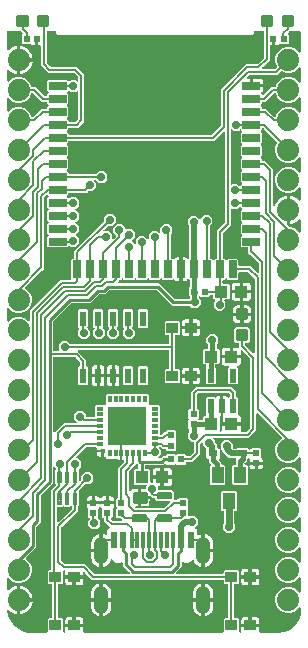
<source format=gbr>
G04 EAGLE Gerber RS-274X export*
G75*
%MOMM*%
%FSLAX34Y34*%
%LPD*%
%INTop Copper*%
%IPPOS*%
%AMOC8*
5,1,8,0,0,1.08239X$1,22.5*%
G01*
%ADD10R,1.500000X0.650000*%
%ADD11R,0.650000X1.500000*%
%ADD12C,1.879600*%
%ADD13R,0.300000X0.600000*%
%ADD14R,0.600000X0.300000*%
%ADD15R,3.300000X3.300000*%
%ADD16R,0.435000X0.435000*%
%ADD17R,0.550000X1.200000*%
%ADD18R,1.000000X0.900000*%
%ADD19C,0.300000*%
%ADD20R,0.540000X0.600000*%
%ADD21R,1.100000X1.000000*%
%ADD22R,0.600000X0.540000*%
%ADD23R,0.600000X1.450000*%
%ADD24R,0.300000X1.450000*%
%ADD25C,1.158000*%
%ADD26C,0.200000*%
%ADD27R,1.000000X1.400000*%
%ADD28R,0.800000X0.600000*%
%ADD29C,0.247500*%
%ADD30C,0.147500*%
%ADD31R,0.508000X1.270000*%
%ADD32C,0.706400*%
%ADD33C,0.406400*%
%ADD34C,0.508000*%
%ADD35C,0.254000*%
%ADD36C,0.609600*%
%ADD37C,0.304800*%

G36*
X129628Y148811D02*
X129628Y148811D01*
X129725Y148820D01*
X129748Y148830D01*
X129773Y148834D01*
X129859Y148880D01*
X129948Y148921D01*
X129973Y148942D01*
X129988Y148949D01*
X130005Y148968D01*
X130062Y149014D01*
X131842Y150795D01*
X133706Y150795D01*
X133730Y150799D01*
X133755Y150796D01*
X133850Y150818D01*
X133947Y150834D01*
X133968Y150846D01*
X133992Y150852D01*
X134076Y150903D01*
X134162Y150949D01*
X134179Y150967D01*
X134200Y150980D01*
X134262Y151056D01*
X134329Y151127D01*
X134339Y151150D01*
X134355Y151169D01*
X134389Y151260D01*
X134430Y151350D01*
X134432Y151374D01*
X134441Y151397D01*
X134455Y151544D01*
X134455Y151632D01*
X135348Y152525D01*
X142012Y152525D01*
X142470Y152066D01*
X142490Y152052D01*
X142506Y152033D01*
X142589Y151981D01*
X142669Y151924D01*
X142692Y151917D01*
X142713Y151904D01*
X142808Y151882D01*
X142902Y151853D01*
X142926Y151854D01*
X142950Y151848D01*
X143048Y151858D01*
X143146Y151861D01*
X143169Y151870D01*
X143193Y151872D01*
X143283Y151912D01*
X143374Y151947D01*
X143393Y151962D01*
X143416Y151972D01*
X143530Y152066D01*
X143988Y152525D01*
X150652Y152525D01*
X151545Y151632D01*
X151545Y151274D01*
X151549Y151250D01*
X151546Y151225D01*
X151568Y151130D01*
X151584Y151033D01*
X151596Y151012D01*
X151602Y150988D01*
X151653Y150904D01*
X151699Y150818D01*
X151717Y150801D01*
X151730Y150780D01*
X151806Y150718D01*
X151877Y150651D01*
X151900Y150641D01*
X151919Y150625D01*
X152010Y150591D01*
X152100Y150550D01*
X152124Y150548D01*
X152147Y150539D01*
X152294Y150525D01*
X154644Y150525D01*
X154740Y150541D01*
X154837Y150550D01*
X154860Y150560D01*
X154885Y150564D01*
X154971Y150610D01*
X155059Y150651D01*
X155085Y150672D01*
X155100Y150679D01*
X155117Y150698D01*
X155174Y150744D01*
X158256Y153826D01*
X158313Y153906D01*
X158375Y153981D01*
X158383Y154004D01*
X158398Y154025D01*
X158426Y154118D01*
X158461Y154209D01*
X158464Y154242D01*
X158469Y154258D01*
X158468Y154283D01*
X158475Y154356D01*
X158475Y162194D01*
X158471Y162218D01*
X158474Y162243D01*
X158452Y162338D01*
X158436Y162435D01*
X158424Y162456D01*
X158418Y162480D01*
X158367Y162564D01*
X158321Y162650D01*
X158303Y162667D01*
X158290Y162688D01*
X158214Y162750D01*
X158143Y162817D01*
X158120Y162827D01*
X158101Y162843D01*
X158010Y162877D01*
X157920Y162918D01*
X157896Y162920D01*
X157873Y162929D01*
X157726Y162943D01*
X155905Y162943D01*
X152943Y165905D01*
X152943Y170095D01*
X154224Y171375D01*
X154281Y171455D01*
X154343Y171530D01*
X154351Y171553D01*
X154366Y171573D01*
X154394Y171667D01*
X154429Y171758D01*
X154432Y171791D01*
X154437Y171807D01*
X154436Y171832D01*
X154443Y171905D01*
X154443Y173070D01*
X154427Y173166D01*
X154418Y173263D01*
X154408Y173286D01*
X154404Y173311D01*
X154358Y173397D01*
X154317Y173486D01*
X154296Y173511D01*
X154289Y173526D01*
X154270Y173543D01*
X154224Y173600D01*
X153475Y174348D01*
X153475Y181012D01*
X153934Y181470D01*
X153948Y181490D01*
X153967Y181506D01*
X154019Y181589D01*
X154076Y181669D01*
X154083Y181692D01*
X154096Y181713D01*
X154118Y181808D01*
X154147Y181902D01*
X154146Y181927D01*
X154152Y181950D01*
X154142Y182048D01*
X154139Y182146D01*
X154130Y182169D01*
X154128Y182193D01*
X154088Y182283D01*
X154053Y182374D01*
X154038Y182393D01*
X154028Y182416D01*
X153934Y182530D01*
X153475Y182988D01*
X153475Y189652D01*
X154368Y190545D01*
X154726Y190545D01*
X154750Y190549D01*
X154775Y190546D01*
X154870Y190568D01*
X154967Y190584D01*
X154988Y190596D01*
X155012Y190602D01*
X155096Y190653D01*
X155182Y190699D01*
X155199Y190717D01*
X155220Y190730D01*
X155282Y190806D01*
X155349Y190877D01*
X155359Y190900D01*
X155375Y190919D01*
X155409Y191010D01*
X155450Y191100D01*
X155452Y191124D01*
X155461Y191147D01*
X155475Y191294D01*
X155475Y205046D01*
X159954Y209525D01*
X190046Y209525D01*
X194025Y205546D01*
X194025Y201273D01*
X194029Y201249D01*
X194026Y201224D01*
X194048Y201129D01*
X194064Y201032D01*
X194076Y201011D01*
X194082Y200987D01*
X194133Y200903D01*
X194179Y200817D01*
X194197Y200800D01*
X194210Y200779D01*
X194286Y200717D01*
X194357Y200650D01*
X194380Y200640D01*
X194399Y200624D01*
X194490Y200590D01*
X194580Y200549D01*
X194604Y200547D01*
X194627Y200538D01*
X194774Y200524D01*
X194882Y200524D01*
X195775Y199631D01*
X195775Y186132D01*
X195783Y186083D01*
X195781Y186034D01*
X195802Y185964D01*
X195814Y185891D01*
X195838Y185848D01*
X195852Y185801D01*
X195895Y185741D01*
X195929Y185676D01*
X195965Y185642D01*
X195994Y185602D01*
X196054Y185559D01*
X196107Y185509D01*
X196152Y185489D01*
X196192Y185460D01*
X196329Y185408D01*
X196330Y185408D01*
X196481Y185368D01*
X197060Y185033D01*
X197533Y184560D01*
X197868Y183981D01*
X198041Y183334D01*
X198041Y179499D01*
X190750Y179499D01*
X190726Y179495D01*
X190702Y179498D01*
X190606Y179475D01*
X190509Y179459D01*
X190488Y179448D01*
X190464Y179442D01*
X190381Y179391D01*
X190294Y179344D01*
X190277Y179327D01*
X190257Y179314D01*
X190194Y179238D01*
X190127Y179166D01*
X190117Y179144D01*
X190102Y179125D01*
X190067Y179034D01*
X190026Y178944D01*
X190024Y178920D01*
X190015Y178897D01*
X190001Y178750D01*
X190001Y177250D01*
X190005Y177226D01*
X190002Y177202D01*
X190025Y177106D01*
X190041Y177009D01*
X190052Y176988D01*
X190058Y176964D01*
X190109Y176880D01*
X190156Y176794D01*
X190173Y176777D01*
X190186Y176757D01*
X190262Y176694D01*
X190334Y176627D01*
X190356Y176617D01*
X190375Y176602D01*
X190466Y176567D01*
X190556Y176526D01*
X190580Y176524D01*
X190603Y176515D01*
X190750Y176501D01*
X198041Y176501D01*
X198041Y172666D01*
X197988Y172468D01*
X197975Y172335D01*
X197964Y172225D01*
X197991Y172109D01*
X198019Y171988D01*
X198019Y171987D01*
X198074Y171900D01*
X198148Y171780D01*
X198234Y171709D01*
X198336Y171625D01*
X198474Y171573D01*
X198565Y171539D01*
X198711Y171525D01*
X202644Y171525D01*
X202740Y171541D01*
X202837Y171550D01*
X202860Y171560D01*
X202885Y171564D01*
X202971Y171610D01*
X203059Y171651D01*
X203085Y171672D01*
X203100Y171679D01*
X203117Y171698D01*
X203174Y171744D01*
X206014Y174584D01*
X206071Y174664D01*
X206133Y174739D01*
X206141Y174762D01*
X206156Y174783D01*
X206184Y174876D01*
X206219Y174967D01*
X206222Y175000D01*
X206227Y175016D01*
X206226Y175041D01*
X206233Y175114D01*
X206233Y232886D01*
X206230Y232907D01*
X206232Y232926D01*
X206217Y232991D01*
X206208Y233079D01*
X206198Y233102D01*
X206194Y233127D01*
X206178Y233155D01*
X206176Y233163D01*
X206159Y233192D01*
X206148Y233213D01*
X206107Y233301D01*
X206086Y233327D01*
X206079Y233342D01*
X206060Y233359D01*
X206014Y233416D01*
X199320Y240110D01*
X199260Y240153D01*
X199206Y240203D01*
X199162Y240223D01*
X199121Y240252D01*
X199051Y240273D01*
X198984Y240304D01*
X198935Y240308D01*
X198888Y240323D01*
X198815Y240320D01*
X198741Y240328D01*
X198693Y240316D01*
X198644Y240315D01*
X198575Y240289D01*
X198504Y240272D01*
X198462Y240246D01*
X198416Y240229D01*
X198359Y240182D01*
X198296Y240144D01*
X198265Y240106D01*
X198227Y240074D01*
X198188Y240012D01*
X198141Y239955D01*
X198124Y239909D01*
X198098Y239867D01*
X198081Y239796D01*
X198055Y239727D01*
X198048Y239654D01*
X198042Y239630D01*
X198044Y239613D01*
X198041Y239580D01*
X198041Y236499D01*
X191499Y236499D01*
X191499Y242541D01*
X195726Y242541D01*
X195750Y242545D01*
X195775Y242542D01*
X195870Y242564D01*
X195967Y242580D01*
X195988Y242592D01*
X196012Y242598D01*
X196096Y242649D01*
X196182Y242695D01*
X196199Y242713D01*
X196220Y242726D01*
X196282Y242802D01*
X196349Y242873D01*
X196359Y242896D01*
X196375Y242915D01*
X196409Y243006D01*
X196450Y243096D01*
X196452Y243120D01*
X196461Y243143D01*
X196475Y243290D01*
X196475Y245956D01*
X196471Y245980D01*
X196474Y246005D01*
X196452Y246100D01*
X196436Y246197D01*
X196424Y246218D01*
X196418Y246242D01*
X196367Y246326D01*
X196321Y246412D01*
X196303Y246429D01*
X196290Y246450D01*
X196214Y246512D01*
X196143Y246579D01*
X196120Y246589D01*
X196101Y246605D01*
X196010Y246639D01*
X195920Y246680D01*
X195896Y246682D01*
X195873Y246691D01*
X195726Y246705D01*
X194247Y246705D01*
X192475Y248477D01*
X192475Y257983D01*
X194247Y259755D01*
X203753Y259755D01*
X205525Y257983D01*
X205525Y248477D01*
X203753Y246705D01*
X202274Y246705D01*
X202250Y246701D01*
X202225Y246704D01*
X202130Y246682D01*
X202033Y246666D01*
X202012Y246654D01*
X201988Y246648D01*
X201904Y246597D01*
X201818Y246551D01*
X201801Y246533D01*
X201780Y246520D01*
X201718Y246444D01*
X201651Y246373D01*
X201641Y246350D01*
X201625Y246331D01*
X201591Y246240D01*
X201550Y246150D01*
X201548Y246126D01*
X201539Y246103D01*
X201525Y245956D01*
X201525Y245356D01*
X201541Y245260D01*
X201550Y245163D01*
X201560Y245140D01*
X201564Y245115D01*
X201610Y245029D01*
X201651Y244941D01*
X201672Y244915D01*
X201679Y244900D01*
X201698Y244883D01*
X201744Y244826D01*
X208478Y238092D01*
X208538Y238049D01*
X208592Y237999D01*
X208636Y237979D01*
X208677Y237950D01*
X208747Y237929D01*
X208814Y237898D01*
X208863Y237894D01*
X208910Y237879D01*
X208983Y237882D01*
X209057Y237874D01*
X209105Y237886D01*
X209154Y237887D01*
X209223Y237913D01*
X209294Y237930D01*
X209336Y237956D01*
X209382Y237973D01*
X209439Y238020D01*
X209502Y238058D01*
X209533Y238096D01*
X209571Y238128D01*
X209610Y238190D01*
X209657Y238247D01*
X209674Y238293D01*
X209700Y238335D01*
X209717Y238406D01*
X209743Y238475D01*
X209750Y238548D01*
X209756Y238572D01*
X209754Y238589D01*
X209757Y238622D01*
X209757Y300644D01*
X209741Y300740D01*
X209732Y300837D01*
X209722Y300860D01*
X209718Y300885D01*
X209672Y300971D01*
X209631Y301059D01*
X209610Y301085D01*
X209603Y301100D01*
X209584Y301117D01*
X209538Y301174D01*
X204556Y306156D01*
X204476Y306213D01*
X204401Y306275D01*
X204378Y306283D01*
X204357Y306298D01*
X204264Y306326D01*
X204173Y306361D01*
X204140Y306364D01*
X204124Y306369D01*
X204099Y306368D01*
X204026Y306375D01*
X196824Y306375D01*
X196800Y306371D01*
X196775Y306374D01*
X196680Y306352D01*
X196583Y306336D01*
X196562Y306324D01*
X196538Y306318D01*
X196454Y306267D01*
X196368Y306221D01*
X196351Y306203D01*
X196330Y306190D01*
X196268Y306114D01*
X196201Y306043D01*
X196191Y306020D01*
X196175Y306001D01*
X196141Y305910D01*
X196100Y305820D01*
X196098Y305796D01*
X196089Y305773D01*
X196075Y305626D01*
X196075Y300768D01*
X195182Y299875D01*
X187418Y299875D01*
X186330Y300964D01*
X186310Y300978D01*
X186294Y300997D01*
X186211Y301049D01*
X186131Y301106D01*
X186108Y301113D01*
X186087Y301126D01*
X185992Y301148D01*
X185898Y301177D01*
X185873Y301176D01*
X185850Y301182D01*
X185752Y301172D01*
X185654Y301169D01*
X185631Y301160D01*
X185607Y301158D01*
X185517Y301118D01*
X185426Y301083D01*
X185407Y301068D01*
X185384Y301058D01*
X185270Y300964D01*
X184182Y299875D01*
X183274Y299875D01*
X183250Y299871D01*
X183225Y299874D01*
X183130Y299852D01*
X183033Y299836D01*
X183012Y299824D01*
X182988Y299818D01*
X182904Y299767D01*
X182818Y299721D01*
X182801Y299703D01*
X182780Y299690D01*
X182718Y299614D01*
X182651Y299543D01*
X182641Y299520D01*
X182625Y299501D01*
X182591Y299410D01*
X182550Y299320D01*
X182548Y299296D01*
X182539Y299273D01*
X182525Y299126D01*
X182525Y297274D01*
X182526Y297264D01*
X182527Y297263D01*
X182529Y297250D01*
X182526Y297225D01*
X182548Y297130D01*
X182564Y297033D01*
X182576Y297012D01*
X182582Y296988D01*
X182633Y296904D01*
X182679Y296818D01*
X182697Y296801D01*
X182710Y296780D01*
X182786Y296718D01*
X182857Y296651D01*
X182880Y296641D01*
X182899Y296625D01*
X182990Y296591D01*
X183080Y296550D01*
X183104Y296548D01*
X183127Y296539D01*
X183274Y296525D01*
X187632Y296525D01*
X188525Y295632D01*
X188525Y284368D01*
X187632Y283475D01*
X184774Y283475D01*
X184750Y283471D01*
X184725Y283474D01*
X184630Y283452D01*
X184533Y283436D01*
X184512Y283424D01*
X184488Y283418D01*
X184404Y283367D01*
X184318Y283321D01*
X184301Y283303D01*
X184280Y283290D01*
X184218Y283214D01*
X184151Y283143D01*
X184141Y283120D01*
X184125Y283101D01*
X184091Y283010D01*
X184050Y282920D01*
X184048Y282896D01*
X184039Y282873D01*
X184025Y282726D01*
X184025Y282437D01*
X184041Y282341D01*
X184050Y282244D01*
X184060Y282221D01*
X184064Y282196D01*
X184110Y282110D01*
X184151Y282021D01*
X184172Y281996D01*
X184179Y281981D01*
X184198Y281964D01*
X184244Y281907D01*
X185057Y281095D01*
X185057Y276905D01*
X182095Y273943D01*
X177905Y273943D01*
X174943Y276905D01*
X174943Y281095D01*
X176045Y282196D01*
X176088Y282256D01*
X176138Y282310D01*
X176158Y282354D01*
X176187Y282395D01*
X176208Y282465D01*
X176239Y282532D01*
X176244Y282581D01*
X176258Y282628D01*
X176256Y282701D01*
X176263Y282775D01*
X176252Y282823D01*
X176250Y282872D01*
X176224Y282941D01*
X176208Y283012D01*
X176182Y283054D01*
X176164Y283100D01*
X176118Y283157D01*
X176079Y283220D01*
X176041Y283251D01*
X176010Y283289D01*
X175947Y283328D01*
X175890Y283375D01*
X175844Y283392D01*
X175802Y283418D01*
X175731Y283435D01*
X175662Y283461D01*
X175589Y283468D01*
X175565Y283474D01*
X175548Y283472D01*
X175515Y283475D01*
X175368Y283475D01*
X174475Y284368D01*
X174475Y286726D01*
X174471Y286750D01*
X174474Y286775D01*
X174452Y286870D01*
X174436Y286967D01*
X174424Y286988D01*
X174418Y287012D01*
X174367Y287096D01*
X174321Y287182D01*
X174303Y287199D01*
X174290Y287220D01*
X174214Y287282D01*
X174143Y287349D01*
X174120Y287359D01*
X174101Y287375D01*
X174010Y287409D01*
X173920Y287450D01*
X173896Y287452D01*
X173873Y287461D01*
X173726Y287475D01*
X172294Y287475D01*
X172270Y287471D01*
X172245Y287474D01*
X172150Y287452D01*
X172053Y287436D01*
X172032Y287424D01*
X172008Y287418D01*
X171924Y287367D01*
X171838Y287321D01*
X171821Y287303D01*
X171800Y287290D01*
X171738Y287214D01*
X171671Y287143D01*
X171661Y287120D01*
X171645Y287101D01*
X171611Y287010D01*
X171570Y286920D01*
X171568Y286896D01*
X171559Y286873D01*
X171545Y286726D01*
X171545Y286368D01*
X170652Y285475D01*
X163988Y285475D01*
X163530Y285934D01*
X163509Y285948D01*
X163494Y285968D01*
X163411Y286019D01*
X163331Y286076D01*
X163308Y286083D01*
X163286Y286096D01*
X163191Y286119D01*
X163098Y286147D01*
X163073Y286146D01*
X163049Y286152D01*
X162952Y286142D01*
X162854Y286139D01*
X162831Y286130D01*
X162806Y286128D01*
X162717Y286088D01*
X162710Y286085D01*
X162700Y286083D01*
X162694Y286079D01*
X162626Y286053D01*
X162606Y286037D01*
X162584Y286027D01*
X162501Y285959D01*
X162492Y285954D01*
X162488Y285948D01*
X162470Y285933D01*
X162456Y285919D01*
X162446Y285906D01*
X162437Y285898D01*
X162412Y285858D01*
X162399Y285840D01*
X162337Y285765D01*
X162329Y285742D01*
X162314Y285721D01*
X162286Y285628D01*
X162251Y285537D01*
X162248Y285504D01*
X162243Y285487D01*
X162244Y285462D01*
X162237Y285390D01*
X162237Y285225D01*
X162253Y285129D01*
X162262Y285032D01*
X162272Y285009D01*
X162276Y284984D01*
X162322Y284898D01*
X162363Y284809D01*
X162384Y284784D01*
X162391Y284769D01*
X162410Y284752D01*
X162456Y284695D01*
X164057Y283095D01*
X164057Y278905D01*
X161095Y275943D01*
X156905Y275943D01*
X154863Y277986D01*
X154784Y278043D01*
X154708Y278105D01*
X154685Y278113D01*
X154665Y278128D01*
X154571Y278156D01*
X154480Y278191D01*
X154447Y278194D01*
X154431Y278199D01*
X154406Y278198D01*
X154333Y278205D01*
X139842Y278205D01*
X126856Y291192D01*
X126776Y291249D01*
X126701Y291311D01*
X126678Y291319D01*
X126657Y291334D01*
X126564Y291362D01*
X126473Y291397D01*
X126440Y291400D01*
X126424Y291405D01*
X126399Y291404D01*
X126326Y291411D01*
X87023Y291411D01*
X86927Y291395D01*
X86830Y291386D01*
X86807Y291376D01*
X86783Y291372D01*
X86696Y291326D01*
X86608Y291285D01*
X86582Y291264D01*
X86567Y291257D01*
X86550Y291238D01*
X86493Y291192D01*
X83189Y287887D01*
X78483Y287887D01*
X78387Y287871D01*
X78290Y287862D01*
X78267Y287852D01*
X78242Y287848D01*
X78156Y287802D01*
X78067Y287761D01*
X78042Y287740D01*
X78027Y287733D01*
X78010Y287714D01*
X77953Y287668D01*
X70649Y280363D01*
X54516Y280363D01*
X54419Y280347D01*
X54322Y280338D01*
X54300Y280328D01*
X54275Y280324D01*
X54189Y280278D01*
X54100Y280237D01*
X54074Y280216D01*
X54060Y280209D01*
X54043Y280190D01*
X53986Y280144D01*
X39302Y265460D01*
X39245Y265381D01*
X39183Y265306D01*
X39175Y265282D01*
X39160Y265262D01*
X39132Y265169D01*
X39097Y265077D01*
X39094Y265044D01*
X39089Y265028D01*
X39090Y265004D01*
X39083Y264930D01*
X39083Y240274D01*
X39087Y240250D01*
X39084Y240225D01*
X39106Y240130D01*
X39122Y240033D01*
X39134Y240012D01*
X39140Y239988D01*
X39191Y239904D01*
X39237Y239818D01*
X39255Y239801D01*
X39268Y239780D01*
X39344Y239718D01*
X39415Y239651D01*
X39438Y239641D01*
X39457Y239625D01*
X39548Y239591D01*
X39638Y239550D01*
X39662Y239548D01*
X39685Y239539D01*
X39832Y239525D01*
X43515Y239525D01*
X43588Y239537D01*
X43661Y239539D01*
X43707Y239556D01*
X43756Y239564D01*
X43821Y239599D01*
X43889Y239625D01*
X43928Y239656D01*
X43971Y239679D01*
X44021Y239733D01*
X44078Y239780D01*
X44104Y239822D01*
X44138Y239857D01*
X44168Y239924D01*
X44207Y239987D01*
X44218Y240035D01*
X44239Y240080D01*
X44246Y240153D01*
X44263Y240224D01*
X44258Y240273D01*
X44263Y240323D01*
X44246Y240394D01*
X44239Y240467D01*
X44219Y240512D01*
X44208Y240560D01*
X44169Y240623D01*
X44139Y240690D01*
X44092Y240746D01*
X44079Y240768D01*
X44066Y240778D01*
X44045Y240804D01*
X43943Y240905D01*
X43943Y245095D01*
X46905Y248057D01*
X51095Y248057D01*
X53407Y245744D01*
X53487Y245687D01*
X53562Y245625D01*
X53585Y245617D01*
X53605Y245602D01*
X53699Y245574D01*
X53790Y245539D01*
X53823Y245536D01*
X53839Y245531D01*
X53864Y245532D01*
X53937Y245525D01*
X136726Y245525D01*
X136750Y245529D01*
X136775Y245526D01*
X136870Y245548D01*
X136967Y245564D01*
X136988Y245576D01*
X137012Y245582D01*
X137096Y245633D01*
X137182Y245679D01*
X137199Y245697D01*
X137220Y245710D01*
X137282Y245786D01*
X137349Y245857D01*
X137359Y245880D01*
X137375Y245899D01*
X137409Y245990D01*
X137450Y246080D01*
X137452Y246104D01*
X137461Y246127D01*
X137475Y246274D01*
X137475Y252726D01*
X137471Y252750D01*
X137474Y252775D01*
X137452Y252870D01*
X137436Y252967D01*
X137424Y252988D01*
X137418Y253012D01*
X137367Y253096D01*
X137321Y253182D01*
X137303Y253199D01*
X137290Y253220D01*
X137214Y253282D01*
X137143Y253349D01*
X137120Y253359D01*
X137101Y253375D01*
X137010Y253409D01*
X136920Y253450D01*
X136896Y253452D01*
X136873Y253461D01*
X136726Y253475D01*
X134368Y253475D01*
X133475Y254368D01*
X133475Y264632D01*
X134368Y265525D01*
X145632Y265525D01*
X146525Y264632D01*
X146525Y254368D01*
X145632Y253475D01*
X143274Y253475D01*
X143250Y253471D01*
X143225Y253474D01*
X143130Y253452D01*
X143033Y253436D01*
X143012Y253424D01*
X142988Y253418D01*
X142904Y253367D01*
X142818Y253321D01*
X142801Y253303D01*
X142780Y253290D01*
X142718Y253214D01*
X142651Y253143D01*
X142641Y253120D01*
X142625Y253101D01*
X142591Y253010D01*
X142550Y252920D01*
X142548Y252896D01*
X142539Y252873D01*
X142525Y252726D01*
X142525Y225274D01*
X142529Y225250D01*
X142526Y225225D01*
X142548Y225130D01*
X142564Y225033D01*
X142576Y225012D01*
X142582Y224988D01*
X142633Y224904D01*
X142679Y224818D01*
X142697Y224801D01*
X142710Y224780D01*
X142786Y224718D01*
X142857Y224651D01*
X142880Y224641D01*
X142899Y224625D01*
X142990Y224591D01*
X143080Y224550D01*
X143104Y224548D01*
X143127Y224539D01*
X143274Y224525D01*
X145632Y224525D01*
X146525Y223632D01*
X146525Y213368D01*
X145632Y212475D01*
X134368Y212475D01*
X133475Y213368D01*
X133475Y223632D01*
X134368Y224525D01*
X136726Y224525D01*
X136750Y224529D01*
X136775Y224526D01*
X136870Y224548D01*
X136967Y224564D01*
X136988Y224576D01*
X137012Y224582D01*
X137096Y224633D01*
X137182Y224679D01*
X137199Y224697D01*
X137220Y224710D01*
X137282Y224786D01*
X137349Y224857D01*
X137359Y224880D01*
X137375Y224899D01*
X137409Y224990D01*
X137450Y225080D01*
X137452Y225104D01*
X137461Y225127D01*
X137475Y225274D01*
X137475Y239726D01*
X137471Y239750D01*
X137474Y239775D01*
X137452Y239870D01*
X137436Y239967D01*
X137424Y239988D01*
X137418Y240012D01*
X137367Y240096D01*
X137321Y240182D01*
X137303Y240199D01*
X137290Y240220D01*
X137214Y240282D01*
X137143Y240349D01*
X137120Y240359D01*
X137101Y240375D01*
X137010Y240409D01*
X136920Y240450D01*
X136896Y240452D01*
X136873Y240461D01*
X136726Y240475D01*
X60904Y240475D01*
X60832Y240463D01*
X60758Y240461D01*
X60712Y240444D01*
X60663Y240436D01*
X60599Y240401D01*
X60530Y240375D01*
X60492Y240344D01*
X60448Y240321D01*
X60398Y240267D01*
X60341Y240220D01*
X60315Y240178D01*
X60281Y240143D01*
X60251Y240076D01*
X60212Y240013D01*
X60201Y239965D01*
X60180Y239920D01*
X60173Y239847D01*
X60156Y239776D01*
X60161Y239727D01*
X60156Y239677D01*
X60173Y239606D01*
X60180Y239533D01*
X60200Y239488D01*
X60212Y239440D01*
X60250Y239377D01*
X60281Y239310D01*
X60327Y239254D01*
X60340Y239232D01*
X60353Y239222D01*
X60374Y239196D01*
X65426Y234144D01*
X67125Y232446D01*
X67125Y227494D01*
X67129Y227470D01*
X67126Y227445D01*
X67148Y227350D01*
X67164Y227253D01*
X67176Y227232D01*
X67182Y227208D01*
X67233Y227124D01*
X67279Y227038D01*
X67297Y227021D01*
X67310Y227000D01*
X67386Y226938D01*
X67457Y226871D01*
X67480Y226861D01*
X67499Y226845D01*
X67590Y226811D01*
X67680Y226770D01*
X67704Y226768D01*
X67727Y226759D01*
X67760Y226756D01*
X68665Y225852D01*
X68665Y211888D01*
X67772Y210995D01*
X61428Y210995D01*
X60535Y211888D01*
X60535Y225852D01*
X61447Y226763D01*
X61470Y226768D01*
X61567Y226784D01*
X61588Y226796D01*
X61612Y226802D01*
X61696Y226853D01*
X61782Y226899D01*
X61799Y226917D01*
X61820Y226930D01*
X61882Y227006D01*
X61949Y227077D01*
X61959Y227100D01*
X61975Y227119D01*
X62009Y227210D01*
X62050Y227300D01*
X62052Y227324D01*
X62061Y227347D01*
X62075Y227494D01*
X62075Y230044D01*
X62059Y230140D01*
X62050Y230237D01*
X62040Y230260D01*
X62036Y230285D01*
X61990Y230371D01*
X61949Y230459D01*
X61928Y230485D01*
X61921Y230500D01*
X61902Y230517D01*
X61856Y230574D01*
X58230Y234200D01*
X58150Y234257D01*
X58075Y234319D01*
X58052Y234327D01*
X58031Y234342D01*
X57938Y234370D01*
X57847Y234405D01*
X57814Y234408D01*
X57798Y234413D01*
X57773Y234412D01*
X57700Y234419D01*
X45341Y234419D01*
X45317Y234426D01*
X45226Y234461D01*
X45193Y234464D01*
X45177Y234469D01*
X45152Y234468D01*
X45079Y234475D01*
X39832Y234475D01*
X39808Y234471D01*
X39783Y234474D01*
X39688Y234452D01*
X39591Y234436D01*
X39570Y234424D01*
X39546Y234418D01*
X39462Y234367D01*
X39376Y234321D01*
X39359Y234303D01*
X39338Y234290D01*
X39276Y234214D01*
X39209Y234143D01*
X39199Y234120D01*
X39183Y234101D01*
X39149Y234010D01*
X39108Y233920D01*
X39106Y233896D01*
X39097Y233873D01*
X39083Y233726D01*
X39083Y171462D01*
X39095Y171390D01*
X39097Y171316D01*
X39114Y171270D01*
X39122Y171221D01*
X39157Y171157D01*
X39183Y171088D01*
X39214Y171050D01*
X39237Y171006D01*
X39291Y170956D01*
X39338Y170899D01*
X39380Y170873D01*
X39415Y170839D01*
X39482Y170809D01*
X39545Y170770D01*
X39593Y170759D01*
X39638Y170738D01*
X39711Y170731D01*
X39782Y170714D01*
X39831Y170719D01*
X39881Y170714D01*
X39952Y170731D01*
X40025Y170738D01*
X40070Y170758D01*
X40118Y170770D01*
X40181Y170808D01*
X40248Y170839D01*
X40304Y170885D01*
X40326Y170898D01*
X40336Y170911D01*
X40362Y170932D01*
X42173Y172744D01*
X42174Y172744D01*
X46256Y176826D01*
X47954Y178525D01*
X58515Y178525D01*
X58588Y178537D01*
X58661Y178539D01*
X58707Y178556D01*
X58756Y178564D01*
X58821Y178599D01*
X58889Y178625D01*
X58928Y178656D01*
X58971Y178679D01*
X59021Y178733D01*
X59078Y178780D01*
X59104Y178822D01*
X59138Y178857D01*
X59168Y178924D01*
X59207Y178987D01*
X59218Y179035D01*
X59239Y179080D01*
X59246Y179153D01*
X59263Y179224D01*
X59258Y179273D01*
X59263Y179323D01*
X59246Y179394D01*
X59239Y179467D01*
X59219Y179512D01*
X59208Y179560D01*
X59169Y179623D01*
X59139Y179690D01*
X59092Y179746D01*
X59079Y179768D01*
X59066Y179778D01*
X59045Y179804D01*
X56943Y181905D01*
X56943Y186095D01*
X59905Y189057D01*
X64095Y189057D01*
X67057Y186095D01*
X67057Y184274D01*
X67061Y184250D01*
X67058Y184225D01*
X67080Y184130D01*
X67096Y184033D01*
X67108Y184012D01*
X67114Y183988D01*
X67165Y183904D01*
X67211Y183818D01*
X67229Y183801D01*
X67242Y183780D01*
X67318Y183718D01*
X67389Y183651D01*
X67412Y183641D01*
X67431Y183625D01*
X67522Y183591D01*
X67612Y183550D01*
X67636Y183548D01*
X67659Y183539D01*
X67806Y183525D01*
X73726Y183525D01*
X73750Y183529D01*
X73775Y183526D01*
X73870Y183548D01*
X73967Y183564D01*
X73988Y183576D01*
X74012Y183582D01*
X74096Y183633D01*
X74182Y183679D01*
X74199Y183697D01*
X74220Y183710D01*
X74282Y183786D01*
X74349Y183857D01*
X74359Y183880D01*
X74375Y183899D01*
X74409Y183990D01*
X74450Y184080D01*
X74452Y184104D01*
X74461Y184127D01*
X74475Y184274D01*
X74475Y188211D01*
X74476Y188213D01*
X74499Y188309D01*
X74527Y188402D01*
X74526Y188427D01*
X74532Y188451D01*
X74522Y188548D01*
X74519Y188646D01*
X74510Y188669D01*
X74508Y188693D01*
X74475Y188766D01*
X74475Y193132D01*
X75368Y194025D01*
X82683Y194025D01*
X82700Y194012D01*
X82723Y194005D01*
X82744Y193992D01*
X82840Y193970D01*
X82933Y193941D01*
X82958Y193942D01*
X82982Y193937D01*
X83079Y193946D01*
X83177Y193949D01*
X83200Y193958D01*
X83225Y193960D01*
X83314Y194001D01*
X83406Y194035D01*
X83425Y194051D01*
X83447Y194061D01*
X83561Y194154D01*
X83846Y194439D01*
X83860Y194459D01*
X83879Y194474D01*
X83931Y194557D01*
X83988Y194637D01*
X83995Y194660D01*
X84008Y194681D01*
X84030Y194777D01*
X84059Y194870D01*
X84058Y194895D01*
X84063Y194919D01*
X84054Y195017D01*
X84051Y195114D01*
X84042Y195137D01*
X84040Y195162D01*
X83999Y195251D01*
X83975Y195315D01*
X83975Y202632D01*
X84868Y203525D01*
X89211Y203525D01*
X89213Y203524D01*
X89309Y203501D01*
X89402Y203473D01*
X89427Y203474D01*
X89451Y203468D01*
X89548Y203478D01*
X89646Y203481D01*
X89669Y203490D01*
X89693Y203492D01*
X89766Y203525D01*
X94211Y203525D01*
X94213Y203524D01*
X94309Y203501D01*
X94402Y203473D01*
X94427Y203474D01*
X94451Y203468D01*
X94548Y203478D01*
X94646Y203481D01*
X94669Y203490D01*
X94693Y203492D01*
X94766Y203525D01*
X99211Y203525D01*
X99213Y203524D01*
X99309Y203501D01*
X99402Y203473D01*
X99427Y203474D01*
X99451Y203468D01*
X99548Y203478D01*
X99646Y203481D01*
X99669Y203490D01*
X99693Y203492D01*
X99766Y203525D01*
X104211Y203525D01*
X104213Y203524D01*
X104309Y203501D01*
X104402Y203473D01*
X104427Y203474D01*
X104451Y203468D01*
X104548Y203478D01*
X104646Y203481D01*
X104669Y203490D01*
X104693Y203492D01*
X104766Y203525D01*
X109211Y203525D01*
X109213Y203524D01*
X109309Y203501D01*
X109402Y203473D01*
X109427Y203474D01*
X109451Y203468D01*
X109548Y203478D01*
X109646Y203481D01*
X109669Y203490D01*
X109693Y203492D01*
X109766Y203525D01*
X114211Y203525D01*
X114213Y203524D01*
X114309Y203501D01*
X114402Y203473D01*
X114427Y203474D01*
X114451Y203468D01*
X114548Y203478D01*
X114646Y203481D01*
X114669Y203490D01*
X114693Y203492D01*
X114766Y203525D01*
X119132Y203525D01*
X120025Y202632D01*
X120025Y195317D01*
X120012Y195300D01*
X120005Y195277D01*
X119992Y195256D01*
X119970Y195160D01*
X119941Y195067D01*
X119942Y195042D01*
X119937Y195018D01*
X119946Y194921D01*
X119949Y194823D01*
X119958Y194800D01*
X119960Y194775D01*
X120001Y194686D01*
X120035Y194594D01*
X120051Y194575D01*
X120061Y194553D01*
X120154Y194439D01*
X120439Y194154D01*
X120459Y194140D01*
X120474Y194121D01*
X120557Y194069D01*
X120637Y194012D01*
X120660Y194005D01*
X120681Y193992D01*
X120777Y193970D01*
X120870Y193941D01*
X120895Y193942D01*
X120919Y193937D01*
X121017Y193946D01*
X121114Y193949D01*
X121137Y193958D01*
X121162Y193960D01*
X121251Y194001D01*
X121315Y194025D01*
X128632Y194025D01*
X129525Y193132D01*
X129525Y188789D01*
X129524Y188787D01*
X129501Y188691D01*
X129473Y188598D01*
X129474Y188573D01*
X129468Y188549D01*
X129478Y188452D01*
X129481Y188354D01*
X129490Y188331D01*
X129492Y188307D01*
X129525Y188234D01*
X129525Y183789D01*
X129524Y183787D01*
X129501Y183691D01*
X129473Y183598D01*
X129474Y183573D01*
X129468Y183549D01*
X129478Y183452D01*
X129481Y183354D01*
X129490Y183331D01*
X129492Y183307D01*
X129525Y183234D01*
X129525Y178789D01*
X129524Y178787D01*
X129501Y178691D01*
X129473Y178598D01*
X129474Y178573D01*
X129468Y178549D01*
X129478Y178452D01*
X129481Y178354D01*
X129490Y178331D01*
X129492Y178307D01*
X129525Y178234D01*
X129525Y173789D01*
X129524Y173787D01*
X129501Y173691D01*
X129473Y173598D01*
X129474Y173573D01*
X129468Y173549D01*
X129478Y173452D01*
X129481Y173354D01*
X129490Y173331D01*
X129492Y173307D01*
X129525Y173234D01*
X129525Y169274D01*
X129529Y169250D01*
X129526Y169225D01*
X129548Y169130D01*
X129564Y169033D01*
X129576Y169012D01*
X129582Y168988D01*
X129633Y168904D01*
X129679Y168818D01*
X129697Y168801D01*
X129710Y168780D01*
X129786Y168718D01*
X129857Y168651D01*
X129880Y168641D01*
X129899Y168625D01*
X129990Y168591D01*
X130080Y168550D01*
X130104Y168548D01*
X130127Y168539D01*
X130274Y168525D01*
X130644Y168525D01*
X130740Y168541D01*
X130837Y168550D01*
X130860Y168560D01*
X130885Y168564D01*
X130971Y168610D01*
X131059Y168651D01*
X131085Y168672D01*
X131100Y168679D01*
X131117Y168698D01*
X131174Y168744D01*
X133274Y170845D01*
X133726Y170845D01*
X133750Y170849D01*
X133775Y170846D01*
X133870Y170868D01*
X133967Y170884D01*
X133988Y170896D01*
X134012Y170902D01*
X134096Y170953D01*
X134182Y170999D01*
X134199Y171017D01*
X134220Y171030D01*
X134282Y171106D01*
X134349Y171177D01*
X134359Y171200D01*
X134375Y171219D01*
X134409Y171310D01*
X134450Y171400D01*
X134452Y171424D01*
X134461Y171447D01*
X134475Y171594D01*
X134475Y171652D01*
X135368Y172545D01*
X142632Y172545D01*
X143525Y171652D01*
X143525Y164988D01*
X143066Y164530D01*
X143052Y164510D01*
X143033Y164494D01*
X142981Y164411D01*
X142924Y164331D01*
X142917Y164308D01*
X142904Y164287D01*
X142882Y164192D01*
X142853Y164098D01*
X142854Y164074D01*
X142848Y164050D01*
X142858Y163952D01*
X142861Y163854D01*
X142870Y163831D01*
X142872Y163807D01*
X142912Y163717D01*
X142947Y163626D01*
X142962Y163607D01*
X142972Y163584D01*
X143066Y163470D01*
X143525Y163012D01*
X143525Y156348D01*
X142632Y155455D01*
X135368Y155455D01*
X134475Y156348D01*
X134475Y156406D01*
X134471Y156430D01*
X134474Y156455D01*
X134452Y156550D01*
X134436Y156647D01*
X134424Y156668D01*
X134418Y156692D01*
X134367Y156776D01*
X134321Y156862D01*
X134303Y156879D01*
X134290Y156900D01*
X134214Y156962D01*
X134143Y157029D01*
X134120Y157039D01*
X134101Y157055D01*
X134010Y157089D01*
X133920Y157130D01*
X133896Y157132D01*
X133873Y157141D01*
X133726Y157155D01*
X131274Y157155D01*
X130174Y158256D01*
X130094Y158313D01*
X130019Y158375D01*
X129996Y158383D01*
X129975Y158398D01*
X129882Y158426D01*
X129791Y158461D01*
X129758Y158464D01*
X129742Y158469D01*
X129717Y158468D01*
X129644Y158475D01*
X129485Y158475D01*
X129412Y158463D01*
X129339Y158461D01*
X129293Y158444D01*
X129244Y158436D01*
X129179Y158401D01*
X129111Y158375D01*
X129072Y158344D01*
X129029Y158321D01*
X128979Y158267D01*
X128922Y158220D01*
X128896Y158178D01*
X128862Y158143D01*
X128832Y158076D01*
X128793Y158013D01*
X128782Y157965D01*
X128761Y157920D01*
X128754Y157847D01*
X128737Y157776D01*
X128742Y157727D01*
X128737Y157677D01*
X128754Y157606D01*
X128761Y157533D01*
X128781Y157488D01*
X128792Y157440D01*
X128831Y157377D01*
X128861Y157310D01*
X128908Y157254D01*
X128921Y157232D01*
X128934Y157222D01*
X128955Y157196D01*
X130057Y156095D01*
X130057Y151905D01*
X128225Y150074D01*
X128182Y150014D01*
X128132Y149960D01*
X128112Y149916D01*
X128083Y149875D01*
X128062Y149805D01*
X128031Y149738D01*
X128026Y149689D01*
X128012Y149642D01*
X128014Y149569D01*
X128007Y149495D01*
X128018Y149447D01*
X128020Y149398D01*
X128046Y149329D01*
X128062Y149258D01*
X128088Y149216D01*
X128106Y149170D01*
X128152Y149113D01*
X128191Y149050D01*
X128229Y149019D01*
X128260Y148981D01*
X128323Y148942D01*
X128380Y148895D01*
X128426Y148878D01*
X128468Y148852D01*
X128539Y148835D01*
X128608Y148809D01*
X128681Y148802D01*
X128705Y148796D01*
X128722Y148798D01*
X128755Y148795D01*
X129532Y148795D01*
X129628Y148811D01*
G37*
G36*
X173560Y422941D02*
X173560Y422941D01*
X173657Y422950D01*
X173680Y422960D01*
X173705Y422964D01*
X173791Y423010D01*
X173879Y423051D01*
X173905Y423072D01*
X173920Y423079D01*
X173937Y423098D01*
X173994Y423144D01*
X180676Y429826D01*
X180733Y429906D01*
X180795Y429981D01*
X180803Y430004D01*
X180818Y430025D01*
X180846Y430118D01*
X180881Y430209D01*
X180884Y430242D01*
X180889Y430258D01*
X180888Y430283D01*
X180895Y430356D01*
X180895Y461169D01*
X202251Y482525D01*
X211644Y482525D01*
X211740Y482541D01*
X211837Y482550D01*
X211860Y482560D01*
X211885Y482564D01*
X211971Y482610D01*
X212059Y482651D01*
X212085Y482672D01*
X212100Y482679D01*
X212117Y482698D01*
X212174Y482744D01*
X217256Y487826D01*
X217313Y487906D01*
X217375Y487981D01*
X217383Y488004D01*
X217398Y488025D01*
X217426Y488118D01*
X217443Y488163D01*
X217450Y488177D01*
X217450Y488181D01*
X217461Y488209D01*
X217464Y488242D01*
X217469Y488258D01*
X217468Y488283D01*
X217475Y488356D01*
X217475Y510000D01*
X217471Y510024D01*
X217474Y510049D01*
X217452Y510144D01*
X217436Y510241D01*
X217424Y510262D01*
X217418Y510286D01*
X217367Y510370D01*
X217321Y510456D01*
X217303Y510473D01*
X217290Y510494D01*
X217214Y510556D01*
X217143Y510623D01*
X217120Y510633D01*
X217101Y510649D01*
X217010Y510683D01*
X216920Y510724D01*
X216896Y510726D01*
X216873Y510735D01*
X216726Y510749D01*
X210131Y510749D01*
X210107Y510745D01*
X210082Y510748D01*
X209987Y510726D01*
X209890Y510710D01*
X209869Y510698D01*
X209845Y510692D01*
X209761Y510641D01*
X209675Y510595D01*
X209658Y510577D01*
X209637Y510564D01*
X209575Y510488D01*
X209508Y510417D01*
X209498Y510394D01*
X209482Y510375D01*
X209448Y510284D01*
X209407Y510194D01*
X209405Y510170D01*
X209396Y510147D01*
X209382Y510000D01*
X209382Y509013D01*
X207987Y507618D01*
X43013Y507618D01*
X41618Y509013D01*
X41618Y510000D01*
X41614Y510024D01*
X41617Y510049D01*
X41595Y510144D01*
X41579Y510241D01*
X41567Y510262D01*
X41561Y510286D01*
X41510Y510370D01*
X41464Y510456D01*
X41446Y510473D01*
X41433Y510494D01*
X41357Y510556D01*
X41286Y510623D01*
X41263Y510633D01*
X41244Y510649D01*
X41153Y510683D01*
X41063Y510724D01*
X41039Y510726D01*
X41016Y510735D01*
X40869Y510749D01*
X34274Y510749D01*
X34250Y510745D01*
X34225Y510748D01*
X34130Y510726D01*
X34033Y510710D01*
X34012Y510698D01*
X33988Y510692D01*
X33904Y510641D01*
X33818Y510595D01*
X33801Y510577D01*
X33780Y510564D01*
X33718Y510488D01*
X33651Y510417D01*
X33641Y510394D01*
X33625Y510375D01*
X33591Y510284D01*
X33550Y510194D01*
X33548Y510170D01*
X33539Y510147D01*
X33525Y510000D01*
X33525Y484356D01*
X33541Y484260D01*
X33550Y484163D01*
X33560Y484140D01*
X33564Y484115D01*
X33610Y484029D01*
X33651Y483941D01*
X33672Y483915D01*
X33679Y483900D01*
X33698Y483883D01*
X33744Y483826D01*
X36826Y480744D01*
X36906Y480687D01*
X36981Y480625D01*
X37004Y480617D01*
X37025Y480602D01*
X37118Y480574D01*
X37209Y480539D01*
X37242Y480536D01*
X37258Y480531D01*
X37283Y480532D01*
X37356Y480525D01*
X59046Y480525D01*
X65525Y474046D01*
X65525Y433954D01*
X60446Y428875D01*
X52874Y428875D01*
X52850Y428871D01*
X52825Y428874D01*
X52730Y428852D01*
X52633Y428836D01*
X52612Y428824D01*
X52588Y428818D01*
X52504Y428767D01*
X52418Y428721D01*
X52401Y428703D01*
X52380Y428690D01*
X52318Y428614D01*
X52251Y428543D01*
X52241Y428520D01*
X52225Y428501D01*
X52191Y428410D01*
X52150Y428320D01*
X52148Y428296D01*
X52139Y428273D01*
X52125Y428126D01*
X52125Y427518D01*
X51036Y426430D01*
X51022Y426410D01*
X51003Y426394D01*
X50951Y426311D01*
X50894Y426231D01*
X50887Y426208D01*
X50874Y426187D01*
X50852Y426092D01*
X50823Y425998D01*
X50824Y425974D01*
X50818Y425950D01*
X50828Y425852D01*
X50831Y425754D01*
X50840Y425731D01*
X50842Y425707D01*
X50882Y425618D01*
X50917Y425526D01*
X50932Y425507D01*
X50942Y425484D01*
X51036Y425370D01*
X52125Y424282D01*
X52125Y423674D01*
X52129Y423650D01*
X52126Y423625D01*
X52148Y423530D01*
X52164Y423433D01*
X52176Y423412D01*
X52182Y423388D01*
X52233Y423304D01*
X52279Y423218D01*
X52297Y423201D01*
X52310Y423180D01*
X52386Y423118D01*
X52457Y423051D01*
X52480Y423041D01*
X52499Y423025D01*
X52590Y422991D01*
X52680Y422950D01*
X52704Y422948D01*
X52727Y422939D01*
X52874Y422925D01*
X173464Y422925D01*
X173560Y422941D01*
G37*
G36*
X1251Y264507D02*
X1251Y264507D01*
X1324Y264514D01*
X1369Y264534D01*
X1417Y264545D01*
X1480Y264584D01*
X1547Y264614D01*
X1603Y264661D01*
X1625Y264674D01*
X1635Y264687D01*
X1661Y264708D01*
X3813Y266860D01*
X7827Y268523D01*
X12173Y268523D01*
X16187Y266860D01*
X18118Y264929D01*
X18178Y264886D01*
X18232Y264836D01*
X18276Y264815D01*
X18317Y264787D01*
X18387Y264765D01*
X18454Y264735D01*
X18503Y264730D01*
X18550Y264716D01*
X18623Y264718D01*
X18697Y264711D01*
X18745Y264722D01*
X18794Y264724D01*
X18863Y264750D01*
X18934Y264766D01*
X18976Y264792D01*
X19022Y264810D01*
X19079Y264856D01*
X19142Y264895D01*
X19173Y264933D01*
X19211Y264964D01*
X19250Y265027D01*
X19297Y265083D01*
X19314Y265129D01*
X19340Y265171D01*
X19357Y265243D01*
X19383Y265312D01*
X19390Y265385D01*
X19396Y265409D01*
X19394Y265426D01*
X19397Y265459D01*
X19397Y274124D01*
X45322Y300049D01*
X53776Y300049D01*
X53800Y300053D01*
X53825Y300050D01*
X53920Y300072D01*
X54017Y300088D01*
X54038Y300100D01*
X54062Y300106D01*
X54146Y300157D01*
X54232Y300203D01*
X54249Y300221D01*
X54270Y300234D01*
X54332Y300310D01*
X54399Y300381D01*
X54409Y300404D01*
X54425Y300423D01*
X54459Y300514D01*
X54500Y300604D01*
X54502Y300628D01*
X54511Y300651D01*
X54525Y300798D01*
X54525Y317032D01*
X55418Y317925D01*
X56026Y317925D01*
X56050Y317929D01*
X56075Y317926D01*
X56170Y317948D01*
X56267Y317964D01*
X56288Y317976D01*
X56312Y317982D01*
X56396Y318033D01*
X56482Y318079D01*
X56499Y318097D01*
X56520Y318110D01*
X56582Y318186D01*
X56649Y318257D01*
X56659Y318280D01*
X56675Y318299D01*
X56709Y318390D01*
X56750Y318480D01*
X56752Y318504D01*
X56761Y318527D01*
X56775Y318674D01*
X56775Y324346D01*
X81724Y349294D01*
X81781Y349374D01*
X81843Y349449D01*
X81851Y349472D01*
X81866Y349493D01*
X81894Y349586D01*
X81929Y349677D01*
X81932Y349710D01*
X81937Y349726D01*
X81936Y349751D01*
X81943Y349824D01*
X81943Y353095D01*
X84905Y356057D01*
X89095Y356057D01*
X92057Y353095D01*
X92057Y348905D01*
X89095Y345943D01*
X85824Y345943D01*
X85728Y345927D01*
X85631Y345918D01*
X85608Y345908D01*
X85583Y345904D01*
X85497Y345858D01*
X85409Y345817D01*
X85383Y345796D01*
X85368Y345789D01*
X85351Y345770D01*
X85294Y345724D01*
X81906Y342336D01*
X81863Y342276D01*
X81813Y342222D01*
X81793Y342178D01*
X81764Y342137D01*
X81743Y342067D01*
X81712Y342000D01*
X81708Y341951D01*
X81693Y341904D01*
X81696Y341831D01*
X81688Y341757D01*
X81700Y341709D01*
X81701Y341660D01*
X81727Y341591D01*
X81744Y341520D01*
X81770Y341478D01*
X81787Y341432D01*
X81834Y341375D01*
X81872Y341312D01*
X81910Y341281D01*
X81942Y341243D01*
X82004Y341204D01*
X82061Y341157D01*
X82107Y341140D01*
X82149Y341114D01*
X82220Y341097D01*
X82289Y341071D01*
X82362Y341064D01*
X82386Y341058D01*
X82403Y341060D01*
X82436Y341057D01*
X86095Y341057D01*
X89057Y338095D01*
X89057Y335436D01*
X89069Y335364D01*
X89071Y335290D01*
X89088Y335244D01*
X89096Y335195D01*
X89131Y335131D01*
X89157Y335062D01*
X89188Y335024D01*
X89211Y334980D01*
X89265Y334930D01*
X89312Y334873D01*
X89354Y334847D01*
X89389Y334813D01*
X89456Y334783D01*
X89519Y334744D01*
X89567Y334733D01*
X89612Y334712D01*
X89685Y334705D01*
X89756Y334688D01*
X89805Y334693D01*
X89855Y334688D01*
X89926Y334705D01*
X89999Y334712D01*
X90044Y334732D01*
X90092Y334744D01*
X90155Y334782D01*
X90222Y334813D01*
X90278Y334859D01*
X90300Y334872D01*
X90310Y334885D01*
X90336Y334906D01*
X92109Y336680D01*
X92124Y336700D01*
X92143Y336715D01*
X92194Y336798D01*
X92251Y336878D01*
X92259Y336902D01*
X92272Y336922D01*
X92294Y337018D01*
X92322Y337112D01*
X92322Y337136D01*
X92327Y337160D01*
X92318Y337257D01*
X92314Y337356D01*
X92306Y337378D01*
X92303Y337403D01*
X92263Y337492D01*
X92229Y337584D01*
X92213Y337603D01*
X92203Y337625D01*
X92109Y337739D01*
X89943Y339905D01*
X89943Y344095D01*
X92905Y347057D01*
X97095Y347057D01*
X100057Y344095D01*
X100057Y343806D01*
X100061Y343782D01*
X100058Y343757D01*
X100080Y343662D01*
X100096Y343565D01*
X100108Y343544D01*
X100114Y343520D01*
X100165Y343436D01*
X100211Y343350D01*
X100229Y343333D01*
X100242Y343312D01*
X100318Y343250D01*
X100389Y343183D01*
X100412Y343173D01*
X100431Y343157D01*
X100522Y343123D01*
X100612Y343082D01*
X100636Y343080D01*
X100659Y343071D01*
X100806Y343057D01*
X105095Y343057D01*
X108057Y340095D01*
X108057Y335905D01*
X105681Y333530D01*
X105667Y333510D01*
X105648Y333494D01*
X105596Y333411D01*
X105539Y333331D01*
X105532Y333308D01*
X105519Y333287D01*
X105497Y333192D01*
X105468Y333098D01*
X105469Y333073D01*
X105463Y333050D01*
X105473Y332952D01*
X105476Y332854D01*
X105485Y332831D01*
X105487Y332807D01*
X105527Y332718D01*
X105562Y332626D01*
X105577Y332607D01*
X105587Y332584D01*
X105681Y332470D01*
X107664Y330487D01*
X107724Y330444D01*
X107778Y330394D01*
X107806Y330381D01*
X107807Y330380D01*
X107813Y330378D01*
X107822Y330374D01*
X107863Y330345D01*
X107933Y330324D01*
X108000Y330293D01*
X108049Y330288D01*
X108096Y330274D01*
X108169Y330276D01*
X108243Y330269D01*
X108291Y330280D01*
X108340Y330282D01*
X108409Y330308D01*
X108480Y330324D01*
X108522Y330350D01*
X108568Y330368D01*
X108625Y330414D01*
X108688Y330453D01*
X108719Y330491D01*
X108757Y330522D01*
X108796Y330585D01*
X108843Y330642D01*
X108860Y330688D01*
X108886Y330730D01*
X108903Y330801D01*
X108904Y330804D01*
X108918Y330834D01*
X108918Y330843D01*
X108929Y330870D01*
X108936Y330943D01*
X108942Y330967D01*
X108940Y330984D01*
X108943Y331017D01*
X108943Y334095D01*
X111905Y337057D01*
X116095Y337057D01*
X118664Y334487D01*
X118724Y334444D01*
X118778Y334394D01*
X118822Y334374D01*
X118863Y334345D01*
X118933Y334324D01*
X119000Y334293D01*
X119049Y334288D01*
X119096Y334274D01*
X119169Y334276D01*
X119243Y334269D01*
X119291Y334280D01*
X119340Y334282D01*
X119409Y334308D01*
X119480Y334324D01*
X119522Y334350D01*
X119568Y334368D01*
X119625Y334414D01*
X119688Y334453D01*
X119719Y334491D01*
X119757Y334522D01*
X119796Y334585D01*
X119843Y334642D01*
X119860Y334688D01*
X119886Y334730D01*
X119903Y334801D01*
X119929Y334870D01*
X119936Y334943D01*
X119942Y334967D01*
X119940Y334984D01*
X119943Y335017D01*
X119943Y338095D01*
X122905Y341057D01*
X127095Y341057D01*
X128664Y339487D01*
X128724Y339444D01*
X128778Y339394D01*
X128801Y339383D01*
X128816Y339371D01*
X128837Y339363D01*
X128863Y339345D01*
X128933Y339324D01*
X129000Y339293D01*
X129031Y339290D01*
X129044Y339285D01*
X129067Y339283D01*
X129096Y339274D01*
X129141Y339275D01*
X129191Y339270D01*
X129194Y339270D01*
X129207Y339273D01*
X129243Y339269D01*
X129291Y339280D01*
X129340Y339282D01*
X129400Y339304D01*
X129435Y339310D01*
X129447Y339317D01*
X129480Y339324D01*
X129522Y339350D01*
X129568Y339368D01*
X129617Y339407D01*
X129650Y339425D01*
X129660Y339436D01*
X129688Y339453D01*
X129719Y339491D01*
X129757Y339522D01*
X129788Y339573D01*
X129817Y339603D01*
X129824Y339619D01*
X129843Y339642D01*
X129860Y339688D01*
X129886Y339730D01*
X129899Y339784D01*
X129918Y339825D01*
X129920Y339846D01*
X129929Y339870D01*
X129936Y339943D01*
X129942Y339967D01*
X129940Y339984D01*
X129943Y340017D01*
X129943Y344095D01*
X132905Y347057D01*
X137095Y347057D01*
X140057Y344095D01*
X140057Y339905D01*
X139044Y338893D01*
X138987Y338813D01*
X138925Y338738D01*
X138917Y338715D01*
X138902Y338695D01*
X138874Y338601D01*
X138839Y338510D01*
X138836Y338477D01*
X138831Y338461D01*
X138832Y338436D01*
X138825Y338363D01*
X138825Y318674D01*
X138829Y318650D01*
X138826Y318625D01*
X138848Y318530D01*
X138864Y318433D01*
X138876Y318412D01*
X138882Y318388D01*
X138933Y318304D01*
X138979Y318218D01*
X138997Y318201D01*
X139010Y318180D01*
X139086Y318118D01*
X139157Y318051D01*
X139180Y318041D01*
X139199Y318025D01*
X139290Y317991D01*
X139380Y317950D01*
X139404Y317948D01*
X139427Y317939D01*
X139574Y317925D01*
X140182Y317925D01*
X140641Y317465D01*
X140642Y317465D01*
X140715Y317412D01*
X140840Y317323D01*
X140840Y317322D01*
X140954Y317288D01*
X141073Y317252D01*
X141074Y317252D01*
X141181Y317255D01*
X141317Y317259D01*
X141431Y317302D01*
X141546Y317345D01*
X141642Y317424D01*
X141734Y317500D01*
X141735Y317500D01*
X141820Y317620D01*
X142017Y317960D01*
X142490Y318433D01*
X143069Y318768D01*
X143716Y318941D01*
X145801Y318941D01*
X145801Y309650D01*
X145805Y309626D01*
X145802Y309602D01*
X145825Y309506D01*
X145841Y309409D01*
X145852Y309388D01*
X145858Y309364D01*
X145909Y309281D01*
X145956Y309194D01*
X145973Y309177D01*
X145986Y309157D01*
X146062Y309094D01*
X146134Y309027D01*
X146156Y309017D01*
X146175Y309002D01*
X146266Y308967D01*
X146356Y308926D01*
X146380Y308924D01*
X146403Y308915D01*
X146550Y308901D01*
X148050Y308901D01*
X148074Y308905D01*
X148098Y308902D01*
X148194Y308925D01*
X148291Y308941D01*
X148312Y308952D01*
X148336Y308958D01*
X148419Y309009D01*
X148506Y309056D01*
X148523Y309073D01*
X148543Y309086D01*
X148606Y309162D01*
X148673Y309234D01*
X148683Y309256D01*
X148698Y309275D01*
X148733Y309366D01*
X148774Y309456D01*
X148776Y309480D01*
X148785Y309503D01*
X148799Y309650D01*
X148799Y318941D01*
X150884Y318941D01*
X151531Y318768D01*
X152110Y318433D01*
X152583Y317960D01*
X152780Y317620D01*
X152878Y317500D01*
X152934Y317431D01*
X152975Y317406D01*
X153141Y317302D01*
X153379Y317247D01*
X153498Y317258D01*
X153622Y317270D01*
X153622Y317271D01*
X153844Y317371D01*
X153845Y317371D01*
X153958Y317465D01*
X154016Y317522D01*
X154073Y317601D01*
X154135Y317677D01*
X154143Y317700D01*
X154158Y317721D01*
X154186Y317814D01*
X154221Y317905D01*
X154224Y317938D01*
X154229Y317954D01*
X154228Y317979D01*
X154235Y318052D01*
X154235Y345303D01*
X154234Y345313D01*
X154233Y345314D01*
X154219Y345399D01*
X154210Y345496D01*
X154200Y345519D01*
X154196Y345544D01*
X154150Y345630D01*
X154109Y345719D01*
X154088Y345744D01*
X154081Y345759D01*
X154062Y345776D01*
X154016Y345833D01*
X152943Y346905D01*
X152943Y351095D01*
X155905Y354057D01*
X160095Y354057D01*
X162664Y351487D01*
X162724Y351444D01*
X162778Y351394D01*
X162822Y351374D01*
X162863Y351345D01*
X162933Y351324D01*
X163000Y351293D01*
X163049Y351288D01*
X163096Y351274D01*
X163169Y351276D01*
X163243Y351269D01*
X163291Y351280D01*
X163340Y351282D01*
X163409Y351308D01*
X163480Y351324D01*
X163522Y351350D01*
X163568Y351368D01*
X163625Y351414D01*
X163688Y351453D01*
X163719Y351491D01*
X163757Y351522D01*
X163796Y351585D01*
X163843Y351642D01*
X163860Y351688D01*
X163886Y351730D01*
X163903Y351801D01*
X163929Y351870D01*
X163936Y351943D01*
X163942Y351967D01*
X163940Y351984D01*
X163943Y352017D01*
X163943Y352095D01*
X166905Y355057D01*
X171095Y355057D01*
X174057Y352095D01*
X174057Y347905D01*
X171744Y345593D01*
X171687Y345513D01*
X171625Y345438D01*
X171617Y345415D01*
X171602Y345395D01*
X171574Y345301D01*
X171539Y345210D01*
X171536Y345177D01*
X171531Y345161D01*
X171532Y345136D01*
X171525Y345063D01*
X171525Y318674D01*
X171529Y318650D01*
X171526Y318625D01*
X171548Y318530D01*
X171564Y318433D01*
X171576Y318412D01*
X171582Y318388D01*
X171633Y318304D01*
X171679Y318218D01*
X171697Y318201D01*
X171710Y318180D01*
X171786Y318118D01*
X171857Y318051D01*
X171880Y318041D01*
X171899Y318025D01*
X171990Y317991D01*
X172080Y317950D01*
X172104Y317948D01*
X172127Y317939D01*
X172274Y317925D01*
X173182Y317925D01*
X174270Y316836D01*
X174290Y316822D01*
X174306Y316803D01*
X174389Y316751D01*
X174469Y316694D01*
X174492Y316687D01*
X174513Y316674D01*
X174608Y316652D01*
X174702Y316623D01*
X174726Y316624D01*
X174750Y316618D01*
X174848Y316628D01*
X174946Y316631D01*
X174969Y316640D01*
X174993Y316642D01*
X175082Y316682D01*
X175174Y316717D01*
X175193Y316732D01*
X175216Y316742D01*
X175330Y316836D01*
X176418Y317925D01*
X177026Y317925D01*
X177050Y317929D01*
X177075Y317926D01*
X177170Y317948D01*
X177267Y317964D01*
X177288Y317976D01*
X177312Y317982D01*
X177396Y318033D01*
X177482Y318079D01*
X177499Y318097D01*
X177520Y318110D01*
X177582Y318186D01*
X177649Y318257D01*
X177659Y318280D01*
X177675Y318299D01*
X177709Y318390D01*
X177750Y318480D01*
X177752Y318504D01*
X177761Y318527D01*
X177775Y318674D01*
X177775Y341346D01*
X184200Y347770D01*
X184251Y347841D01*
X184254Y347845D01*
X184256Y347848D01*
X184257Y347850D01*
X184319Y347925D01*
X184327Y347948D01*
X184342Y347969D01*
X184370Y348062D01*
X184405Y348153D01*
X184408Y348186D01*
X184413Y348202D01*
X184412Y348227D01*
X184419Y348300D01*
X184419Y424620D01*
X184407Y424692D01*
X184405Y424766D01*
X184388Y424812D01*
X184380Y424861D01*
X184345Y424925D01*
X184319Y424994D01*
X184288Y425032D01*
X184265Y425076D01*
X184211Y425126D01*
X184164Y425183D01*
X184123Y425209D01*
X184087Y425243D01*
X184020Y425273D01*
X183957Y425312D01*
X183909Y425323D01*
X183864Y425344D01*
X183791Y425351D01*
X183720Y425368D01*
X183671Y425363D01*
X183621Y425368D01*
X183550Y425351D01*
X183477Y425344D01*
X183432Y425324D01*
X183384Y425312D01*
X183321Y425274D01*
X183254Y425243D01*
X183198Y425197D01*
X183176Y425184D01*
X183166Y425171D01*
X183140Y425150D01*
X175866Y417875D01*
X52874Y417875D01*
X52850Y417871D01*
X52825Y417874D01*
X52730Y417852D01*
X52633Y417836D01*
X52612Y417824D01*
X52588Y417818D01*
X52504Y417767D01*
X52418Y417721D01*
X52401Y417703D01*
X52380Y417690D01*
X52318Y417614D01*
X52251Y417543D01*
X52241Y417520D01*
X52225Y417501D01*
X52191Y417410D01*
X52150Y417320D01*
X52148Y417296D01*
X52139Y417273D01*
X52125Y417126D01*
X52125Y416518D01*
X51036Y415430D01*
X51022Y415410D01*
X51003Y415394D01*
X50951Y415311D01*
X50894Y415231D01*
X50887Y415208D01*
X50874Y415187D01*
X50852Y415092D01*
X50823Y414998D01*
X50824Y414974D01*
X50818Y414950D01*
X50828Y414852D01*
X50831Y414754D01*
X50840Y414731D01*
X50842Y414707D01*
X50882Y414618D01*
X50917Y414526D01*
X50932Y414507D01*
X50942Y414484D01*
X51036Y414370D01*
X52125Y413282D01*
X52125Y405518D01*
X51036Y404430D01*
X51022Y404410D01*
X51003Y404394D01*
X50951Y404311D01*
X50894Y404231D01*
X50887Y404208D01*
X50874Y404187D01*
X50852Y404092D01*
X50823Y403998D01*
X50824Y403974D01*
X50818Y403950D01*
X50828Y403852D01*
X50831Y403754D01*
X50840Y403731D01*
X50842Y403707D01*
X50882Y403618D01*
X50917Y403526D01*
X50932Y403507D01*
X50942Y403484D01*
X51036Y403370D01*
X52125Y402282D01*
X52125Y394518D01*
X51036Y393430D01*
X51022Y393410D01*
X51003Y393394D01*
X50951Y393311D01*
X50894Y393231D01*
X50887Y393208D01*
X50874Y393187D01*
X50852Y393092D01*
X50823Y392998D01*
X50824Y392974D01*
X50818Y392950D01*
X50828Y392852D01*
X50831Y392754D01*
X50840Y392731D01*
X50842Y392707D01*
X50882Y392618D01*
X50917Y392526D01*
X50932Y392507D01*
X50942Y392484D01*
X51036Y392370D01*
X52125Y391282D01*
X52125Y390674D01*
X52129Y390650D01*
X52126Y390625D01*
X52148Y390530D01*
X52164Y390433D01*
X52176Y390412D01*
X52182Y390388D01*
X52233Y390304D01*
X52279Y390218D01*
X52297Y390201D01*
X52310Y390180D01*
X52386Y390118D01*
X52457Y390051D01*
X52480Y390041D01*
X52499Y390025D01*
X52590Y389991D01*
X52680Y389950D01*
X52704Y389948D01*
X52727Y389939D01*
X52874Y389925D01*
X75463Y389925D01*
X75559Y389941D01*
X75656Y389950D01*
X75679Y389960D01*
X75704Y389964D01*
X75790Y390010D01*
X75879Y390051D01*
X75904Y390072D01*
X75919Y390079D01*
X75936Y390098D01*
X75993Y390144D01*
X77905Y392057D01*
X82095Y392057D01*
X85057Y389095D01*
X85057Y384905D01*
X82095Y381943D01*
X77905Y381943D01*
X75193Y384656D01*
X75113Y384713D01*
X75038Y384775D01*
X75015Y384783D01*
X74995Y384798D01*
X74901Y384826D01*
X74810Y384861D01*
X74777Y384864D01*
X74761Y384869D01*
X74736Y384868D01*
X74663Y384875D01*
X74085Y384875D01*
X74012Y384863D01*
X73939Y384861D01*
X73893Y384844D01*
X73844Y384836D01*
X73779Y384801D01*
X73711Y384775D01*
X73672Y384744D01*
X73629Y384721D01*
X73579Y384667D01*
X73522Y384620D01*
X73496Y384578D01*
X73462Y384543D01*
X73432Y384476D01*
X73393Y384413D01*
X73382Y384365D01*
X73361Y384320D01*
X73354Y384247D01*
X73337Y384176D01*
X73342Y384127D01*
X73337Y384077D01*
X73354Y384006D01*
X73361Y383933D01*
X73381Y383888D01*
X73392Y383840D01*
X73431Y383777D01*
X73461Y383710D01*
X73508Y383654D01*
X73521Y383632D01*
X73534Y383622D01*
X73555Y383596D01*
X75057Y382095D01*
X75057Y377905D01*
X72095Y374943D01*
X68824Y374943D01*
X68728Y374927D01*
X68631Y374918D01*
X68608Y374908D01*
X68583Y374904D01*
X68497Y374858D01*
X68409Y374817D01*
X68383Y374796D01*
X68368Y374789D01*
X68351Y374770D01*
X68294Y374724D01*
X67446Y373875D01*
X52874Y373875D01*
X52850Y373871D01*
X52825Y373874D01*
X52730Y373852D01*
X52633Y373836D01*
X52612Y373824D01*
X52588Y373818D01*
X52504Y373767D01*
X52418Y373721D01*
X52401Y373703D01*
X52380Y373690D01*
X52318Y373614D01*
X52251Y373543D01*
X52241Y373520D01*
X52225Y373501D01*
X52191Y373410D01*
X52150Y373320D01*
X52148Y373296D01*
X52139Y373273D01*
X52125Y373126D01*
X52125Y372518D01*
X51036Y371430D01*
X51022Y371410D01*
X51003Y371394D01*
X50951Y371311D01*
X50894Y371231D01*
X50887Y371208D01*
X50874Y371187D01*
X50852Y371092D01*
X50823Y370998D01*
X50824Y370974D01*
X50818Y370950D01*
X50828Y370852D01*
X50831Y370754D01*
X50840Y370731D01*
X50842Y370707D01*
X50882Y370618D01*
X50917Y370526D01*
X50932Y370507D01*
X50942Y370484D01*
X51036Y370370D01*
X52098Y369309D01*
X52118Y369294D01*
X52133Y369275D01*
X52216Y369224D01*
X52296Y369166D01*
X52319Y369159D01*
X52340Y369146D01*
X52436Y369124D01*
X52529Y369096D01*
X52554Y369096D01*
X52578Y369091D01*
X52675Y369100D01*
X52773Y369103D01*
X52796Y369112D01*
X52821Y369114D01*
X52910Y369155D01*
X53002Y369189D01*
X53021Y369205D01*
X53043Y369215D01*
X53157Y369309D01*
X53905Y370057D01*
X58095Y370057D01*
X61057Y367095D01*
X61057Y362905D01*
X58181Y360030D01*
X58167Y360010D01*
X58148Y359994D01*
X58122Y359952D01*
X58088Y359917D01*
X58068Y359872D01*
X58039Y359831D01*
X58032Y359808D01*
X58019Y359787D01*
X58008Y359739D01*
X57988Y359695D01*
X57983Y359646D01*
X57968Y359598D01*
X57969Y359573D01*
X57963Y359550D01*
X57968Y359499D01*
X57963Y359452D01*
X57974Y359405D01*
X57976Y359354D01*
X57985Y359331D01*
X57987Y359307D01*
X58008Y359260D01*
X58019Y359214D01*
X58044Y359173D01*
X58062Y359126D01*
X58077Y359107D01*
X58087Y359084D01*
X58136Y359026D01*
X58147Y359007D01*
X58159Y358997D01*
X58181Y358970D01*
X61057Y356095D01*
X61057Y351905D01*
X58181Y349030D01*
X58167Y349010D01*
X58148Y348994D01*
X58096Y348911D01*
X58039Y348831D01*
X58032Y348808D01*
X58019Y348787D01*
X57997Y348692D01*
X57968Y348598D01*
X57969Y348573D01*
X57963Y348550D01*
X57973Y348452D01*
X57976Y348354D01*
X57985Y348331D01*
X57987Y348307D01*
X58027Y348218D01*
X58062Y348126D01*
X58077Y348107D01*
X58087Y348084D01*
X58181Y347970D01*
X61057Y345095D01*
X61057Y340905D01*
X58681Y338530D01*
X58667Y338510D01*
X58648Y338494D01*
X58596Y338411D01*
X58539Y338331D01*
X58532Y338308D01*
X58519Y338287D01*
X58497Y338192D01*
X58468Y338098D01*
X58469Y338073D01*
X58463Y338050D01*
X58473Y337952D01*
X58476Y337854D01*
X58485Y337831D01*
X58487Y337807D01*
X58527Y337718D01*
X58562Y337626D01*
X58577Y337607D01*
X58587Y337584D01*
X58681Y337470D01*
X61057Y335095D01*
X61057Y330905D01*
X58095Y327943D01*
X53905Y327943D01*
X53257Y328591D01*
X53237Y328606D01*
X53222Y328625D01*
X53139Y328676D01*
X53059Y328734D01*
X53036Y328741D01*
X53015Y328754D01*
X52919Y328776D01*
X52826Y328804D01*
X52801Y328804D01*
X52777Y328809D01*
X52680Y328800D01*
X52582Y328797D01*
X52559Y328788D01*
X52534Y328786D01*
X52445Y328745D01*
X52353Y328711D01*
X52334Y328695D01*
X52312Y328685D01*
X52198Y328591D01*
X51232Y327625D01*
X34968Y327625D01*
X34075Y328518D01*
X34075Y336282D01*
X35164Y337370D01*
X35178Y337390D01*
X35197Y337406D01*
X35249Y337489D01*
X35306Y337569D01*
X35313Y337592D01*
X35326Y337613D01*
X35348Y337708D01*
X35377Y337802D01*
X35376Y337827D01*
X35382Y337850D01*
X35372Y337948D01*
X35369Y338046D01*
X35360Y338069D01*
X35358Y338093D01*
X35318Y338183D01*
X35283Y338274D01*
X35268Y338293D01*
X35258Y338316D01*
X35164Y338430D01*
X34075Y339518D01*
X34075Y347282D01*
X35164Y348370D01*
X35178Y348390D01*
X35197Y348406D01*
X35249Y348489D01*
X35306Y348569D01*
X35313Y348592D01*
X35326Y348613D01*
X35348Y348708D01*
X35377Y348802D01*
X35376Y348827D01*
X35382Y348850D01*
X35372Y348948D01*
X35369Y349046D01*
X35360Y349069D01*
X35358Y349093D01*
X35318Y349183D01*
X35283Y349274D01*
X35268Y349293D01*
X35258Y349316D01*
X35164Y349430D01*
X34075Y350518D01*
X34075Y358282D01*
X35164Y359370D01*
X35178Y359390D01*
X35197Y359406D01*
X35249Y359489D01*
X35306Y359569D01*
X35313Y359592D01*
X35326Y359613D01*
X35348Y359708D01*
X35377Y359802D01*
X35376Y359827D01*
X35382Y359850D01*
X35372Y359948D01*
X35369Y360046D01*
X35360Y360069D01*
X35358Y360093D01*
X35318Y360183D01*
X35283Y360274D01*
X35268Y360293D01*
X35258Y360316D01*
X35164Y360430D01*
X34075Y361518D01*
X34075Y369282D01*
X35164Y370370D01*
X35178Y370390D01*
X35197Y370406D01*
X35249Y370489D01*
X35306Y370569D01*
X35313Y370592D01*
X35326Y370613D01*
X35348Y370708D01*
X35377Y370802D01*
X35376Y370827D01*
X35382Y370850D01*
X35372Y370948D01*
X35369Y371046D01*
X35360Y371069D01*
X35358Y371093D01*
X35318Y371182D01*
X35283Y371274D01*
X35268Y371293D01*
X35258Y371316D01*
X35164Y371430D01*
X34597Y371997D01*
X34577Y372011D01*
X34561Y372030D01*
X34478Y372082D01*
X34399Y372139D01*
X34375Y372146D01*
X34354Y372159D01*
X34259Y372181D01*
X34165Y372210D01*
X34141Y372209D01*
X34117Y372215D01*
X34019Y372205D01*
X33921Y372202D01*
X33898Y372193D01*
X33874Y372191D01*
X33785Y372151D01*
X33693Y372116D01*
X33674Y372101D01*
X33652Y372090D01*
X33537Y371997D01*
X31714Y370174D01*
X31657Y370094D01*
X31595Y370019D01*
X31587Y369996D01*
X31572Y369975D01*
X31544Y369882D01*
X31509Y369791D01*
X31506Y369758D01*
X31501Y369742D01*
X31502Y369717D01*
X31495Y369644D01*
X31495Y309464D01*
X29796Y307766D01*
X15639Y293608D01*
X15610Y293568D01*
X15575Y293535D01*
X15540Y293470D01*
X15497Y293410D01*
X15483Y293363D01*
X15460Y293320D01*
X15447Y293247D01*
X15426Y293176D01*
X15428Y293127D01*
X15420Y293079D01*
X15432Y293006D01*
X15434Y292933D01*
X15451Y292887D01*
X15459Y292838D01*
X15494Y292773D01*
X15520Y292704D01*
X15551Y292666D01*
X15574Y292623D01*
X15628Y292572D01*
X15674Y292515D01*
X15716Y292490D01*
X15752Y292456D01*
X15881Y292387D01*
X15882Y292386D01*
X16187Y292260D01*
X19260Y289187D01*
X20923Y285173D01*
X20923Y280827D01*
X19260Y276813D01*
X16187Y273740D01*
X12173Y272077D01*
X7827Y272077D01*
X3813Y273740D01*
X1661Y275892D01*
X1601Y275935D01*
X1547Y275985D01*
X1503Y276006D01*
X1462Y276034D01*
X1392Y276056D01*
X1325Y276086D01*
X1276Y276091D01*
X1229Y276105D01*
X1156Y276103D01*
X1082Y276110D01*
X1034Y276099D01*
X985Y276097D01*
X916Y276071D01*
X845Y276055D01*
X803Y276029D01*
X757Y276011D01*
X700Y275965D01*
X637Y275926D01*
X606Y275888D01*
X568Y275857D01*
X529Y275794D01*
X482Y275738D01*
X465Y275692D01*
X439Y275650D01*
X422Y275578D01*
X396Y275509D01*
X389Y275436D01*
X383Y275412D01*
X385Y275395D01*
X382Y275362D01*
X382Y265238D01*
X394Y265165D01*
X396Y265092D01*
X413Y265046D01*
X421Y264997D01*
X456Y264932D01*
X482Y264863D01*
X513Y264825D01*
X536Y264782D01*
X590Y264731D01*
X637Y264675D01*
X679Y264649D01*
X714Y264615D01*
X781Y264584D01*
X844Y264546D01*
X892Y264534D01*
X937Y264514D01*
X1010Y264507D01*
X1081Y264490D01*
X1130Y264495D01*
X1180Y264490D01*
X1251Y264507D01*
G37*
G36*
X197965Y1404D02*
X197965Y1404D01*
X198067Y1421D01*
X198068Y1421D01*
X198155Y1468D01*
X198283Y1536D01*
X198355Y1614D01*
X198449Y1714D01*
X198450Y1714D01*
X198501Y1828D01*
X198550Y1936D01*
X198550Y1937D01*
X198565Y2082D01*
X198575Y2179D01*
X198574Y2179D01*
X198575Y2180D01*
X198574Y2180D01*
X198551Y2325D01*
X198459Y2666D01*
X198459Y6001D01*
X205250Y6001D01*
X205274Y6005D01*
X205298Y6002D01*
X205394Y6025D01*
X205491Y6041D01*
X205512Y6052D01*
X205536Y6058D01*
X205619Y6109D01*
X205706Y6156D01*
X205723Y6173D01*
X205743Y6186D01*
X205806Y6262D01*
X205873Y6334D01*
X205883Y6356D01*
X205898Y6375D01*
X205933Y6466D01*
X205974Y6556D01*
X205976Y6580D01*
X205985Y6603D01*
X205999Y6750D01*
X205999Y7501D01*
X206001Y7501D01*
X206001Y6750D01*
X206005Y6726D01*
X206002Y6702D01*
X206025Y6606D01*
X206041Y6509D01*
X206052Y6488D01*
X206058Y6464D01*
X206109Y6380D01*
X206156Y6294D01*
X206173Y6277D01*
X206186Y6257D01*
X206262Y6194D01*
X206334Y6127D01*
X206356Y6117D01*
X206375Y6102D01*
X206466Y6067D01*
X206556Y6026D01*
X206580Y6024D01*
X206603Y6015D01*
X206750Y6001D01*
X213541Y6001D01*
X213541Y2666D01*
X213449Y2325D01*
X213436Y2192D01*
X213425Y2082D01*
X213426Y2082D01*
X213459Y1937D01*
X213481Y1845D01*
X213481Y1844D01*
X213552Y1730D01*
X213609Y1637D01*
X213610Y1637D01*
X213709Y1555D01*
X213798Y1482D01*
X213914Y1439D01*
X214026Y1396D01*
X214027Y1396D01*
X214173Y1382D01*
X228797Y1382D01*
X228875Y1394D01*
X228953Y1398D01*
X228994Y1414D01*
X229038Y1421D01*
X229061Y1434D01*
X230043Y1383D01*
X230056Y1384D01*
X230081Y1382D01*
X230260Y1382D01*
X230271Y1384D01*
X230292Y1382D01*
X233406Y1517D01*
X233439Y1524D01*
X233472Y1523D01*
X233616Y1556D01*
X235352Y2148D01*
X237551Y2897D01*
X239673Y3620D01*
X239734Y3652D01*
X239798Y3676D01*
X239867Y3724D01*
X239888Y3735D01*
X239898Y3745D01*
X239919Y3760D01*
X244778Y7925D01*
X244823Y7978D01*
X244874Y8023D01*
X244920Y8094D01*
X244935Y8112D01*
X244940Y8125D01*
X244955Y8147D01*
X247921Y13818D01*
X247931Y13849D01*
X247949Y13877D01*
X247992Y14019D01*
X248604Y17090D01*
X248604Y17091D01*
X248618Y17237D01*
X248618Y22062D01*
X248606Y22135D01*
X248604Y22208D01*
X248587Y22254D01*
X248579Y22303D01*
X248544Y22368D01*
X248518Y22437D01*
X248487Y22475D01*
X248464Y22518D01*
X248410Y22569D01*
X248363Y22625D01*
X248322Y22651D01*
X248286Y22685D01*
X248219Y22716D01*
X248156Y22754D01*
X248108Y22766D01*
X248063Y22786D01*
X247990Y22793D01*
X247919Y22810D01*
X247870Y22805D01*
X247820Y22810D01*
X247749Y22793D01*
X247676Y22786D01*
X247631Y22766D01*
X247583Y22755D01*
X247520Y22716D01*
X247453Y22686D01*
X247397Y22639D01*
X247375Y22626D01*
X247365Y22613D01*
X247339Y22592D01*
X244487Y19740D01*
X240473Y18077D01*
X236127Y18077D01*
X232113Y19740D01*
X229040Y22813D01*
X227377Y26827D01*
X227377Y31173D01*
X229040Y35187D01*
X232113Y38260D01*
X236127Y39923D01*
X240473Y39923D01*
X244487Y38260D01*
X247339Y35408D01*
X247399Y35365D01*
X247453Y35315D01*
X247497Y35294D01*
X247538Y35266D01*
X247608Y35244D01*
X247675Y35214D01*
X247724Y35209D01*
X247771Y35195D01*
X247844Y35197D01*
X247918Y35190D01*
X247966Y35201D01*
X248015Y35203D01*
X248084Y35229D01*
X248155Y35245D01*
X248197Y35271D01*
X248243Y35289D01*
X248300Y35335D01*
X248363Y35374D01*
X248394Y35412D01*
X248432Y35443D01*
X248471Y35506D01*
X248518Y35562D01*
X248535Y35608D01*
X248561Y35650D01*
X248578Y35722D01*
X248604Y35791D01*
X248611Y35864D01*
X248617Y35888D01*
X248615Y35905D01*
X248618Y35938D01*
X248618Y47462D01*
X248606Y47535D01*
X248604Y47608D01*
X248587Y47654D01*
X248579Y47703D01*
X248544Y47768D01*
X248518Y47837D01*
X248487Y47875D01*
X248464Y47918D01*
X248410Y47969D01*
X248363Y48025D01*
X248322Y48051D01*
X248286Y48085D01*
X248219Y48116D01*
X248156Y48154D01*
X248108Y48166D01*
X248063Y48186D01*
X247990Y48193D01*
X247919Y48210D01*
X247870Y48205D01*
X247820Y48210D01*
X247749Y48193D01*
X247676Y48186D01*
X247631Y48166D01*
X247583Y48155D01*
X247520Y48116D01*
X247453Y48086D01*
X247397Y48039D01*
X247375Y48026D01*
X247365Y48013D01*
X247339Y47992D01*
X244487Y45140D01*
X240473Y43477D01*
X236127Y43477D01*
X232113Y45140D01*
X229040Y48213D01*
X227377Y52227D01*
X227377Y56573D01*
X229040Y60587D01*
X232113Y63660D01*
X236127Y65323D01*
X240473Y65323D01*
X244487Y63660D01*
X247339Y60808D01*
X247399Y60765D01*
X247453Y60715D01*
X247497Y60694D01*
X247538Y60666D01*
X247608Y60644D01*
X247675Y60614D01*
X247724Y60609D01*
X247771Y60595D01*
X247844Y60597D01*
X247918Y60590D01*
X247966Y60601D01*
X248015Y60603D01*
X248084Y60629D01*
X248155Y60645D01*
X248197Y60671D01*
X248243Y60689D01*
X248300Y60735D01*
X248363Y60774D01*
X248394Y60812D01*
X248432Y60843D01*
X248471Y60906D01*
X248518Y60962D01*
X248535Y61008D01*
X248561Y61050D01*
X248578Y61122D01*
X248604Y61191D01*
X248611Y61264D01*
X248617Y61288D01*
X248615Y61305D01*
X248618Y61338D01*
X248618Y72862D01*
X248606Y72935D01*
X248604Y73008D01*
X248587Y73054D01*
X248579Y73103D01*
X248544Y73168D01*
X248518Y73237D01*
X248487Y73275D01*
X248464Y73318D01*
X248410Y73369D01*
X248363Y73425D01*
X248322Y73451D01*
X248286Y73485D01*
X248219Y73516D01*
X248156Y73554D01*
X248108Y73566D01*
X248063Y73586D01*
X247990Y73593D01*
X247919Y73610D01*
X247870Y73605D01*
X247820Y73610D01*
X247749Y73593D01*
X247676Y73586D01*
X247631Y73566D01*
X247583Y73555D01*
X247520Y73516D01*
X247453Y73486D01*
X247397Y73439D01*
X247375Y73426D01*
X247365Y73413D01*
X247339Y73392D01*
X244487Y70540D01*
X240473Y68877D01*
X236127Y68877D01*
X232113Y70540D01*
X229040Y73613D01*
X227377Y77627D01*
X227377Y81973D01*
X229040Y85987D01*
X232113Y89060D01*
X236127Y90723D01*
X240473Y90723D01*
X244487Y89060D01*
X247339Y86208D01*
X247399Y86165D01*
X247453Y86115D01*
X247497Y86094D01*
X247538Y86066D01*
X247608Y86044D01*
X247675Y86014D01*
X247724Y86009D01*
X247771Y85995D01*
X247844Y85997D01*
X247918Y85990D01*
X247966Y86001D01*
X248015Y86003D01*
X248084Y86029D01*
X248155Y86045D01*
X248197Y86071D01*
X248243Y86089D01*
X248300Y86135D01*
X248363Y86174D01*
X248394Y86212D01*
X248432Y86243D01*
X248471Y86306D01*
X248518Y86362D01*
X248535Y86408D01*
X248561Y86450D01*
X248578Y86522D01*
X248604Y86591D01*
X248611Y86664D01*
X248617Y86688D01*
X248615Y86705D01*
X248618Y86738D01*
X248618Y98262D01*
X248606Y98335D01*
X248604Y98408D01*
X248587Y98454D01*
X248579Y98503D01*
X248544Y98568D01*
X248518Y98637D01*
X248487Y98675D01*
X248464Y98718D01*
X248410Y98769D01*
X248363Y98825D01*
X248322Y98851D01*
X248286Y98885D01*
X248219Y98916D01*
X248156Y98954D01*
X248108Y98966D01*
X248063Y98986D01*
X247990Y98993D01*
X247919Y99010D01*
X247870Y99005D01*
X247820Y99010D01*
X247749Y98993D01*
X247676Y98986D01*
X247631Y98966D01*
X247583Y98955D01*
X247520Y98916D01*
X247453Y98886D01*
X247397Y98839D01*
X247375Y98826D01*
X247365Y98813D01*
X247339Y98792D01*
X244487Y95940D01*
X240473Y94277D01*
X236127Y94277D01*
X232113Y95940D01*
X229040Y99013D01*
X227377Y103027D01*
X227377Y107373D01*
X229040Y111387D01*
X232113Y114460D01*
X236127Y116123D01*
X240473Y116123D01*
X244487Y114460D01*
X247339Y111608D01*
X247399Y111565D01*
X247453Y111515D01*
X247497Y111494D01*
X247538Y111466D01*
X247608Y111444D01*
X247675Y111414D01*
X247724Y111409D01*
X247771Y111395D01*
X247844Y111397D01*
X247918Y111390D01*
X247966Y111401D01*
X248015Y111403D01*
X248084Y111429D01*
X248155Y111445D01*
X248197Y111471D01*
X248243Y111489D01*
X248300Y111535D01*
X248363Y111574D01*
X248394Y111612D01*
X248432Y111643D01*
X248471Y111706D01*
X248518Y111762D01*
X248535Y111808D01*
X248561Y111850D01*
X248578Y111922D01*
X248604Y111991D01*
X248611Y112064D01*
X248617Y112088D01*
X248615Y112105D01*
X248618Y112138D01*
X248618Y123662D01*
X248606Y123735D01*
X248604Y123808D01*
X248587Y123854D01*
X248579Y123903D01*
X248544Y123968D01*
X248518Y124037D01*
X248487Y124075D01*
X248464Y124118D01*
X248410Y124169D01*
X248363Y124225D01*
X248322Y124251D01*
X248286Y124285D01*
X248219Y124316D01*
X248156Y124354D01*
X248108Y124366D01*
X248063Y124386D01*
X247990Y124393D01*
X247919Y124410D01*
X247870Y124405D01*
X247820Y124410D01*
X247749Y124393D01*
X247676Y124386D01*
X247631Y124366D01*
X247583Y124355D01*
X247520Y124316D01*
X247453Y124286D01*
X247397Y124239D01*
X247375Y124226D01*
X247365Y124213D01*
X247339Y124192D01*
X244487Y121340D01*
X240473Y119677D01*
X236127Y119677D01*
X232113Y121340D01*
X229040Y124413D01*
X227377Y128427D01*
X227377Y132773D01*
X229040Y136787D01*
X232113Y139860D01*
X236127Y141523D01*
X240473Y141523D01*
X244487Y139860D01*
X247339Y137008D01*
X247399Y136965D01*
X247453Y136915D01*
X247497Y136894D01*
X247538Y136866D01*
X247608Y136844D01*
X247675Y136814D01*
X247724Y136809D01*
X247771Y136795D01*
X247844Y136797D01*
X247918Y136790D01*
X247966Y136801D01*
X248015Y136803D01*
X248084Y136829D01*
X248155Y136845D01*
X248197Y136871D01*
X248243Y136889D01*
X248300Y136935D01*
X248363Y136974D01*
X248394Y137012D01*
X248432Y137043D01*
X248471Y137106D01*
X248518Y137162D01*
X248535Y137208D01*
X248561Y137250D01*
X248578Y137322D01*
X248604Y137391D01*
X248611Y137464D01*
X248617Y137488D01*
X248615Y137505D01*
X248618Y137538D01*
X248618Y149062D01*
X248606Y149135D01*
X248604Y149208D01*
X248587Y149254D01*
X248579Y149303D01*
X248544Y149368D01*
X248518Y149437D01*
X248487Y149475D01*
X248464Y149518D01*
X248410Y149569D01*
X248363Y149625D01*
X248322Y149651D01*
X248286Y149685D01*
X248219Y149716D01*
X248156Y149754D01*
X248108Y149766D01*
X248063Y149786D01*
X247990Y149793D01*
X247919Y149810D01*
X247870Y149805D01*
X247820Y149810D01*
X247749Y149793D01*
X247676Y149786D01*
X247631Y149766D01*
X247583Y149755D01*
X247520Y149716D01*
X247453Y149686D01*
X247397Y149639D01*
X247375Y149626D01*
X247365Y149613D01*
X247339Y149592D01*
X244487Y146740D01*
X240473Y145077D01*
X236127Y145077D01*
X232113Y146740D01*
X229040Y149813D01*
X227377Y153827D01*
X227377Y158173D01*
X229040Y162187D01*
X232113Y165260D01*
X232418Y165386D01*
X232459Y165412D01*
X232505Y165429D01*
X232563Y165476D01*
X232625Y165515D01*
X232656Y165553D01*
X232694Y165584D01*
X232733Y165647D01*
X232780Y165704D01*
X232797Y165750D01*
X232823Y165791D01*
X232840Y165863D01*
X232866Y165932D01*
X232868Y165981D01*
X232879Y166029D01*
X232872Y166102D01*
X232874Y166176D01*
X232860Y166223D01*
X232855Y166272D01*
X232825Y166339D01*
X232803Y166409D01*
X232775Y166449D01*
X232755Y166494D01*
X232662Y166607D01*
X232661Y166608D01*
X212562Y186707D01*
X212502Y186750D01*
X212448Y186800D01*
X212404Y186821D01*
X212363Y186850D01*
X212293Y186871D01*
X212226Y186901D01*
X212177Y186906D01*
X212130Y186920D01*
X212057Y186918D01*
X211983Y186925D01*
X211935Y186914D01*
X211886Y186913D01*
X211817Y186887D01*
X211746Y186870D01*
X211704Y186844D01*
X211658Y186827D01*
X211601Y186780D01*
X211538Y186741D01*
X211507Y186703D01*
X211469Y186672D01*
X211430Y186610D01*
X211383Y186553D01*
X211366Y186507D01*
X211340Y186465D01*
X211323Y186393D01*
X211297Y186325D01*
X211290Y186251D01*
X211284Y186227D01*
X211286Y186211D01*
X211283Y186178D01*
X211283Y172712D01*
X205046Y166475D01*
X175485Y166475D01*
X175412Y166463D01*
X175339Y166461D01*
X175293Y166444D01*
X175244Y166436D01*
X175179Y166401D01*
X175111Y166375D01*
X175072Y166344D01*
X175029Y166321D01*
X174979Y166267D01*
X174922Y166220D01*
X174896Y166178D01*
X174862Y166143D01*
X174832Y166076D01*
X174793Y166013D01*
X174782Y165965D01*
X174761Y165920D01*
X174754Y165847D01*
X174737Y165776D01*
X174742Y165727D01*
X174737Y165677D01*
X174754Y165606D01*
X174761Y165533D01*
X174781Y165488D01*
X174792Y165440D01*
X174831Y165377D01*
X174861Y165310D01*
X174908Y165254D01*
X174921Y165232D01*
X174934Y165222D01*
X174955Y165196D01*
X176057Y164095D01*
X176057Y163002D01*
X176073Y162906D01*
X176082Y162809D01*
X176092Y162786D01*
X176096Y162761D01*
X176142Y162675D01*
X176183Y162586D01*
X176204Y162561D01*
X176211Y162546D01*
X176230Y162529D01*
X176276Y162472D01*
X178065Y160684D01*
X178065Y158274D01*
X178069Y158250D01*
X178066Y158225D01*
X178088Y158130D01*
X178104Y158033D01*
X178116Y158012D01*
X178122Y157988D01*
X178173Y157904D01*
X178219Y157818D01*
X178237Y157801D01*
X178250Y157780D01*
X178326Y157718D01*
X178397Y157651D01*
X178420Y157641D01*
X178439Y157625D01*
X178530Y157591D01*
X178620Y157550D01*
X178644Y157548D01*
X178667Y157539D01*
X178814Y157525D01*
X179132Y157525D01*
X179664Y156992D01*
X179724Y156949D01*
X179778Y156899D01*
X179822Y156879D01*
X179863Y156850D01*
X179933Y156829D01*
X180000Y156798D01*
X180049Y156793D01*
X180096Y156779D01*
X180169Y156781D01*
X180243Y156774D01*
X180291Y156785D01*
X180340Y156787D01*
X180409Y156813D01*
X180480Y156829D01*
X180522Y156855D01*
X180568Y156873D01*
X180625Y156919D01*
X180688Y156958D01*
X180719Y156996D01*
X180757Y157027D01*
X180796Y157090D01*
X180843Y157147D01*
X180860Y157193D01*
X180886Y157235D01*
X180903Y157306D01*
X180929Y157375D01*
X180936Y157448D01*
X180942Y157472D01*
X180940Y157489D01*
X180943Y157522D01*
X180943Y161095D01*
X183905Y164057D01*
X188095Y164057D01*
X191057Y161095D01*
X191057Y158002D01*
X191073Y157906D01*
X191082Y157809D01*
X191092Y157786D01*
X191096Y157761D01*
X191142Y157675D01*
X191183Y157586D01*
X191204Y157561D01*
X191211Y157546D01*
X191230Y157529D01*
X191276Y157472D01*
X191464Y157284D01*
X191544Y157227D01*
X191619Y157165D01*
X191642Y157157D01*
X191663Y157142D01*
X191756Y157114D01*
X191847Y157079D01*
X191880Y157076D01*
X191896Y157071D01*
X191921Y157072D01*
X191994Y157065D01*
X194098Y157065D01*
X194194Y157081D01*
X194291Y157090D01*
X194314Y157100D01*
X194339Y157104D01*
X194425Y157150D01*
X194514Y157191D01*
X194539Y157212D01*
X194554Y157219D01*
X194571Y157238D01*
X194628Y157284D01*
X194868Y157525D01*
X204132Y157525D01*
X205210Y156446D01*
X205230Y156432D01*
X205246Y156413D01*
X205329Y156361D01*
X205409Y156304D01*
X205432Y156297D01*
X205453Y156284D01*
X205548Y156262D01*
X205642Y156233D01*
X205666Y156234D01*
X205690Y156228D01*
X205788Y156238D01*
X205886Y156241D01*
X205909Y156250D01*
X205933Y156252D01*
X206022Y156292D01*
X206114Y156327D01*
X206133Y156342D01*
X206156Y156352D01*
X206270Y156446D01*
X207368Y157545D01*
X214632Y157545D01*
X215525Y156652D01*
X215525Y149759D01*
X215541Y149662D01*
X215550Y149566D01*
X215560Y149543D01*
X215564Y149518D01*
X215611Y149432D01*
X215651Y149343D01*
X215672Y149318D01*
X215679Y149303D01*
X215698Y149286D01*
X215744Y149229D01*
X216033Y148940D01*
X216368Y148361D01*
X216541Y147714D01*
X216541Y146029D01*
X211600Y146029D01*
X211576Y146025D01*
X211552Y146028D01*
X211456Y146006D01*
X211359Y145990D01*
X211338Y145978D01*
X211314Y145972D01*
X211231Y145921D01*
X211144Y145875D01*
X211128Y145857D01*
X211107Y145844D01*
X211044Y145768D01*
X211002Y145722D01*
X210994Y145736D01*
X210976Y145753D01*
X210964Y145774D01*
X210888Y145836D01*
X210816Y145903D01*
X210794Y145913D01*
X210775Y145929D01*
X210683Y145963D01*
X210594Y146004D01*
X210570Y146006D01*
X210547Y146015D01*
X210400Y146029D01*
X205459Y146029D01*
X205459Y147715D01*
X205500Y147866D01*
X205505Y147915D01*
X205519Y147962D01*
X205517Y148036D01*
X205524Y148109D01*
X205513Y148157D01*
X205511Y148206D01*
X205485Y148275D01*
X205469Y148347D01*
X205443Y148389D01*
X205425Y148435D01*
X205379Y148492D01*
X205340Y148554D01*
X205302Y148585D01*
X205271Y148623D01*
X205208Y148662D01*
X205151Y148709D01*
X205105Y148726D01*
X205063Y148752D01*
X204992Y148769D01*
X204923Y148795D01*
X204874Y148797D01*
X204826Y148808D01*
X204753Y148801D01*
X204679Y148803D01*
X204632Y148789D01*
X204583Y148784D01*
X204516Y148754D01*
X204445Y148733D01*
X204405Y148704D01*
X204361Y148684D01*
X204248Y148591D01*
X204247Y148591D01*
X204247Y148590D01*
X204246Y148590D01*
X204132Y148475D01*
X203806Y148475D01*
X203782Y148471D01*
X203757Y148474D01*
X203662Y148452D01*
X203565Y148436D01*
X203544Y148424D01*
X203520Y148418D01*
X203436Y148367D01*
X203350Y148321D01*
X203333Y148303D01*
X203312Y148290D01*
X203250Y148214D01*
X203183Y148143D01*
X203173Y148120D01*
X203157Y148101D01*
X203123Y148010D01*
X203082Y147920D01*
X203080Y147896D01*
X203071Y147873D01*
X203057Y147726D01*
X203057Y147027D01*
X201276Y145246D01*
X201219Y145167D01*
X201157Y145092D01*
X201149Y145068D01*
X201134Y145048D01*
X201106Y144955D01*
X201071Y144863D01*
X201068Y144830D01*
X201063Y144814D01*
X201064Y144789D01*
X201057Y144716D01*
X201057Y144274D01*
X201061Y144250D01*
X201058Y144225D01*
X201080Y144130D01*
X201096Y144033D01*
X201108Y144012D01*
X201114Y143988D01*
X201165Y143904D01*
X201211Y143818D01*
X201229Y143801D01*
X201242Y143780D01*
X201318Y143718D01*
X201389Y143651D01*
X201412Y143641D01*
X201431Y143625D01*
X201522Y143591D01*
X201612Y143550D01*
X201636Y143548D01*
X201659Y143539D01*
X201806Y143525D01*
X203132Y143525D01*
X204180Y142476D01*
X204240Y142433D01*
X204294Y142383D01*
X204338Y142363D01*
X204379Y142334D01*
X204449Y142313D01*
X204516Y142282D01*
X204565Y142277D01*
X204612Y142263D01*
X204685Y142265D01*
X204759Y142258D01*
X204807Y142269D01*
X204856Y142271D01*
X204925Y142297D01*
X204996Y142313D01*
X205038Y142339D01*
X205084Y142357D01*
X205141Y142403D01*
X205204Y142442D01*
X205235Y142480D01*
X205273Y142511D01*
X205312Y142574D01*
X205359Y142631D01*
X205376Y142677D01*
X205402Y142719D01*
X205419Y142790D01*
X205445Y142859D01*
X205452Y142932D01*
X205458Y142956D01*
X205456Y142973D01*
X205459Y143006D01*
X205459Y143331D01*
X209651Y143331D01*
X209651Y139439D01*
X207666Y139439D01*
X207019Y139612D01*
X206440Y139947D01*
X205967Y140420D01*
X205632Y140999D01*
X205498Y141502D01*
X205488Y141525D01*
X205484Y141549D01*
X205437Y141635D01*
X205397Y141724D01*
X205380Y141742D01*
X205369Y141764D01*
X205297Y141831D01*
X205230Y141903D01*
X205208Y141914D01*
X205190Y141931D01*
X205102Y141971D01*
X205015Y142018D01*
X204991Y142022D01*
X204968Y142032D01*
X204871Y142041D01*
X204774Y142057D01*
X204750Y142053D01*
X204725Y142056D01*
X204630Y142034D01*
X204534Y142018D01*
X204512Y142006D01*
X204488Y142001D01*
X204404Y141949D01*
X204318Y141903D01*
X204301Y141885D01*
X204280Y141872D01*
X204218Y141796D01*
X204151Y141725D01*
X204141Y141702D01*
X204125Y141683D01*
X204091Y141592D01*
X204050Y141503D01*
X204048Y141478D01*
X204039Y141455D01*
X204025Y141308D01*
X204025Y127368D01*
X203132Y126475D01*
X191868Y126475D01*
X190975Y127368D01*
X190975Y142632D01*
X191868Y143525D01*
X193194Y143525D01*
X193218Y143529D01*
X193243Y143526D01*
X193338Y143548D01*
X193435Y143564D01*
X193456Y143576D01*
X193480Y143582D01*
X193564Y143633D01*
X193650Y143679D01*
X193667Y143697D01*
X193688Y143710D01*
X193750Y143786D01*
X193817Y143857D01*
X193827Y143880D01*
X193843Y143899D01*
X193877Y143990D01*
X193918Y144080D01*
X193920Y144104D01*
X193929Y144127D01*
X193943Y144274D01*
X193943Y148186D01*
X193939Y148210D01*
X193942Y148235D01*
X193920Y148330D01*
X193904Y148427D01*
X193892Y148448D01*
X193886Y148472D01*
X193835Y148556D01*
X193789Y148642D01*
X193771Y148659D01*
X193758Y148680D01*
X193682Y148742D01*
X193611Y148809D01*
X193588Y148819D01*
X193569Y148835D01*
X193478Y148869D01*
X193388Y148910D01*
X193364Y148912D01*
X193341Y148921D01*
X193194Y148935D01*
X188316Y148935D01*
X185716Y151536D01*
X184536Y152716D01*
X181935Y155316D01*
X181935Y155603D01*
X181919Y155699D01*
X181910Y155796D01*
X181900Y155819D01*
X181896Y155844D01*
X181850Y155930D01*
X181809Y156019D01*
X181788Y156044D01*
X181781Y156059D01*
X181762Y156076D01*
X181716Y156133D01*
X181304Y156545D01*
X181244Y156588D01*
X181190Y156638D01*
X181146Y156658D01*
X181105Y156687D01*
X181035Y156708D01*
X180968Y156739D01*
X180919Y156744D01*
X180872Y156758D01*
X180799Y156756D01*
X180725Y156763D01*
X180677Y156752D01*
X180628Y156750D01*
X180559Y156724D01*
X180488Y156708D01*
X180446Y156682D01*
X180400Y156664D01*
X180343Y156618D01*
X180280Y156579D01*
X180249Y156541D01*
X180211Y156510D01*
X180172Y156447D01*
X180125Y156390D01*
X180108Y156344D01*
X180082Y156302D01*
X180065Y156231D01*
X180039Y156162D01*
X180032Y156089D01*
X180026Y156065D01*
X180028Y156048D01*
X180025Y156015D01*
X180025Y149368D01*
X179373Y148717D01*
X179359Y148697D01*
X179340Y148681D01*
X179311Y148634D01*
X179305Y148628D01*
X179300Y148617D01*
X179288Y148598D01*
X179231Y148518D01*
X179224Y148495D01*
X179211Y148474D01*
X179188Y148379D01*
X179160Y148285D01*
X179161Y148260D01*
X179155Y148237D01*
X179165Y148139D01*
X179168Y148041D01*
X179176Y148018D01*
X179179Y147994D01*
X179219Y147904D01*
X179254Y147813D01*
X179269Y147794D01*
X179279Y147771D01*
X179373Y147657D01*
X181557Y145473D01*
X181557Y144274D01*
X181561Y144250D01*
X181558Y144225D01*
X181580Y144130D01*
X181596Y144033D01*
X181608Y144012D01*
X181614Y143988D01*
X181665Y143904D01*
X181711Y143818D01*
X181729Y143801D01*
X181742Y143780D01*
X181818Y143718D01*
X181889Y143651D01*
X181912Y143641D01*
X181931Y143625D01*
X182022Y143591D01*
X182112Y143550D01*
X182136Y143548D01*
X182159Y143539D01*
X182306Y143525D01*
X184132Y143525D01*
X185025Y142632D01*
X185025Y127368D01*
X184132Y126475D01*
X172868Y126475D01*
X171975Y127368D01*
X171975Y142632D01*
X172627Y143283D01*
X172641Y143303D01*
X172660Y143319D01*
X172712Y143402D01*
X172769Y143482D01*
X172776Y143505D01*
X172789Y143526D01*
X172812Y143621D01*
X172840Y143715D01*
X172839Y143740D01*
X172845Y143763D01*
X172835Y143861D01*
X172832Y143959D01*
X172824Y143982D01*
X172821Y144006D01*
X172781Y144096D01*
X172746Y144187D01*
X172731Y144206D01*
X172721Y144229D01*
X172627Y144343D01*
X170943Y146027D01*
X170943Y147726D01*
X170939Y147750D01*
X170942Y147775D01*
X170920Y147870D01*
X170904Y147967D01*
X170892Y147988D01*
X170886Y148012D01*
X170835Y148096D01*
X170789Y148182D01*
X170771Y148199D01*
X170758Y148220D01*
X170682Y148282D01*
X170611Y148349D01*
X170588Y148359D01*
X170569Y148375D01*
X170478Y148409D01*
X170388Y148450D01*
X170364Y148452D01*
X170341Y148461D01*
X170194Y148475D01*
X169868Y148475D01*
X168975Y149368D01*
X168975Y156563D01*
X168959Y156659D01*
X168950Y156756D01*
X168940Y156779D01*
X168936Y156804D01*
X168890Y156890D01*
X168849Y156979D01*
X168828Y157004D01*
X168821Y157019D01*
X168802Y157036D01*
X168756Y157093D01*
X165943Y159905D01*
X165943Y161564D01*
X165931Y161636D01*
X165929Y161710D01*
X165912Y161756D01*
X165904Y161805D01*
X165869Y161869D01*
X165843Y161938D01*
X165812Y161976D01*
X165789Y162020D01*
X165735Y162070D01*
X165688Y162127D01*
X165646Y162153D01*
X165611Y162187D01*
X165544Y162217D01*
X165481Y162256D01*
X165433Y162267D01*
X165388Y162288D01*
X165315Y162295D01*
X165244Y162312D01*
X165195Y162307D01*
X165145Y162312D01*
X165074Y162295D01*
X165001Y162288D01*
X164956Y162268D01*
X164908Y162256D01*
X164845Y162218D01*
X164778Y162187D01*
X164722Y162141D01*
X164700Y162128D01*
X164690Y162115D01*
X164664Y162094D01*
X163744Y161174D01*
X163687Y161094D01*
X163625Y161019D01*
X163617Y160996D01*
X163602Y160975D01*
X163574Y160882D01*
X163539Y160791D01*
X163536Y160758D01*
X163531Y160742D01*
X163532Y160717D01*
X163525Y160644D01*
X163525Y151954D01*
X157046Y145475D01*
X152294Y145475D01*
X152270Y145471D01*
X152245Y145474D01*
X152150Y145452D01*
X152053Y145436D01*
X152032Y145424D01*
X152008Y145418D01*
X151924Y145367D01*
X151838Y145321D01*
X151821Y145303D01*
X151800Y145290D01*
X151738Y145214D01*
X151671Y145143D01*
X151661Y145120D01*
X151645Y145101D01*
X151611Y145010D01*
X151570Y144920D01*
X151568Y144896D01*
X151559Y144873D01*
X151545Y144726D01*
X151545Y144368D01*
X150652Y143475D01*
X143988Y143475D01*
X143530Y143934D01*
X143510Y143948D01*
X143494Y143967D01*
X143411Y144019D01*
X143331Y144076D01*
X143308Y144083D01*
X143287Y144096D01*
X143192Y144118D01*
X143098Y144147D01*
X143073Y144146D01*
X143050Y144152D01*
X142952Y144142D01*
X142854Y144139D01*
X142831Y144130D01*
X142807Y144128D01*
X142717Y144088D01*
X142626Y144053D01*
X142607Y144038D01*
X142584Y144028D01*
X142470Y143934D01*
X142012Y143475D01*
X135348Y143475D01*
X134418Y144406D01*
X134398Y144420D01*
X134382Y144439D01*
X134299Y144491D01*
X134219Y144548D01*
X134196Y144555D01*
X134175Y144568D01*
X134080Y144590D01*
X133986Y144619D01*
X133961Y144618D01*
X133938Y144624D01*
X133840Y144614D01*
X133742Y144611D01*
X133719Y144602D01*
X133695Y144600D01*
X133606Y144560D01*
X133514Y144525D01*
X133495Y144510D01*
X133472Y144500D01*
X133358Y144406D01*
X132158Y143205D01*
X117544Y143205D01*
X117520Y143201D01*
X117495Y143204D01*
X117400Y143182D01*
X117303Y143166D01*
X117282Y143154D01*
X117258Y143148D01*
X117174Y143097D01*
X117088Y143051D01*
X117071Y143033D01*
X117050Y143020D01*
X116988Y142944D01*
X116921Y142873D01*
X116911Y142850D01*
X116895Y142831D01*
X116861Y142740D01*
X116820Y142650D01*
X116818Y142626D01*
X116809Y142603D01*
X116795Y142456D01*
X116795Y140274D01*
X116799Y140250D01*
X116796Y140225D01*
X116818Y140130D01*
X116834Y140033D01*
X116846Y140012D01*
X116852Y139988D01*
X116903Y139904D01*
X116949Y139818D01*
X116967Y139801D01*
X116980Y139780D01*
X117056Y139718D01*
X117127Y139651D01*
X117150Y139641D01*
X117169Y139625D01*
X117260Y139591D01*
X117350Y139550D01*
X117374Y139548D01*
X117397Y139539D01*
X117544Y139525D01*
X120632Y139525D01*
X121525Y138632D01*
X121525Y128806D01*
X121529Y128782D01*
X121526Y128757D01*
X121548Y128662D01*
X121564Y128565D01*
X121576Y128544D01*
X121582Y128520D01*
X121633Y128436D01*
X121679Y128350D01*
X121697Y128333D01*
X121710Y128312D01*
X121786Y128250D01*
X121857Y128183D01*
X121880Y128173D01*
X121899Y128157D01*
X121990Y128123D01*
X122080Y128082D01*
X122104Y128080D01*
X122127Y128071D01*
X122274Y128057D01*
X122710Y128057D01*
X122734Y128061D01*
X122759Y128058D01*
X122854Y128081D01*
X122951Y128096D01*
X122972Y128108D01*
X122996Y128114D01*
X123080Y128165D01*
X123166Y128211D01*
X123183Y128229D01*
X123204Y128242D01*
X123266Y128318D01*
X123333Y128389D01*
X123343Y128412D01*
X123359Y128431D01*
X123393Y128522D01*
X123434Y128612D01*
X123436Y128636D01*
X123445Y128659D01*
X123459Y128806D01*
X123459Y131501D01*
X130001Y131501D01*
X130001Y125459D01*
X128806Y125459D01*
X128782Y125455D01*
X128757Y125458D01*
X128662Y125436D01*
X128565Y125420D01*
X128544Y125408D01*
X128520Y125402D01*
X128436Y125351D01*
X128350Y125305D01*
X128333Y125287D01*
X128312Y125274D01*
X128250Y125198D01*
X128183Y125127D01*
X128173Y125104D01*
X128157Y125085D01*
X128123Y124994D01*
X128082Y124904D01*
X128080Y124880D01*
X128071Y124857D01*
X128057Y124710D01*
X128057Y122824D01*
X128061Y122800D01*
X128058Y122775D01*
X128080Y122680D01*
X128096Y122583D01*
X128108Y122562D01*
X128114Y122538D01*
X128165Y122454D01*
X128211Y122368D01*
X128229Y122351D01*
X128242Y122330D01*
X128318Y122268D01*
X128389Y122201D01*
X128412Y122191D01*
X128431Y122175D01*
X128522Y122141D01*
X128612Y122100D01*
X128636Y122098D01*
X128659Y122089D01*
X128806Y122075D01*
X139950Y122075D01*
X141275Y120750D01*
X141275Y114594D01*
X141279Y114570D01*
X141276Y114545D01*
X141298Y114450D01*
X141314Y114353D01*
X141326Y114332D01*
X141332Y114308D01*
X141383Y114224D01*
X141429Y114138D01*
X141447Y114121D01*
X141460Y114100D01*
X141536Y114038D01*
X141607Y113971D01*
X141630Y113961D01*
X141649Y113945D01*
X141740Y113911D01*
X141830Y113870D01*
X141854Y113868D01*
X141877Y113859D01*
X142024Y113845D01*
X143726Y113845D01*
X143750Y113849D01*
X143775Y113846D01*
X143870Y113868D01*
X143967Y113884D01*
X143988Y113896D01*
X144012Y113902D01*
X144096Y113953D01*
X144182Y113999D01*
X144199Y114017D01*
X144220Y114030D01*
X144282Y114106D01*
X144349Y114177D01*
X144359Y114200D01*
X144375Y114219D01*
X144409Y114310D01*
X144450Y114400D01*
X144452Y114424D01*
X144461Y114447D01*
X144475Y114594D01*
X144475Y114652D01*
X145368Y115545D01*
X152632Y115545D01*
X153525Y114652D01*
X153525Y107988D01*
X153066Y107530D01*
X153052Y107510D01*
X153033Y107494D01*
X153006Y107452D01*
X152976Y107419D01*
X152957Y107378D01*
X152924Y107331D01*
X152917Y107308D01*
X152904Y107287D01*
X152891Y107232D01*
X152875Y107197D01*
X152871Y107158D01*
X152853Y107098D01*
X152854Y107073D01*
X152848Y107050D01*
X152854Y106987D01*
X152851Y106954D01*
X152859Y106922D01*
X152861Y106854D01*
X152870Y106831D01*
X152872Y106807D01*
X152900Y106745D01*
X152906Y106717D01*
X152922Y106692D01*
X152947Y106626D01*
X152962Y106607D01*
X152972Y106584D01*
X153066Y106470D01*
X153525Y106012D01*
X153525Y100485D01*
X153537Y100412D01*
X153539Y100339D01*
X153556Y100293D01*
X153564Y100244D01*
X153599Y100179D01*
X153625Y100111D01*
X153656Y100072D01*
X153679Y100029D01*
X153733Y99979D01*
X153780Y99922D01*
X153822Y99896D01*
X153857Y99862D01*
X153924Y99832D01*
X153987Y99793D01*
X154035Y99782D01*
X154080Y99761D01*
X154153Y99754D01*
X154224Y99737D01*
X154273Y99742D01*
X154323Y99737D01*
X154394Y99754D01*
X154467Y99761D01*
X154512Y99781D01*
X154560Y99792D01*
X154623Y99831D01*
X154690Y99861D01*
X154746Y99908D01*
X154768Y99921D01*
X154778Y99934D01*
X154804Y99955D01*
X154905Y100057D01*
X159095Y100057D01*
X162057Y97095D01*
X162057Y92905D01*
X159688Y90537D01*
X159603Y90419D01*
X159546Y90339D01*
X159509Y90216D01*
X159475Y90105D01*
X159479Y89979D01*
X159483Y89862D01*
X159483Y89861D01*
X159541Y89708D01*
X159569Y89633D01*
X159666Y89515D01*
X159723Y89444D01*
X159724Y89444D01*
X159843Y89358D01*
X160060Y89233D01*
X160533Y88760D01*
X160868Y88181D01*
X161041Y87534D01*
X161041Y84564D01*
X161080Y84323D01*
X161180Y84137D01*
X161195Y84108D01*
X161310Y84000D01*
X161373Y83941D01*
X161481Y83892D01*
X161596Y83840D01*
X161718Y83828D01*
X161838Y83816D01*
X161839Y83816D01*
X161976Y83848D01*
X162076Y83871D01*
X162206Y83941D01*
X162254Y83973D01*
X163770Y84601D01*
X164701Y84786D01*
X164701Y71550D01*
X164705Y71526D01*
X164702Y71502D01*
X164725Y71406D01*
X164740Y71309D01*
X164752Y71288D01*
X164758Y71264D01*
X164809Y71181D01*
X164855Y71094D01*
X164873Y71077D01*
X164886Y71057D01*
X164962Y70994D01*
X165034Y70927D01*
X165056Y70917D01*
X165075Y70902D01*
X165166Y70867D01*
X165256Y70827D01*
X165280Y70824D01*
X165303Y70815D01*
X165450Y70801D01*
X166201Y70801D01*
X166201Y70799D01*
X165450Y70799D01*
X165426Y70795D01*
X165401Y70798D01*
X165306Y70775D01*
X165209Y70759D01*
X165188Y70748D01*
X165164Y70742D01*
X165080Y70691D01*
X164994Y70644D01*
X164977Y70627D01*
X164956Y70614D01*
X164894Y70538D01*
X164827Y70466D01*
X164817Y70444D01*
X164802Y70425D01*
X164767Y70333D01*
X164726Y70244D01*
X164724Y70220D01*
X164715Y70197D01*
X164701Y70050D01*
X164701Y56814D01*
X163770Y56999D01*
X162254Y57627D01*
X160890Y58539D01*
X159729Y59700D01*
X158817Y61064D01*
X158189Y62580D01*
X158170Y62677D01*
X158161Y62700D01*
X158159Y62725D01*
X158119Y62814D01*
X158084Y62906D01*
X158069Y62925D01*
X158058Y62947D01*
X157991Y63019D01*
X157929Y63094D01*
X157909Y63107D01*
X157892Y63125D01*
X157805Y63172D01*
X157722Y63223D01*
X157698Y63229D01*
X157676Y63241D01*
X157580Y63257D01*
X157485Y63279D01*
X157460Y63276D01*
X157436Y63280D01*
X157339Y63265D01*
X157242Y63255D01*
X157219Y63245D01*
X157195Y63241D01*
X157109Y63195D01*
X157019Y63155D01*
X157001Y63138D01*
X156980Y63126D01*
X156913Y63055D01*
X156841Y62988D01*
X156830Y62966D01*
X156813Y62948D01*
X156743Y62818D01*
X156563Y62384D01*
X155016Y60837D01*
X152994Y59999D01*
X150806Y59999D01*
X148961Y60764D01*
X148913Y60775D01*
X148868Y60795D01*
X148795Y60802D01*
X148723Y60819D01*
X148674Y60814D01*
X148625Y60819D01*
X148554Y60802D01*
X148480Y60795D01*
X148436Y60775D01*
X148388Y60764D01*
X148325Y60725D01*
X148258Y60694D01*
X148222Y60661D01*
X148180Y60635D01*
X148134Y60578D01*
X148080Y60528D01*
X148057Y60485D01*
X148025Y60447D01*
X147999Y60378D01*
X147965Y60313D01*
X147957Y60264D01*
X147939Y60218D01*
X147925Y60073D01*
X147925Y60072D01*
X147925Y60071D01*
X147925Y56842D01*
X146068Y54986D01*
X143386Y52304D01*
X143343Y52244D01*
X143293Y52190D01*
X143273Y52146D01*
X143244Y52105D01*
X143223Y52035D01*
X143192Y51968D01*
X143187Y51919D01*
X143173Y51872D01*
X143175Y51799D01*
X143168Y51725D01*
X143179Y51677D01*
X143181Y51628D01*
X143207Y51559D01*
X143223Y51488D01*
X143250Y51446D01*
X143267Y51400D01*
X143313Y51343D01*
X143352Y51280D01*
X143390Y51249D01*
X143422Y51211D01*
X143484Y51172D01*
X143541Y51125D01*
X143587Y51108D01*
X143629Y51082D01*
X143700Y51065D01*
X143769Y51039D01*
X143842Y51032D01*
X143866Y51026D01*
X143883Y51028D01*
X143916Y51025D01*
X182726Y51025D01*
X182750Y51029D01*
X182775Y51026D01*
X182870Y51048D01*
X182967Y51064D01*
X182988Y51076D01*
X183012Y51082D01*
X183096Y51133D01*
X183182Y51179D01*
X183199Y51197D01*
X183220Y51210D01*
X183282Y51286D01*
X183349Y51357D01*
X183359Y51380D01*
X183375Y51399D01*
X183409Y51490D01*
X183450Y51580D01*
X183452Y51604D01*
X183461Y51627D01*
X183475Y51774D01*
X183475Y53632D01*
X184368Y54525D01*
X195632Y54525D01*
X196525Y53632D01*
X196525Y43368D01*
X195632Y42475D01*
X193274Y42475D01*
X193250Y42471D01*
X193225Y42474D01*
X193130Y42452D01*
X193033Y42436D01*
X193012Y42424D01*
X192988Y42418D01*
X192904Y42367D01*
X192818Y42321D01*
X192801Y42303D01*
X192780Y42290D01*
X192718Y42214D01*
X192651Y42143D01*
X192641Y42120D01*
X192625Y42101D01*
X192591Y42010D01*
X192550Y41920D01*
X192548Y41896D01*
X192539Y41873D01*
X192525Y41726D01*
X192525Y14274D01*
X192529Y14250D01*
X192526Y14225D01*
X192548Y14130D01*
X192564Y14033D01*
X192576Y14012D01*
X192582Y13988D01*
X192633Y13904D01*
X192679Y13818D01*
X192697Y13801D01*
X192710Y13780D01*
X192786Y13718D01*
X192857Y13651D01*
X192880Y13641D01*
X192899Y13625D01*
X192990Y13591D01*
X193080Y13550D01*
X193104Y13548D01*
X193127Y13539D01*
X193274Y13525D01*
X195632Y13525D01*
X196525Y12632D01*
X196525Y2131D01*
X196529Y2107D01*
X196526Y2082D01*
X196548Y1987D01*
X196564Y1890D01*
X196576Y1869D01*
X196582Y1845D01*
X196633Y1761D01*
X196679Y1675D01*
X196697Y1658D01*
X196710Y1637D01*
X196786Y1575D01*
X196857Y1508D01*
X196880Y1498D01*
X196899Y1482D01*
X196990Y1448D01*
X197080Y1407D01*
X197104Y1405D01*
X197127Y1396D01*
X197274Y1382D01*
X197827Y1382D01*
X197965Y1404D01*
G37*
G36*
X48965Y1404D02*
X48965Y1404D01*
X49067Y1421D01*
X49068Y1421D01*
X49155Y1468D01*
X49283Y1536D01*
X49355Y1614D01*
X49449Y1714D01*
X49450Y1714D01*
X49501Y1828D01*
X49550Y1936D01*
X49550Y1937D01*
X49565Y2082D01*
X49575Y2179D01*
X49574Y2179D01*
X49575Y2180D01*
X49574Y2180D01*
X49551Y2325D01*
X49459Y2666D01*
X49459Y6001D01*
X56250Y6001D01*
X56274Y6005D01*
X56298Y6002D01*
X56394Y6025D01*
X56491Y6041D01*
X56512Y6052D01*
X56536Y6058D01*
X56619Y6109D01*
X56706Y6156D01*
X56723Y6173D01*
X56743Y6186D01*
X56806Y6262D01*
X56873Y6334D01*
X56883Y6356D01*
X56898Y6375D01*
X56933Y6466D01*
X56974Y6556D01*
X56976Y6580D01*
X56985Y6603D01*
X56999Y6750D01*
X56999Y7501D01*
X57001Y7501D01*
X57001Y6750D01*
X57005Y6726D01*
X57002Y6702D01*
X57025Y6606D01*
X57041Y6509D01*
X57052Y6488D01*
X57058Y6464D01*
X57109Y6380D01*
X57156Y6294D01*
X57173Y6277D01*
X57186Y6257D01*
X57262Y6194D01*
X57334Y6127D01*
X57356Y6117D01*
X57375Y6102D01*
X57466Y6067D01*
X57556Y6026D01*
X57580Y6024D01*
X57603Y6015D01*
X57750Y6001D01*
X64541Y6001D01*
X64541Y2666D01*
X64449Y2325D01*
X64436Y2192D01*
X64425Y2082D01*
X64426Y2082D01*
X64459Y1937D01*
X64481Y1845D01*
X64481Y1844D01*
X64552Y1730D01*
X64609Y1637D01*
X64610Y1637D01*
X64709Y1555D01*
X64798Y1482D01*
X64914Y1439D01*
X65026Y1396D01*
X65027Y1396D01*
X65173Y1382D01*
X182726Y1382D01*
X182750Y1386D01*
X182775Y1383D01*
X182870Y1405D01*
X182967Y1421D01*
X182988Y1433D01*
X183012Y1439D01*
X183096Y1490D01*
X183182Y1536D01*
X183199Y1554D01*
X183220Y1567D01*
X183282Y1643D01*
X183349Y1714D01*
X183359Y1737D01*
X183375Y1756D01*
X183409Y1847D01*
X183450Y1937D01*
X183452Y1961D01*
X183461Y1984D01*
X183475Y2131D01*
X183475Y12632D01*
X184368Y13525D01*
X186726Y13525D01*
X186750Y13529D01*
X186775Y13526D01*
X186870Y13548D01*
X186967Y13564D01*
X186988Y13576D01*
X187012Y13582D01*
X187096Y13633D01*
X187182Y13679D01*
X187199Y13697D01*
X187220Y13710D01*
X187282Y13786D01*
X187349Y13857D01*
X187359Y13880D01*
X187375Y13899D01*
X187409Y13990D01*
X187450Y14080D01*
X187452Y14104D01*
X187461Y14127D01*
X187475Y14274D01*
X187475Y41726D01*
X187471Y41750D01*
X187474Y41775D01*
X187452Y41870D01*
X187436Y41967D01*
X187424Y41988D01*
X187418Y42012D01*
X187367Y42096D01*
X187321Y42182D01*
X187303Y42199D01*
X187290Y42220D01*
X187214Y42282D01*
X187143Y42349D01*
X187120Y42359D01*
X187101Y42375D01*
X187010Y42409D01*
X186920Y42450D01*
X186896Y42452D01*
X186873Y42461D01*
X186726Y42475D01*
X184368Y42475D01*
X183475Y43368D01*
X183475Y45226D01*
X183471Y45250D01*
X183474Y45275D01*
X183452Y45370D01*
X183436Y45467D01*
X183424Y45488D01*
X183418Y45512D01*
X183367Y45596D01*
X183321Y45682D01*
X183303Y45699D01*
X183290Y45720D01*
X183214Y45782D01*
X183143Y45849D01*
X183120Y45859D01*
X183101Y45875D01*
X183010Y45909D01*
X182920Y45950D01*
X182896Y45952D01*
X182873Y45961D01*
X182726Y45975D01*
X72024Y45975D01*
X65820Y52179D01*
X65760Y52222D01*
X65706Y52272D01*
X65662Y52293D01*
X65621Y52321D01*
X65551Y52343D01*
X65484Y52373D01*
X65435Y52378D01*
X65388Y52392D01*
X65315Y52390D01*
X65241Y52397D01*
X65193Y52386D01*
X65144Y52384D01*
X65075Y52359D01*
X65004Y52342D01*
X64962Y52316D01*
X64916Y52298D01*
X64859Y52252D01*
X64796Y52213D01*
X64765Y52175D01*
X64727Y52144D01*
X64688Y52081D01*
X64641Y52025D01*
X64624Y51979D01*
X64598Y51937D01*
X64581Y51865D01*
X64555Y51796D01*
X64548Y51723D01*
X64542Y51699D01*
X64544Y51682D01*
X64541Y51649D01*
X64541Y49999D01*
X57750Y49999D01*
X57726Y49995D01*
X57702Y49998D01*
X57606Y49975D01*
X57509Y49959D01*
X57488Y49948D01*
X57464Y49942D01*
X57381Y49891D01*
X57294Y49844D01*
X57277Y49827D01*
X57257Y49814D01*
X57194Y49738D01*
X57127Y49666D01*
X57117Y49644D01*
X57102Y49625D01*
X57067Y49534D01*
X57026Y49444D01*
X57024Y49420D01*
X57015Y49397D01*
X57001Y49250D01*
X57001Y48499D01*
X56999Y48499D01*
X56999Y49250D01*
X56995Y49274D01*
X56998Y49298D01*
X56975Y49394D01*
X56959Y49491D01*
X56948Y49512D01*
X56942Y49536D01*
X56891Y49619D01*
X56844Y49706D01*
X56827Y49723D01*
X56814Y49743D01*
X56738Y49806D01*
X56666Y49873D01*
X56644Y49883D01*
X56625Y49898D01*
X56534Y49933D01*
X56444Y49974D01*
X56420Y49976D01*
X56397Y49985D01*
X56250Y49999D01*
X49459Y49999D01*
X49459Y53250D01*
X49455Y53274D01*
X49458Y53299D01*
X49436Y53394D01*
X49420Y53491D01*
X49408Y53512D01*
X49402Y53536D01*
X49351Y53620D01*
X49305Y53706D01*
X49287Y53723D01*
X49274Y53744D01*
X49198Y53806D01*
X49127Y53873D01*
X49104Y53883D01*
X49085Y53899D01*
X48994Y53933D01*
X48904Y53974D01*
X48880Y53976D01*
X48857Y53985D01*
X48710Y53999D01*
X48274Y53999D01*
X48250Y53995D01*
X48225Y53998D01*
X48130Y53976D01*
X48033Y53960D01*
X48012Y53948D01*
X47988Y53942D01*
X47904Y53891D01*
X47818Y53845D01*
X47801Y53827D01*
X47780Y53814D01*
X47718Y53738D01*
X47651Y53667D01*
X47641Y53644D01*
X47625Y53625D01*
X47591Y53534D01*
X47550Y53444D01*
X47548Y53420D01*
X47539Y53397D01*
X47525Y53250D01*
X47525Y43368D01*
X46632Y42475D01*
X44274Y42475D01*
X44250Y42471D01*
X44225Y42474D01*
X44130Y42452D01*
X44033Y42436D01*
X44012Y42424D01*
X43988Y42418D01*
X43904Y42367D01*
X43818Y42321D01*
X43801Y42303D01*
X43780Y42290D01*
X43718Y42214D01*
X43651Y42143D01*
X43641Y42120D01*
X43625Y42101D01*
X43591Y42010D01*
X43550Y41920D01*
X43548Y41896D01*
X43539Y41873D01*
X43525Y41726D01*
X43525Y14274D01*
X43529Y14250D01*
X43526Y14225D01*
X43548Y14130D01*
X43564Y14033D01*
X43576Y14012D01*
X43582Y13988D01*
X43633Y13904D01*
X43679Y13818D01*
X43697Y13801D01*
X43710Y13780D01*
X43786Y13718D01*
X43857Y13651D01*
X43880Y13641D01*
X43899Y13625D01*
X43990Y13591D01*
X44080Y13550D01*
X44104Y13548D01*
X44127Y13539D01*
X44274Y13525D01*
X46632Y13525D01*
X47525Y12632D01*
X47525Y2131D01*
X47529Y2107D01*
X47526Y2082D01*
X47548Y1987D01*
X47564Y1890D01*
X47576Y1869D01*
X47582Y1845D01*
X47633Y1761D01*
X47679Y1675D01*
X47697Y1658D01*
X47710Y1637D01*
X47786Y1575D01*
X47857Y1508D01*
X47880Y1498D01*
X47899Y1482D01*
X47990Y1448D01*
X48080Y1407D01*
X48104Y1405D01*
X48127Y1396D01*
X48274Y1382D01*
X48827Y1382D01*
X48965Y1404D01*
G37*
G36*
X103287Y51037D02*
X103287Y51037D01*
X103360Y51039D01*
X103406Y51056D01*
X103455Y51064D01*
X103520Y51099D01*
X103588Y51125D01*
X103627Y51156D01*
X103670Y51179D01*
X103720Y51233D01*
X103777Y51280D01*
X103803Y51321D01*
X103837Y51357D01*
X103867Y51424D01*
X103906Y51487D01*
X103917Y51535D01*
X103938Y51580D01*
X103945Y51653D01*
X103962Y51724D01*
X103957Y51773D01*
X103962Y51823D01*
X103945Y51894D01*
X103938Y51967D01*
X103918Y52012D01*
X103907Y52060D01*
X103868Y52123D01*
X103838Y52190D01*
X103791Y52246D01*
X103778Y52268D01*
X103765Y52278D01*
X103744Y52304D01*
X98075Y57972D01*
X98075Y60071D01*
X98067Y60120D01*
X98069Y60169D01*
X98048Y60239D01*
X98036Y60312D01*
X98012Y60355D01*
X97998Y60402D01*
X97955Y60462D01*
X97921Y60527D01*
X97885Y60561D01*
X97856Y60601D01*
X97796Y60644D01*
X97743Y60694D01*
X97698Y60714D01*
X97658Y60743D01*
X97588Y60764D01*
X97520Y60795D01*
X97471Y60800D01*
X97425Y60814D01*
X97351Y60812D01*
X97277Y60819D01*
X97230Y60808D01*
X97181Y60806D01*
X97041Y60764D01*
X97040Y60764D01*
X97039Y60764D01*
X95194Y59999D01*
X93006Y59999D01*
X90984Y60837D01*
X89437Y62384D01*
X89257Y62818D01*
X89244Y62839D01*
X89237Y62862D01*
X89180Y62942D01*
X89128Y63025D01*
X89109Y63041D01*
X89095Y63061D01*
X89015Y63118D01*
X88940Y63180D01*
X88917Y63189D01*
X88896Y63203D01*
X88803Y63231D01*
X88711Y63266D01*
X88687Y63267D01*
X88663Y63274D01*
X88565Y63271D01*
X88467Y63274D01*
X88444Y63267D01*
X88419Y63266D01*
X88327Y63232D01*
X88234Y63203D01*
X88214Y63189D01*
X88191Y63180D01*
X88115Y63118D01*
X88035Y63061D01*
X88021Y63041D01*
X88002Y63026D01*
X87950Y62943D01*
X87893Y62863D01*
X87886Y62840D01*
X87873Y62819D01*
X87830Y62677D01*
X87811Y62580D01*
X87183Y61064D01*
X86271Y59700D01*
X85110Y58539D01*
X83746Y57627D01*
X82230Y56999D01*
X81299Y56814D01*
X81299Y70050D01*
X81295Y70074D01*
X81298Y70098D01*
X81275Y70194D01*
X81259Y70291D01*
X81248Y70312D01*
X81242Y70336D01*
X81191Y70419D01*
X81144Y70506D01*
X81127Y70523D01*
X81114Y70543D01*
X81038Y70606D01*
X80966Y70673D01*
X80944Y70683D01*
X80925Y70698D01*
X80834Y70733D01*
X80744Y70773D01*
X80720Y70776D01*
X80697Y70785D01*
X80550Y70799D01*
X79799Y70799D01*
X79799Y70801D01*
X80550Y70801D01*
X80574Y70805D01*
X80598Y70802D01*
X80694Y70825D01*
X80791Y70841D01*
X80812Y70852D01*
X80836Y70858D01*
X80920Y70909D01*
X81006Y70956D01*
X81023Y70973D01*
X81043Y70986D01*
X81106Y71062D01*
X81173Y71134D01*
X81183Y71156D01*
X81198Y71175D01*
X81233Y71267D01*
X81274Y71356D01*
X81276Y71380D01*
X81285Y71403D01*
X81299Y71550D01*
X81299Y84786D01*
X82230Y84601D01*
X83746Y83973D01*
X83793Y83941D01*
X83794Y83941D01*
X83908Y83889D01*
X84016Y83840D01*
X84074Y83834D01*
X84259Y83816D01*
X84296Y83825D01*
X84496Y83871D01*
X84545Y83902D01*
X84704Y84000D01*
X84792Y84108D01*
X84846Y84173D01*
X84859Y84189D01*
X84903Y84306D01*
X84945Y84417D01*
X84959Y84564D01*
X84959Y87534D01*
X85132Y88181D01*
X85467Y88760D01*
X85940Y89233D01*
X86519Y89568D01*
X87113Y89727D01*
X87202Y89767D01*
X87294Y89801D01*
X87313Y89817D01*
X87336Y89827D01*
X87407Y89894D01*
X87482Y89956D01*
X87496Y89977D01*
X87514Y89994D01*
X87560Y90081D01*
X87611Y90163D01*
X87617Y90187D01*
X87629Y90209D01*
X87645Y90306D01*
X87667Y90401D01*
X87665Y90426D01*
X87669Y90450D01*
X87653Y90547D01*
X87643Y90644D01*
X87633Y90666D01*
X87629Y90691D01*
X87583Y90777D01*
X87543Y90866D01*
X87522Y90891D01*
X87514Y90906D01*
X87496Y90923D01*
X87449Y90980D01*
X82475Y95954D01*
X82475Y97706D01*
X82471Y97730D01*
X82474Y97755D01*
X82452Y97850D01*
X82436Y97947D01*
X82424Y97968D01*
X82418Y97992D01*
X82367Y98076D01*
X82321Y98162D01*
X82303Y98179D01*
X82290Y98200D01*
X82214Y98262D01*
X82143Y98329D01*
X82120Y98339D01*
X82101Y98355D01*
X82010Y98389D01*
X81920Y98430D01*
X81896Y98432D01*
X81873Y98441D01*
X81726Y98455D01*
X81368Y98455D01*
X80475Y99348D01*
X80475Y106241D01*
X80459Y106338D01*
X80450Y106434D01*
X80440Y106457D01*
X80436Y106482D01*
X80407Y106535D01*
X80406Y106540D01*
X80396Y106556D01*
X80390Y106568D01*
X80349Y106657D01*
X80328Y106682D01*
X80321Y106697D01*
X80302Y106714D01*
X80283Y106737D01*
X80277Y106747D01*
X80271Y106752D01*
X80256Y106771D01*
X79967Y107060D01*
X79649Y107611D01*
X79587Y107686D01*
X79530Y107766D01*
X79510Y107780D01*
X79494Y107799D01*
X79411Y107851D01*
X79332Y107908D01*
X79308Y107915D01*
X79287Y107928D01*
X79192Y107951D01*
X79098Y107979D01*
X79073Y107978D01*
X79049Y107984D01*
X78952Y107974D01*
X78854Y107971D01*
X78831Y107962D01*
X78806Y107960D01*
X78717Y107920D01*
X78626Y107885D01*
X78607Y107870D01*
X78584Y107859D01*
X78513Y107793D01*
X78437Y107731D01*
X78418Y107704D01*
X78406Y107693D01*
X78394Y107671D01*
X78351Y107611D01*
X78033Y107060D01*
X77744Y106771D01*
X77699Y106708D01*
X77664Y106670D01*
X77656Y106654D01*
X77625Y106616D01*
X77617Y106593D01*
X77602Y106573D01*
X77574Y106479D01*
X77539Y106388D01*
X77536Y106355D01*
X77531Y106339D01*
X77532Y106314D01*
X77525Y106241D01*
X77525Y99348D01*
X77194Y99017D01*
X77179Y98997D01*
X77160Y98982D01*
X77109Y98899D01*
X77051Y98819D01*
X77044Y98795D01*
X77031Y98775D01*
X77009Y98679D01*
X76981Y98585D01*
X76981Y98561D01*
X76976Y98537D01*
X76985Y98440D01*
X76988Y98342D01*
X76997Y98319D01*
X76999Y98294D01*
X77040Y98205D01*
X77074Y98113D01*
X77090Y98094D01*
X77100Y98072D01*
X77194Y97958D01*
X79057Y96095D01*
X79057Y91905D01*
X76095Y88943D01*
X71905Y88943D01*
X68943Y91905D01*
X68943Y96095D01*
X70025Y97176D01*
X70068Y97236D01*
X70118Y97290D01*
X70138Y97334D01*
X70167Y97375D01*
X70188Y97445D01*
X70219Y97512D01*
X70224Y97561D01*
X70238Y97608D01*
X70236Y97681D01*
X70243Y97755D01*
X70232Y97803D01*
X70230Y97852D01*
X70204Y97921D01*
X70188Y97992D01*
X70162Y98034D01*
X70144Y98080D01*
X70098Y98137D01*
X70059Y98200D01*
X70021Y98231D01*
X69990Y98269D01*
X69927Y98308D01*
X69870Y98355D01*
X69824Y98372D01*
X69782Y98398D01*
X69711Y98415D01*
X69642Y98441D01*
X69569Y98448D01*
X69545Y98454D01*
X69528Y98452D01*
X69495Y98455D01*
X69368Y98455D01*
X68475Y99348D01*
X68475Y106241D01*
X68459Y106338D01*
X68450Y106434D01*
X68440Y106457D01*
X68436Y106482D01*
X68407Y106535D01*
X68406Y106540D01*
X68396Y106556D01*
X68390Y106568D01*
X68349Y106657D01*
X68328Y106682D01*
X68321Y106697D01*
X68302Y106714D01*
X68283Y106737D01*
X68277Y106747D01*
X68271Y106752D01*
X68256Y106771D01*
X67967Y107060D01*
X67632Y107639D01*
X67459Y108286D01*
X67459Y109971D01*
X72400Y109971D01*
X72424Y109975D01*
X72448Y109972D01*
X72544Y109994D01*
X72641Y110010D01*
X72662Y110022D01*
X72686Y110028D01*
X72769Y110079D01*
X72856Y110125D01*
X72872Y110143D01*
X72893Y110156D01*
X72956Y110232D01*
X72998Y110278D01*
X73006Y110264D01*
X73024Y110247D01*
X73036Y110226D01*
X73112Y110164D01*
X73184Y110097D01*
X73206Y110087D01*
X73225Y110071D01*
X73317Y110037D01*
X73406Y109996D01*
X73430Y109994D01*
X73453Y109985D01*
X73600Y109971D01*
X84400Y109971D01*
X84424Y109975D01*
X84448Y109972D01*
X84544Y109994D01*
X84641Y110010D01*
X84662Y110022D01*
X84686Y110028D01*
X84769Y110079D01*
X84856Y110125D01*
X84872Y110143D01*
X84893Y110156D01*
X84956Y110232D01*
X84998Y110278D01*
X85006Y110264D01*
X85024Y110247D01*
X85036Y110226D01*
X85112Y110164D01*
X85184Y110097D01*
X85206Y110087D01*
X85225Y110071D01*
X85317Y110037D01*
X85406Y109996D01*
X85430Y109994D01*
X85453Y109985D01*
X85600Y109971D01*
X90541Y109971D01*
X90541Y108286D01*
X90368Y107639D01*
X90033Y107060D01*
X89744Y106771D01*
X89699Y106708D01*
X89664Y106670D01*
X89656Y106654D01*
X89625Y106616D01*
X89617Y106593D01*
X89602Y106573D01*
X89574Y106479D01*
X89539Y106388D01*
X89536Y106355D01*
X89531Y106339D01*
X89532Y106314D01*
X89525Y106241D01*
X89525Y99348D01*
X88487Y98311D01*
X88468Y98301D01*
X88418Y98247D01*
X88361Y98200D01*
X88335Y98158D01*
X88301Y98123D01*
X88271Y98056D01*
X88232Y97993D01*
X88221Y97945D01*
X88200Y97900D01*
X88193Y97827D01*
X88176Y97756D01*
X88181Y97707D01*
X88176Y97657D01*
X88193Y97586D01*
X88200Y97513D01*
X88220Y97468D01*
X88232Y97420D01*
X88270Y97357D01*
X88301Y97290D01*
X88347Y97234D01*
X88360Y97212D01*
X88373Y97202D01*
X88394Y97176D01*
X89826Y95744D01*
X89906Y95687D01*
X89981Y95625D01*
X90004Y95617D01*
X90025Y95602D01*
X90118Y95574D01*
X90209Y95539D01*
X90242Y95536D01*
X90258Y95531D01*
X90283Y95532D01*
X90356Y95525D01*
X97096Y95525D01*
X97168Y95537D01*
X97242Y95539D01*
X97288Y95556D01*
X97337Y95564D01*
X97401Y95599D01*
X97470Y95625D01*
X97508Y95656D01*
X97552Y95679D01*
X97602Y95733D01*
X97659Y95780D01*
X97685Y95822D01*
X97719Y95857D01*
X97749Y95924D01*
X97788Y95987D01*
X97799Y96035D01*
X97820Y96080D01*
X97827Y96153D01*
X97844Y96224D01*
X97839Y96273D01*
X97844Y96323D01*
X97827Y96394D01*
X97820Y96467D01*
X97800Y96512D01*
X97788Y96560D01*
X97750Y96623D01*
X97719Y96690D01*
X97673Y96746D01*
X97660Y96768D01*
X97647Y96778D01*
X97626Y96804D01*
X96194Y98236D01*
X96114Y98293D01*
X96039Y98355D01*
X96016Y98363D01*
X95995Y98378D01*
X95902Y98406D01*
X95811Y98441D01*
X95778Y98444D01*
X95762Y98449D01*
X95737Y98448D01*
X95664Y98455D01*
X93368Y98455D01*
X92475Y99348D01*
X92475Y106012D01*
X92934Y106470D01*
X92948Y106490D01*
X92967Y106506D01*
X93005Y106566D01*
X93024Y106586D01*
X93035Y106612D01*
X93076Y106669D01*
X93083Y106692D01*
X93096Y106713D01*
X93112Y106781D01*
X93125Y106809D01*
X93128Y106839D01*
X93147Y106902D01*
X93146Y106926D01*
X93152Y106950D01*
X93145Y107016D01*
X93149Y107052D01*
X93141Y107085D01*
X93139Y107146D01*
X93130Y107169D01*
X93128Y107193D01*
X93103Y107249D01*
X93094Y107289D01*
X93072Y107324D01*
X93053Y107374D01*
X93038Y107393D01*
X93028Y107416D01*
X92976Y107478D01*
X92965Y107497D01*
X92954Y107506D01*
X92934Y107530D01*
X92475Y107988D01*
X92475Y114652D01*
X93368Y115545D01*
X93726Y115545D01*
X93750Y115549D01*
X93775Y115546D01*
X93870Y115568D01*
X93967Y115584D01*
X93988Y115596D01*
X94012Y115602D01*
X94096Y115653D01*
X94182Y115699D01*
X94199Y115717D01*
X94220Y115730D01*
X94282Y115806D01*
X94349Y115877D01*
X94359Y115900D01*
X94375Y115919D01*
X94409Y116010D01*
X94450Y116100D01*
X94452Y116124D01*
X94461Y116147D01*
X94475Y116294D01*
X94475Y141046D01*
X99256Y145826D01*
X99313Y145906D01*
X99375Y145981D01*
X99383Y146004D01*
X99398Y146025D01*
X99426Y146118D01*
X99461Y146209D01*
X99464Y146242D01*
X99469Y146258D01*
X99468Y146283D01*
X99475Y146356D01*
X99475Y146710D01*
X99471Y146734D01*
X99474Y146759D01*
X99452Y146854D01*
X99436Y146951D01*
X99424Y146972D01*
X99418Y146996D01*
X99367Y147080D01*
X99321Y147166D01*
X99303Y147183D01*
X99290Y147204D01*
X99214Y147266D01*
X99143Y147333D01*
X99120Y147343D01*
X99101Y147359D01*
X99010Y147393D01*
X98920Y147434D01*
X98896Y147436D01*
X98873Y147445D01*
X98726Y147459D01*
X97749Y147459D01*
X97749Y153000D01*
X97745Y153024D01*
X97748Y153048D01*
X97726Y153144D01*
X97710Y153240D01*
X97698Y153262D01*
X97693Y153286D01*
X97641Y153369D01*
X97595Y153456D01*
X97577Y153472D01*
X97564Y153493D01*
X97488Y153555D01*
X97417Y153622D01*
X97394Y153633D01*
X97375Y153648D01*
X97284Y153683D01*
X97194Y153723D01*
X97170Y153726D01*
X97147Y153734D01*
X97000Y153749D01*
X96976Y153745D01*
X96952Y153747D01*
X96951Y153747D01*
X96856Y153725D01*
X96759Y153709D01*
X96737Y153698D01*
X96714Y153692D01*
X96630Y153640D01*
X96544Y153594D01*
X96527Y153576D01*
X96506Y153563D01*
X96444Y153488D01*
X96377Y153416D01*
X96367Y153394D01*
X96351Y153375D01*
X96317Y153283D01*
X96276Y153194D01*
X96274Y153170D01*
X96265Y153147D01*
X96251Y153000D01*
X96251Y147459D01*
X95166Y147459D01*
X94519Y147632D01*
X93940Y147967D01*
X93651Y148256D01*
X93572Y148313D01*
X93496Y148375D01*
X93473Y148383D01*
X93453Y148398D01*
X93359Y148426D01*
X93268Y148461D01*
X93235Y148464D01*
X93219Y148469D01*
X93194Y148468D01*
X93121Y148475D01*
X89789Y148475D01*
X89787Y148476D01*
X89691Y148499D01*
X89598Y148527D01*
X89573Y148526D01*
X89549Y148532D01*
X89452Y148522D01*
X89354Y148519D01*
X89331Y148510D01*
X89307Y148508D01*
X89234Y148475D01*
X84868Y148475D01*
X83975Y149368D01*
X83975Y149510D01*
X83971Y149534D01*
X83974Y149559D01*
X83952Y149654D01*
X83936Y149751D01*
X83924Y149772D01*
X83918Y149796D01*
X83867Y149880D01*
X83821Y149966D01*
X83803Y149983D01*
X83790Y150004D01*
X83714Y150066D01*
X83643Y150133D01*
X83620Y150143D01*
X83601Y150159D01*
X83510Y150193D01*
X83420Y150234D01*
X83396Y150236D01*
X83373Y150245D01*
X83226Y150259D01*
X82062Y150259D01*
X82062Y154637D01*
X82058Y154661D01*
X82060Y154686D01*
X82038Y154781D01*
X82022Y154878D01*
X82010Y154900D01*
X82005Y154924D01*
X81953Y155007D01*
X81907Y155093D01*
X81889Y155110D01*
X81876Y155131D01*
X81801Y155193D01*
X81729Y155260D01*
X81707Y155270D01*
X81688Y155286D01*
X81596Y155320D01*
X81507Y155361D01*
X81482Y155363D01*
X81459Y155372D01*
X81381Y155380D01*
X81363Y155457D01*
X81347Y155553D01*
X81335Y155575D01*
X81330Y155599D01*
X81278Y155682D01*
X81232Y155768D01*
X81214Y155785D01*
X81201Y155806D01*
X81125Y155868D01*
X81054Y155935D01*
X81031Y155945D01*
X81013Y155961D01*
X80921Y155996D01*
X80832Y156036D01*
X80807Y156039D01*
X80784Y156047D01*
X80637Y156062D01*
X76259Y156062D01*
X76259Y157226D01*
X76257Y157241D01*
X76258Y157251D01*
X76256Y157258D01*
X76258Y157275D01*
X76236Y157370D01*
X76220Y157467D01*
X76208Y157488D01*
X76202Y157512D01*
X76151Y157596D01*
X76105Y157682D01*
X76087Y157699D01*
X76074Y157720D01*
X75998Y157782D01*
X75927Y157849D01*
X75904Y157859D01*
X75885Y157875D01*
X75794Y157909D01*
X75704Y157950D01*
X75680Y157952D01*
X75657Y157961D01*
X75510Y157975D01*
X75368Y157975D01*
X75088Y158256D01*
X75008Y158313D01*
X74933Y158375D01*
X74910Y158383D01*
X74890Y158398D01*
X74796Y158426D01*
X74705Y158461D01*
X74672Y158464D01*
X74656Y158469D01*
X74631Y158468D01*
X74558Y158475D01*
X67356Y158475D01*
X67260Y158459D01*
X67163Y158450D01*
X67140Y158440D01*
X67115Y158436D01*
X67029Y158390D01*
X66941Y158349D01*
X66915Y158328D01*
X66900Y158321D01*
X66883Y158302D01*
X66826Y158256D01*
X58906Y150336D01*
X58863Y150276D01*
X58813Y150222D01*
X58793Y150178D01*
X58764Y150137D01*
X58743Y150067D01*
X58712Y150000D01*
X58708Y149951D01*
X58693Y149904D01*
X58696Y149831D01*
X58688Y149757D01*
X58700Y149709D01*
X58701Y149660D01*
X58727Y149591D01*
X58744Y149520D01*
X58770Y149478D01*
X58787Y149432D01*
X58834Y149375D01*
X58872Y149312D01*
X58910Y149281D01*
X58942Y149243D01*
X59004Y149204D01*
X59061Y149157D01*
X59107Y149140D01*
X59149Y149114D01*
X59220Y149097D01*
X59289Y149071D01*
X59362Y149064D01*
X59386Y149058D01*
X59403Y149060D01*
X59436Y149057D01*
X60095Y149057D01*
X63057Y146095D01*
X63057Y141905D01*
X60966Y139814D01*
X60951Y139795D01*
X60932Y139779D01*
X60881Y139696D01*
X60824Y139616D01*
X60816Y139593D01*
X60803Y139572D01*
X60781Y139476D01*
X60753Y139383D01*
X60753Y139358D01*
X60748Y139334D01*
X60757Y139237D01*
X60761Y139139D01*
X60769Y139116D01*
X60772Y139091D01*
X60812Y139002D01*
X60846Y138910D01*
X60862Y138891D01*
X60872Y138869D01*
X60966Y138755D01*
X61025Y138696D01*
X61025Y130404D01*
X61037Y130332D01*
X61039Y130258D01*
X61056Y130212D01*
X61064Y130163D01*
X61099Y130098D01*
X61125Y130030D01*
X61156Y129992D01*
X61179Y129948D01*
X61233Y129898D01*
X61280Y129841D01*
X61322Y129815D01*
X61357Y129781D01*
X61424Y129751D01*
X61487Y129712D01*
X61535Y129701D01*
X61580Y129680D01*
X61653Y129673D01*
X61724Y129656D01*
X61773Y129661D01*
X61823Y129656D01*
X61894Y129673D01*
X61967Y129680D01*
X62012Y129700D01*
X62060Y129712D01*
X62123Y129750D01*
X62190Y129781D01*
X62246Y129827D01*
X62268Y129840D01*
X62278Y129853D01*
X62304Y129874D01*
X62724Y130294D01*
X62781Y130374D01*
X62843Y130449D01*
X62851Y130472D01*
X62866Y130493D01*
X62894Y130586D01*
X62929Y130677D01*
X62932Y130710D01*
X62937Y130726D01*
X62936Y130751D01*
X62943Y130824D01*
X62943Y134095D01*
X65905Y137057D01*
X70095Y137057D01*
X73057Y134095D01*
X73057Y129905D01*
X70095Y126943D01*
X66824Y126943D01*
X66728Y126927D01*
X66631Y126918D01*
X66608Y126908D01*
X66583Y126904D01*
X66497Y126858D01*
X66409Y126817D01*
X66383Y126796D01*
X66368Y126789D01*
X66351Y126770D01*
X66294Y126724D01*
X60975Y121405D01*
X60961Y121385D01*
X60942Y121369D01*
X60890Y121286D01*
X60833Y121206D01*
X60826Y121183D01*
X60813Y121162D01*
X60791Y121067D01*
X60762Y120973D01*
X60763Y120948D01*
X60758Y120925D01*
X60767Y120827D01*
X60770Y120729D01*
X60779Y120706D01*
X60781Y120682D01*
X60822Y120593D01*
X60856Y120501D01*
X60872Y120482D01*
X60882Y120459D01*
X60975Y120345D01*
X61025Y120296D01*
X61025Y109304D01*
X60244Y108524D01*
X60187Y108444D01*
X60125Y108369D01*
X60117Y108346D01*
X60102Y108325D01*
X60074Y108232D01*
X60039Y108141D01*
X60036Y108108D01*
X60031Y108092D01*
X60032Y108067D01*
X60025Y107994D01*
X60025Y104454D01*
X46268Y90698D01*
X46211Y90618D01*
X46149Y90543D01*
X46141Y90520D01*
X46126Y90499D01*
X46098Y90406D01*
X46063Y90315D01*
X46060Y90282D01*
X46055Y90266D01*
X46056Y90241D01*
X46049Y90168D01*
X46049Y62832D01*
X46065Y62736D01*
X46074Y62639D01*
X46084Y62616D01*
X46088Y62591D01*
X46134Y62505D01*
X46175Y62417D01*
X46196Y62391D01*
X46203Y62376D01*
X46222Y62359D01*
X46268Y62302D01*
X49302Y59268D01*
X49382Y59211D01*
X49457Y59149D01*
X49480Y59141D01*
X49501Y59126D01*
X49594Y59098D01*
X49685Y59063D01*
X49718Y59060D01*
X49734Y59055D01*
X49759Y59056D01*
X49832Y59049D01*
X66091Y59049D01*
X73896Y51244D01*
X73975Y51187D01*
X74050Y51125D01*
X74074Y51117D01*
X74094Y51102D01*
X74188Y51074D01*
X74279Y51039D01*
X74312Y51036D01*
X74328Y51031D01*
X74353Y51032D01*
X74426Y51025D01*
X103214Y51025D01*
X103287Y51037D01*
G37*
G36*
X19686Y1363D02*
X19686Y1363D01*
X19782Y1379D01*
X19812Y1382D01*
X21858Y1382D01*
X21879Y1385D01*
X21926Y1385D01*
X22805Y1465D01*
X22813Y1462D01*
X22864Y1432D01*
X22927Y1419D01*
X22987Y1396D01*
X23081Y1387D01*
X23103Y1382D01*
X23114Y1384D01*
X23134Y1382D01*
X33726Y1382D01*
X33750Y1386D01*
X33775Y1383D01*
X33870Y1405D01*
X33967Y1421D01*
X33988Y1433D01*
X34012Y1439D01*
X34096Y1490D01*
X34182Y1536D01*
X34199Y1554D01*
X34220Y1567D01*
X34282Y1643D01*
X34349Y1714D01*
X34359Y1737D01*
X34375Y1756D01*
X34409Y1847D01*
X34450Y1937D01*
X34452Y1961D01*
X34461Y1984D01*
X34475Y2131D01*
X34475Y12632D01*
X35368Y13525D01*
X37726Y13525D01*
X37750Y13529D01*
X37775Y13526D01*
X37870Y13548D01*
X37967Y13564D01*
X37988Y13576D01*
X38012Y13582D01*
X38096Y13633D01*
X38182Y13679D01*
X38199Y13697D01*
X38220Y13710D01*
X38282Y13786D01*
X38349Y13857D01*
X38359Y13880D01*
X38375Y13899D01*
X38409Y13990D01*
X38450Y14080D01*
X38452Y14104D01*
X38461Y14127D01*
X38475Y14274D01*
X38475Y41726D01*
X38471Y41750D01*
X38474Y41775D01*
X38452Y41870D01*
X38436Y41967D01*
X38424Y41988D01*
X38418Y42012D01*
X38367Y42096D01*
X38321Y42182D01*
X38303Y42199D01*
X38290Y42220D01*
X38214Y42282D01*
X38143Y42349D01*
X38120Y42359D01*
X38101Y42375D01*
X38010Y42409D01*
X37920Y42450D01*
X37896Y42452D01*
X37873Y42461D01*
X37726Y42475D01*
X35368Y42475D01*
X34475Y43368D01*
X34475Y53632D01*
X35368Y54525D01*
X36726Y54525D01*
X36750Y54529D01*
X36775Y54526D01*
X36870Y54548D01*
X36967Y54564D01*
X36988Y54576D01*
X37012Y54582D01*
X37096Y54633D01*
X37182Y54679D01*
X37199Y54697D01*
X37220Y54710D01*
X37282Y54786D01*
X37349Y54857D01*
X37359Y54880D01*
X37375Y54899D01*
X37409Y54990D01*
X37450Y55080D01*
X37452Y55104D01*
X37461Y55127D01*
X37475Y55274D01*
X37475Y107510D01*
X37459Y107607D01*
X37451Y107690D01*
X37451Y122022D01*
X41525Y126095D01*
X41539Y126115D01*
X41558Y126131D01*
X41610Y126214D01*
X41667Y126294D01*
X41674Y126317D01*
X41687Y126338D01*
X41709Y126433D01*
X41738Y126527D01*
X41737Y126552D01*
X41742Y126575D01*
X41733Y126673D01*
X41730Y126771D01*
X41721Y126794D01*
X41719Y126818D01*
X41678Y126908D01*
X41644Y126999D01*
X41628Y127018D01*
X41618Y127041D01*
X41525Y127155D01*
X40975Y127704D01*
X40975Y138696D01*
X41534Y139255D01*
X41549Y139275D01*
X41568Y139290D01*
X41619Y139374D01*
X41676Y139453D01*
X41684Y139477D01*
X41697Y139497D01*
X41719Y139593D01*
X41747Y139687D01*
X41747Y139711D01*
X41752Y139735D01*
X41743Y139832D01*
X41739Y139930D01*
X41731Y139953D01*
X41728Y139978D01*
X41688Y140067D01*
X41654Y140159D01*
X41638Y140178D01*
X41628Y140200D01*
X41534Y140314D01*
X40362Y141487D01*
X40302Y141530D01*
X40248Y141580D01*
X40204Y141600D01*
X40163Y141629D01*
X40093Y141650D01*
X40026Y141681D01*
X39977Y141686D01*
X39930Y141700D01*
X39857Y141698D01*
X39783Y141705D01*
X39735Y141694D01*
X39686Y141692D01*
X39617Y141666D01*
X39546Y141650D01*
X39504Y141624D01*
X39458Y141606D01*
X39401Y141560D01*
X39338Y141521D01*
X39307Y141483D01*
X39269Y141452D01*
X39230Y141389D01*
X39183Y141332D01*
X39166Y141286D01*
X39140Y141244D01*
X39123Y141173D01*
X39097Y141104D01*
X39090Y141031D01*
X39084Y141007D01*
X39086Y140990D01*
X39083Y140957D01*
X39083Y127781D01*
X28730Y117429D01*
X28673Y117349D01*
X28611Y117274D01*
X28603Y117251D01*
X28588Y117230D01*
X28560Y117137D01*
X28525Y117046D01*
X28522Y117013D01*
X28517Y116997D01*
X28518Y116972D01*
X28511Y116899D01*
X28511Y94558D01*
X25206Y91254D01*
X25149Y91174D01*
X25087Y91099D01*
X25079Y91076D01*
X25064Y91055D01*
X25036Y90962D01*
X25001Y90871D01*
X24998Y90838D01*
X24993Y90822D01*
X24994Y90797D01*
X24987Y90724D01*
X24987Y73592D01*
X16151Y64756D01*
X16136Y64736D01*
X16117Y64721D01*
X16066Y64638D01*
X16008Y64558D01*
X16001Y64534D01*
X15988Y64514D01*
X15966Y64418D01*
X15938Y64324D01*
X15938Y64300D01*
X15933Y64276D01*
X15942Y64178D01*
X15945Y64080D01*
X15954Y64057D01*
X15956Y64033D01*
X15997Y63944D01*
X16031Y63852D01*
X16047Y63833D01*
X16057Y63811D01*
X16151Y63696D01*
X19260Y60587D01*
X20923Y56573D01*
X20923Y52227D01*
X19260Y48213D01*
X16187Y45140D01*
X12173Y43477D01*
X7827Y43477D01*
X3813Y45140D01*
X1661Y47292D01*
X1601Y47335D01*
X1547Y47385D01*
X1503Y47406D01*
X1462Y47434D01*
X1392Y47456D01*
X1325Y47486D01*
X1276Y47491D01*
X1229Y47505D01*
X1156Y47503D01*
X1082Y47510D01*
X1034Y47499D01*
X985Y47497D01*
X916Y47471D01*
X845Y47455D01*
X803Y47429D01*
X757Y47411D01*
X700Y47365D01*
X637Y47326D01*
X606Y47288D01*
X568Y47257D01*
X529Y47194D01*
X482Y47138D01*
X465Y47092D01*
X439Y47050D01*
X422Y46978D01*
X396Y46909D01*
X389Y46836D01*
X383Y46812D01*
X385Y46795D01*
X382Y46762D01*
X382Y38074D01*
X394Y38002D01*
X396Y37929D01*
X413Y37882D01*
X421Y37834D01*
X456Y37769D01*
X482Y37700D01*
X513Y37662D01*
X536Y37619D01*
X590Y37568D01*
X637Y37511D01*
X679Y37485D01*
X714Y37452D01*
X781Y37421D01*
X844Y37382D01*
X892Y37371D01*
X937Y37351D01*
X1010Y37344D01*
X1081Y37327D01*
X1130Y37332D01*
X1180Y37327D01*
X1251Y37343D01*
X1324Y37351D01*
X1369Y37371D01*
X1417Y37382D01*
X1480Y37421D01*
X1547Y37451D01*
X1603Y37498D01*
X1625Y37511D01*
X1635Y37524D01*
X1661Y37545D01*
X2222Y38106D01*
X3743Y39211D01*
X5417Y40064D01*
X7204Y40645D01*
X8501Y40850D01*
X8501Y29750D01*
X8505Y29726D01*
X8502Y29702D01*
X8525Y29606D01*
X8540Y29509D01*
X8552Y29488D01*
X8558Y29464D01*
X8609Y29381D01*
X8655Y29294D01*
X8673Y29277D01*
X8686Y29257D01*
X8762Y29194D01*
X8834Y29127D01*
X8856Y29117D01*
X8875Y29102D01*
X8966Y29067D01*
X9056Y29027D01*
X9080Y29024D01*
X9103Y29015D01*
X9250Y29001D01*
X10001Y29001D01*
X10001Y28999D01*
X9250Y28999D01*
X9226Y28995D01*
X9201Y28998D01*
X9106Y28975D01*
X9009Y28959D01*
X8988Y28948D01*
X8964Y28942D01*
X8880Y28891D01*
X8794Y28844D01*
X8777Y28827D01*
X8756Y28814D01*
X8694Y28738D01*
X8627Y28666D01*
X8617Y28644D01*
X8602Y28625D01*
X8567Y28533D01*
X8526Y28444D01*
X8524Y28420D01*
X8515Y28397D01*
X8501Y28250D01*
X8501Y17150D01*
X7204Y17355D01*
X5417Y17936D01*
X3743Y18789D01*
X2223Y19894D01*
X1639Y20477D01*
X1581Y20519D01*
X1528Y20568D01*
X1482Y20589D01*
X1441Y20619D01*
X1372Y20640D01*
X1306Y20670D01*
X1256Y20675D01*
X1208Y20690D01*
X1135Y20687D01*
X1063Y20695D01*
X1014Y20683D01*
X964Y20682D01*
X896Y20656D01*
X826Y20640D01*
X783Y20614D01*
X735Y20596D01*
X679Y20550D01*
X618Y20512D01*
X586Y20473D01*
X547Y20441D01*
X508Y20380D01*
X462Y20324D01*
X444Y20277D01*
X418Y20234D01*
X401Y20164D01*
X375Y20096D01*
X368Y20021D01*
X362Y19996D01*
X364Y19981D01*
X360Y19949D01*
X359Y19401D01*
X363Y19377D01*
X360Y19352D01*
X384Y19206D01*
X2082Y12818D01*
X2105Y12766D01*
X2119Y12710D01*
X2175Y12611D01*
X2182Y12596D01*
X2186Y12591D01*
X2192Y12581D01*
X5979Y7164D01*
X6020Y7123D01*
X6052Y7076D01*
X6138Y7002D01*
X6150Y6990D01*
X6156Y6987D01*
X6164Y6979D01*
X11581Y3192D01*
X11633Y3167D01*
X11680Y3134D01*
X11786Y3094D01*
X11801Y3086D01*
X11808Y3086D01*
X11818Y3082D01*
X18206Y1384D01*
X18231Y1381D01*
X18254Y1373D01*
X18401Y1359D01*
X19686Y1363D01*
G37*
G36*
X33350Y455929D02*
X33350Y455929D01*
X33375Y455926D01*
X33470Y455948D01*
X33567Y455964D01*
X33588Y455976D01*
X33612Y455982D01*
X33696Y456033D01*
X33782Y456079D01*
X33799Y456097D01*
X33820Y456110D01*
X33882Y456186D01*
X33949Y456257D01*
X33959Y456280D01*
X33975Y456299D01*
X34009Y456390D01*
X34050Y456480D01*
X34052Y456504D01*
X34061Y456527D01*
X34075Y456674D01*
X34075Y457282D01*
X35164Y458370D01*
X35178Y458390D01*
X35197Y458406D01*
X35249Y458489D01*
X35306Y458569D01*
X35313Y458592D01*
X35326Y458613D01*
X35348Y458708D01*
X35377Y458802D01*
X35376Y458826D01*
X35382Y458850D01*
X35372Y458948D01*
X35369Y459046D01*
X35360Y459069D01*
X35358Y459093D01*
X35318Y459182D01*
X35283Y459274D01*
X35268Y459293D01*
X35258Y459316D01*
X35164Y459430D01*
X34075Y460518D01*
X34075Y468282D01*
X34968Y469175D01*
X51232Y469175D01*
X52098Y468309D01*
X52118Y468294D01*
X52133Y468275D01*
X52216Y468224D01*
X52296Y468166D01*
X52319Y468159D01*
X52340Y468146D01*
X52436Y468124D01*
X52529Y468096D01*
X52554Y468096D01*
X52578Y468091D01*
X52675Y468100D01*
X52773Y468103D01*
X52796Y468112D01*
X52821Y468114D01*
X52910Y468155D01*
X53002Y468189D01*
X53021Y468205D01*
X53043Y468215D01*
X53157Y468309D01*
X53905Y469057D01*
X58095Y469057D01*
X59196Y467955D01*
X59256Y467912D01*
X59310Y467862D01*
X59354Y467842D01*
X59395Y467813D01*
X59465Y467792D01*
X59532Y467761D01*
X59581Y467756D01*
X59628Y467742D01*
X59701Y467744D01*
X59775Y467737D01*
X59823Y467748D01*
X59872Y467750D01*
X59941Y467776D01*
X60012Y467792D01*
X60054Y467818D01*
X60100Y467836D01*
X60157Y467882D01*
X60220Y467921D01*
X60251Y467959D01*
X60289Y467990D01*
X60328Y468053D01*
X60375Y468110D01*
X60392Y468156D01*
X60418Y468198D01*
X60435Y468269D01*
X60461Y468338D01*
X60468Y468411D01*
X60474Y468435D01*
X60472Y468452D01*
X60475Y468485D01*
X60475Y471644D01*
X60459Y471740D01*
X60450Y471837D01*
X60440Y471860D01*
X60436Y471885D01*
X60390Y471971D01*
X60349Y472059D01*
X60328Y472085D01*
X60321Y472100D01*
X60302Y472117D01*
X60256Y472174D01*
X57174Y475256D01*
X57094Y475313D01*
X57019Y475375D01*
X56996Y475383D01*
X56975Y475398D01*
X56882Y475426D01*
X56791Y475461D01*
X56758Y475464D01*
X56742Y475469D01*
X56717Y475468D01*
X56644Y475475D01*
X34954Y475475D01*
X28475Y481954D01*
X28475Y497710D01*
X28471Y497734D01*
X28474Y497759D01*
X28452Y497854D01*
X28436Y497951D01*
X28424Y497972D01*
X28418Y497996D01*
X28367Y498080D01*
X28321Y498166D01*
X28303Y498183D01*
X28290Y498204D01*
X28214Y498266D01*
X28143Y498333D01*
X28120Y498343D01*
X28101Y498359D01*
X28010Y498393D01*
X27920Y498434D01*
X27896Y498436D01*
X27873Y498445D01*
X27726Y498459D01*
X26669Y498459D01*
X26669Y503400D01*
X26665Y503424D01*
X26668Y503448D01*
X26646Y503544D01*
X26630Y503641D01*
X26618Y503662D01*
X26612Y503686D01*
X26561Y503769D01*
X26515Y503856D01*
X26497Y503872D01*
X26484Y503893D01*
X26408Y503956D01*
X26337Y504023D01*
X26314Y504033D01*
X26295Y504048D01*
X26204Y504083D01*
X26114Y504123D01*
X26090Y504126D01*
X26067Y504134D01*
X25920Y504149D01*
X24720Y504149D01*
X24696Y504145D01*
X24671Y504147D01*
X24576Y504125D01*
X24479Y504109D01*
X24458Y504098D01*
X24434Y504092D01*
X24350Y504040D01*
X24264Y503994D01*
X24247Y503976D01*
X24226Y503964D01*
X24164Y503888D01*
X24097Y503816D01*
X24087Y503794D01*
X24071Y503775D01*
X24037Y503683D01*
X23996Y503594D01*
X23994Y503570D01*
X23985Y503547D01*
X23971Y503400D01*
X23971Y498459D01*
X22286Y498459D01*
X21639Y498632D01*
X21060Y498967D01*
X20771Y499256D01*
X20692Y499313D01*
X20616Y499375D01*
X20593Y499383D01*
X20573Y499398D01*
X20479Y499426D01*
X20388Y499461D01*
X20355Y499464D01*
X20339Y499469D01*
X20314Y499468D01*
X20241Y499475D01*
X13348Y499475D01*
X12455Y500368D01*
X12455Y507632D01*
X13097Y508273D01*
X13111Y508293D01*
X13130Y508309D01*
X13182Y508392D01*
X13239Y508471D01*
X13246Y508495D01*
X13259Y508516D01*
X13281Y508611D01*
X13310Y508705D01*
X13309Y508729D01*
X13315Y508753D01*
X13305Y508851D01*
X13302Y508949D01*
X13293Y508972D01*
X13291Y508996D01*
X13251Y509085D01*
X13216Y509177D01*
X13201Y509196D01*
X13190Y509218D01*
X13097Y509333D01*
X11900Y510530D01*
X11820Y510587D01*
X11745Y510649D01*
X11722Y510657D01*
X11701Y510672D01*
X11608Y510700D01*
X11517Y510735D01*
X11484Y510738D01*
X11468Y510743D01*
X11443Y510742D01*
X11370Y510749D01*
X1131Y510749D01*
X1107Y510745D01*
X1082Y510748D01*
X987Y510726D01*
X890Y510710D01*
X869Y510698D01*
X845Y510692D01*
X761Y510641D01*
X675Y510595D01*
X658Y510577D01*
X637Y510564D01*
X575Y510488D01*
X508Y510417D01*
X498Y510394D01*
X482Y510375D01*
X448Y510284D01*
X407Y510194D01*
X405Y510170D01*
X396Y510147D01*
X382Y510000D01*
X382Y495274D01*
X394Y495202D01*
X396Y495129D01*
X413Y495082D01*
X421Y495034D01*
X456Y494969D01*
X482Y494900D01*
X513Y494862D01*
X536Y494819D01*
X590Y494768D01*
X637Y494711D01*
X679Y494685D01*
X714Y494652D01*
X781Y494621D01*
X844Y494582D01*
X892Y494571D01*
X937Y494551D01*
X1010Y494544D01*
X1081Y494527D01*
X1130Y494532D01*
X1180Y494527D01*
X1251Y494543D01*
X1324Y494551D01*
X1369Y494571D01*
X1417Y494582D01*
X1480Y494621D01*
X1547Y494651D01*
X1603Y494698D01*
X1625Y494711D01*
X1635Y494724D01*
X1661Y494745D01*
X2222Y495306D01*
X3743Y496411D01*
X5417Y497264D01*
X7204Y497845D01*
X8501Y498050D01*
X8501Y486950D01*
X8505Y486926D01*
X8502Y486902D01*
X8525Y486806D01*
X8540Y486709D01*
X8552Y486688D01*
X8558Y486664D01*
X8609Y486581D01*
X8655Y486494D01*
X8673Y486477D01*
X8686Y486457D01*
X8762Y486394D01*
X8834Y486327D01*
X8856Y486317D01*
X8875Y486302D01*
X8966Y486267D01*
X9056Y486227D01*
X9080Y486224D01*
X9103Y486215D01*
X9250Y486201D01*
X10001Y486201D01*
X10001Y486199D01*
X9250Y486199D01*
X9226Y486195D01*
X9201Y486198D01*
X9106Y486175D01*
X9009Y486159D01*
X8988Y486148D01*
X8964Y486142D01*
X8880Y486091D01*
X8794Y486044D01*
X8777Y486027D01*
X8756Y486014D01*
X8694Y485938D01*
X8627Y485866D01*
X8617Y485844D01*
X8602Y485825D01*
X8567Y485733D01*
X8526Y485644D01*
X8524Y485620D01*
X8515Y485597D01*
X8501Y485450D01*
X8501Y474350D01*
X7204Y474555D01*
X5417Y475136D01*
X3743Y475989D01*
X2222Y477094D01*
X1661Y477655D01*
X1601Y477698D01*
X1547Y477748D01*
X1503Y477769D01*
X1462Y477797D01*
X1392Y477819D01*
X1325Y477849D01*
X1276Y477854D01*
X1229Y477868D01*
X1156Y477866D01*
X1082Y477873D01*
X1034Y477862D01*
X985Y477860D01*
X916Y477835D01*
X845Y477818D01*
X803Y477792D01*
X757Y477775D01*
X700Y477728D01*
X637Y477689D01*
X606Y477651D01*
X568Y477620D01*
X529Y477558D01*
X482Y477501D01*
X465Y477455D01*
X439Y477413D01*
X422Y477341D01*
X396Y477272D01*
X389Y477199D01*
X383Y477175D01*
X385Y477159D01*
X382Y477126D01*
X382Y468438D01*
X394Y468365D01*
X396Y468292D01*
X413Y468246D01*
X421Y468197D01*
X456Y468132D01*
X482Y468063D01*
X513Y468025D01*
X536Y467982D01*
X590Y467931D01*
X637Y467875D01*
X679Y467849D01*
X714Y467815D01*
X781Y467784D01*
X844Y467746D01*
X892Y467734D01*
X937Y467714D01*
X1010Y467707D01*
X1081Y467690D01*
X1130Y467695D01*
X1180Y467690D01*
X1251Y467707D01*
X1324Y467714D01*
X1369Y467734D01*
X1417Y467745D01*
X1480Y467784D01*
X1547Y467814D01*
X1603Y467861D01*
X1625Y467874D01*
X1635Y467887D01*
X1661Y467908D01*
X3813Y470060D01*
X7827Y471723D01*
X12173Y471723D01*
X16187Y470060D01*
X19260Y466987D01*
X20502Y463987D01*
X20562Y463891D01*
X20631Y463780D01*
X20731Y463699D01*
X20819Y463625D01*
X20820Y463625D01*
X20952Y463575D01*
X21048Y463539D01*
X21049Y463539D01*
X21195Y463525D01*
X24046Y463525D01*
X31426Y456144D01*
X31506Y456087D01*
X31581Y456025D01*
X31604Y456017D01*
X31625Y456002D01*
X31718Y455974D01*
X31809Y455939D01*
X31842Y455936D01*
X31858Y455931D01*
X31883Y455932D01*
X31956Y455925D01*
X33326Y455925D01*
X33350Y455929D01*
G37*
G36*
X212629Y305644D02*
X212629Y305644D01*
X212678Y305645D01*
X212747Y305671D01*
X212818Y305688D01*
X212860Y305714D01*
X212906Y305731D01*
X212963Y305778D01*
X213026Y305816D01*
X213057Y305854D01*
X213095Y305886D01*
X213134Y305948D01*
X213181Y306005D01*
X213198Y306051D01*
X213224Y306093D01*
X213241Y306164D01*
X213267Y306233D01*
X213274Y306306D01*
X213280Y306330D01*
X213278Y306347D01*
X213281Y306380D01*
X213281Y313838D01*
X213265Y313934D01*
X213256Y314031D01*
X213246Y314054D01*
X213242Y314079D01*
X213196Y314165D01*
X213155Y314253D01*
X213134Y314279D01*
X213127Y314294D01*
X213108Y314311D01*
X213062Y314368D01*
X206174Y321256D01*
X204475Y322954D01*
X204475Y326876D01*
X204471Y326900D01*
X204474Y326925D01*
X204452Y327020D01*
X204436Y327117D01*
X204424Y327138D01*
X204418Y327162D01*
X204367Y327246D01*
X204321Y327332D01*
X204303Y327349D01*
X204290Y327370D01*
X204214Y327432D01*
X204143Y327499D01*
X204120Y327509D01*
X204101Y327525D01*
X204010Y327559D01*
X203920Y327600D01*
X203896Y327602D01*
X203873Y327611D01*
X203726Y327625D01*
X198868Y327625D01*
X197975Y328518D01*
X197975Y336282D01*
X199064Y337370D01*
X199078Y337390D01*
X199097Y337406D01*
X199149Y337489D01*
X199206Y337569D01*
X199213Y337592D01*
X199226Y337613D01*
X199248Y337708D01*
X199277Y337802D01*
X199276Y337827D01*
X199282Y337850D01*
X199272Y337948D01*
X199269Y338046D01*
X199260Y338069D01*
X199258Y338093D01*
X199218Y338183D01*
X199183Y338274D01*
X199168Y338293D01*
X199158Y338316D01*
X199064Y338430D01*
X197975Y339518D01*
X197975Y347282D01*
X199064Y348370D01*
X199078Y348390D01*
X199097Y348406D01*
X199149Y348489D01*
X199206Y348569D01*
X199213Y348592D01*
X199226Y348613D01*
X199248Y348708D01*
X199277Y348802D01*
X199276Y348826D01*
X199282Y348850D01*
X199272Y348948D01*
X199269Y349046D01*
X199260Y349069D01*
X199258Y349093D01*
X199218Y349182D01*
X199183Y349274D01*
X199168Y349293D01*
X199158Y349316D01*
X199064Y349430D01*
X197975Y350518D01*
X197975Y358282D01*
X199064Y359370D01*
X199078Y359390D01*
X199097Y359406D01*
X199149Y359489D01*
X199206Y359569D01*
X199213Y359592D01*
X199226Y359613D01*
X199248Y359708D01*
X199277Y359802D01*
X199276Y359827D01*
X199282Y359850D01*
X199272Y359948D01*
X199269Y360046D01*
X199260Y360069D01*
X199258Y360093D01*
X199218Y360183D01*
X199183Y360274D01*
X199168Y360293D01*
X199158Y360316D01*
X199064Y360430D01*
X197852Y361641D01*
X197832Y361656D01*
X197817Y361675D01*
X197734Y361726D01*
X197654Y361784D01*
X197630Y361791D01*
X197610Y361804D01*
X197514Y361826D01*
X197420Y361854D01*
X197396Y361854D01*
X197372Y361859D01*
X197275Y361850D01*
X197177Y361847D01*
X197154Y361838D01*
X197129Y361836D01*
X197040Y361795D01*
X196948Y361761D01*
X196929Y361745D01*
X196907Y361735D01*
X196793Y361641D01*
X195095Y359943D01*
X190905Y359943D01*
X190748Y360101D01*
X190688Y360144D01*
X190634Y360194D01*
X190590Y360214D01*
X190549Y360243D01*
X190479Y360264D01*
X190412Y360295D01*
X190363Y360300D01*
X190316Y360314D01*
X190243Y360312D01*
X190169Y360319D01*
X190121Y360308D01*
X190072Y360306D01*
X190003Y360280D01*
X189932Y360264D01*
X189890Y360238D01*
X189844Y360220D01*
X189787Y360174D01*
X189724Y360135D01*
X189693Y360097D01*
X189655Y360066D01*
X189616Y360003D01*
X189569Y359946D01*
X189552Y359900D01*
X189526Y359858D01*
X189509Y359787D01*
X189483Y359718D01*
X189476Y359645D01*
X189470Y359621D01*
X189472Y359604D01*
X189469Y359571D01*
X189469Y345898D01*
X183044Y339474D01*
X182987Y339394D01*
X182925Y339319D01*
X182917Y339296D01*
X182902Y339275D01*
X182874Y339182D01*
X182839Y339091D01*
X182836Y339058D01*
X182831Y339042D01*
X182832Y339017D01*
X182825Y338944D01*
X182825Y318674D01*
X182829Y318650D01*
X182826Y318625D01*
X182848Y318530D01*
X182864Y318433D01*
X182876Y318412D01*
X182882Y318388D01*
X182933Y318304D01*
X182979Y318218D01*
X182997Y318201D01*
X183010Y318180D01*
X183086Y318118D01*
X183157Y318051D01*
X183180Y318041D01*
X183199Y318025D01*
X183290Y317991D01*
X183380Y317950D01*
X183404Y317948D01*
X183427Y317939D01*
X183574Y317925D01*
X184182Y317925D01*
X185270Y316836D01*
X185290Y316822D01*
X185306Y316803D01*
X185389Y316751D01*
X185469Y316694D01*
X185492Y316687D01*
X185513Y316674D01*
X185608Y316652D01*
X185702Y316623D01*
X185726Y316624D01*
X185750Y316618D01*
X185848Y316628D01*
X185946Y316631D01*
X185969Y316640D01*
X185993Y316642D01*
X186082Y316682D01*
X186174Y316717D01*
X186193Y316732D01*
X186216Y316742D01*
X186330Y316836D01*
X187418Y317925D01*
X195182Y317925D01*
X196075Y317032D01*
X196075Y312174D01*
X196079Y312150D01*
X196076Y312125D01*
X196098Y312030D01*
X196114Y311933D01*
X196126Y311912D01*
X196132Y311888D01*
X196183Y311804D01*
X196229Y311718D01*
X196247Y311701D01*
X196260Y311680D01*
X196336Y311618D01*
X196407Y311551D01*
X196430Y311541D01*
X196449Y311525D01*
X196540Y311491D01*
X196630Y311450D01*
X196654Y311448D01*
X196677Y311439D01*
X196824Y311425D01*
X206428Y311425D01*
X212002Y305850D01*
X212062Y305807D01*
X212116Y305757D01*
X212160Y305737D01*
X212201Y305708D01*
X212271Y305687D01*
X212338Y305656D01*
X212387Y305652D01*
X212434Y305637D01*
X212507Y305640D01*
X212581Y305632D01*
X212629Y305644D01*
G37*
G36*
X239074Y359205D02*
X239074Y359205D01*
X239098Y359202D01*
X239194Y359225D01*
X239291Y359241D01*
X239312Y359252D01*
X239336Y359258D01*
X239420Y359309D01*
X239506Y359356D01*
X239523Y359373D01*
X239543Y359386D01*
X239606Y359462D01*
X239673Y359534D01*
X239683Y359556D01*
X239698Y359575D01*
X239733Y359667D01*
X239774Y359756D01*
X239776Y359780D01*
X239785Y359803D01*
X239799Y359950D01*
X239799Y371050D01*
X241096Y370845D01*
X242883Y370264D01*
X244557Y369411D01*
X246078Y368306D01*
X247339Y367045D01*
X247399Y367002D01*
X247453Y366952D01*
X247497Y366931D01*
X247538Y366903D01*
X247608Y366881D01*
X247675Y366851D01*
X247724Y366846D01*
X247771Y366832D01*
X247844Y366834D01*
X247918Y366827D01*
X247966Y366838D01*
X248015Y366840D01*
X248084Y366865D01*
X248155Y366882D01*
X248197Y366908D01*
X248243Y366925D01*
X248300Y366972D01*
X248363Y367011D01*
X248394Y367049D01*
X248432Y367080D01*
X248471Y367142D01*
X248518Y367199D01*
X248535Y367245D01*
X248561Y367287D01*
X248578Y367359D01*
X248604Y367428D01*
X248611Y367501D01*
X248617Y367525D01*
X248615Y367541D01*
X248618Y367574D01*
X248618Y377662D01*
X248606Y377735D01*
X248604Y377808D01*
X248587Y377854D01*
X248579Y377903D01*
X248544Y377968D01*
X248518Y378037D01*
X248487Y378075D01*
X248464Y378118D01*
X248410Y378169D01*
X248363Y378225D01*
X248322Y378251D01*
X248286Y378285D01*
X248219Y378316D01*
X248156Y378354D01*
X248108Y378366D01*
X248063Y378386D01*
X247990Y378393D01*
X247919Y378410D01*
X247870Y378405D01*
X247820Y378410D01*
X247749Y378393D01*
X247676Y378386D01*
X247631Y378366D01*
X247583Y378355D01*
X247520Y378316D01*
X247453Y378286D01*
X247397Y378239D01*
X247375Y378226D01*
X247365Y378213D01*
X247339Y378192D01*
X244487Y375340D01*
X240473Y373677D01*
X236127Y373677D01*
X232113Y375340D01*
X229040Y378413D01*
X227377Y382427D01*
X227377Y386773D01*
X229040Y390787D01*
X232113Y393860D01*
X236127Y395523D01*
X240473Y395523D01*
X244487Y393860D01*
X247339Y391008D01*
X247399Y390965D01*
X247453Y390915D01*
X247497Y390894D01*
X247538Y390866D01*
X247608Y390844D01*
X247675Y390814D01*
X247724Y390809D01*
X247771Y390795D01*
X247844Y390797D01*
X247918Y390790D01*
X247966Y390801D01*
X248015Y390803D01*
X248084Y390829D01*
X248155Y390845D01*
X248197Y390871D01*
X248243Y390889D01*
X248300Y390935D01*
X248363Y390974D01*
X248394Y391012D01*
X248432Y391043D01*
X248471Y391106D01*
X248518Y391162D01*
X248535Y391208D01*
X248561Y391250D01*
X248578Y391322D01*
X248604Y391391D01*
X248611Y391464D01*
X248617Y391488D01*
X248615Y391505D01*
X248618Y391538D01*
X248618Y403062D01*
X248606Y403135D01*
X248604Y403208D01*
X248587Y403254D01*
X248579Y403303D01*
X248544Y403368D01*
X248518Y403437D01*
X248487Y403475D01*
X248464Y403518D01*
X248410Y403569D01*
X248363Y403625D01*
X248322Y403651D01*
X248286Y403685D01*
X248219Y403716D01*
X248156Y403754D01*
X248108Y403766D01*
X248063Y403786D01*
X247990Y403793D01*
X247919Y403810D01*
X247870Y403805D01*
X247820Y403810D01*
X247749Y403793D01*
X247676Y403786D01*
X247631Y403766D01*
X247583Y403755D01*
X247520Y403716D01*
X247453Y403686D01*
X247397Y403639D01*
X247375Y403626D01*
X247365Y403613D01*
X247339Y403592D01*
X244487Y400740D01*
X240473Y399077D01*
X236127Y399077D01*
X232113Y400740D01*
X229040Y403813D01*
X227377Y407827D01*
X227377Y412173D01*
X228908Y415868D01*
X228934Y415980D01*
X228963Y416105D01*
X228950Y416237D01*
X228939Y416348D01*
X228886Y416467D01*
X228839Y416570D01*
X228838Y416571D01*
X228745Y416684D01*
X217304Y428126D01*
X217244Y428169D01*
X217190Y428219D01*
X217146Y428239D01*
X217105Y428268D01*
X217035Y428289D01*
X216968Y428320D01*
X216919Y428324D01*
X216872Y428339D01*
X216799Y428336D01*
X216725Y428344D01*
X216677Y428332D01*
X216628Y428331D01*
X216559Y428305D01*
X216488Y428288D01*
X216446Y428262D01*
X216400Y428245D01*
X216343Y428198D01*
X216280Y428160D01*
X216249Y428122D01*
X216211Y428090D01*
X216172Y428028D01*
X216125Y427971D01*
X216108Y427925D01*
X216082Y427883D01*
X216065Y427812D01*
X216039Y427743D01*
X216032Y427670D01*
X216026Y427646D01*
X216028Y427629D01*
X216025Y427596D01*
X216025Y427518D01*
X214936Y426430D01*
X214922Y426410D01*
X214903Y426394D01*
X214851Y426311D01*
X214794Y426231D01*
X214787Y426208D01*
X214774Y426187D01*
X214752Y426092D01*
X214723Y425998D01*
X214724Y425974D01*
X214718Y425950D01*
X214728Y425852D01*
X214731Y425754D01*
X214740Y425731D01*
X214742Y425707D01*
X214782Y425618D01*
X214817Y425526D01*
X214832Y425507D01*
X214842Y425484D01*
X214936Y425370D01*
X216025Y424282D01*
X216025Y416518D01*
X214936Y415430D01*
X214922Y415410D01*
X214903Y415394D01*
X214851Y415311D01*
X214794Y415231D01*
X214787Y415208D01*
X214774Y415187D01*
X214752Y415092D01*
X214723Y414998D01*
X214724Y414974D01*
X214718Y414950D01*
X214728Y414852D01*
X214731Y414754D01*
X214740Y414731D01*
X214742Y414707D01*
X214782Y414618D01*
X214817Y414526D01*
X214832Y414507D01*
X214842Y414484D01*
X214936Y414370D01*
X216025Y413282D01*
X216025Y405518D01*
X214936Y404430D01*
X214922Y404410D01*
X214903Y404394D01*
X214851Y404311D01*
X214794Y404231D01*
X214787Y404208D01*
X214774Y404187D01*
X214752Y404092D01*
X214723Y403998D01*
X214724Y403974D01*
X214718Y403950D01*
X214728Y403852D01*
X214731Y403754D01*
X214740Y403731D01*
X214742Y403707D01*
X214782Y403618D01*
X214817Y403526D01*
X214832Y403507D01*
X214842Y403484D01*
X214936Y403370D01*
X216025Y402282D01*
X216025Y401674D01*
X216029Y401650D01*
X216026Y401625D01*
X216048Y401530D01*
X216064Y401433D01*
X216076Y401412D01*
X216082Y401388D01*
X216133Y401304D01*
X216179Y401218D01*
X216197Y401201D01*
X216210Y401180D01*
X216286Y401118D01*
X216357Y401051D01*
X216380Y401041D01*
X216399Y401025D01*
X216490Y400991D01*
X216580Y400950D01*
X216604Y400948D01*
X216627Y400939D01*
X216774Y400925D01*
X218500Y400925D01*
X225379Y394046D01*
X225379Y362798D01*
X225380Y362793D01*
X225379Y362788D01*
X225399Y362673D01*
X225418Y362557D01*
X225421Y362552D01*
X225422Y362548D01*
X225478Y362445D01*
X225533Y362342D01*
X225537Y362338D01*
X225539Y362334D01*
X225626Y362254D01*
X225711Y362175D01*
X225716Y362173D01*
X225720Y362169D01*
X225828Y362122D01*
X225934Y362074D01*
X225939Y362073D01*
X225943Y362071D01*
X226059Y362061D01*
X226177Y362050D01*
X226181Y362051D01*
X226186Y362051D01*
X226299Y362078D01*
X226414Y362105D01*
X226418Y362108D01*
X226423Y362109D01*
X226521Y362172D01*
X226622Y362234D01*
X226625Y362238D01*
X226629Y362240D01*
X226702Y362332D01*
X226776Y362422D01*
X226778Y362427D01*
X226781Y362431D01*
X226841Y362566D01*
X227236Y363783D01*
X228089Y365457D01*
X229194Y366977D01*
X230523Y368306D01*
X232043Y369411D01*
X233717Y370264D01*
X235504Y370845D01*
X236801Y371050D01*
X236801Y359950D01*
X236805Y359926D01*
X236802Y359902D01*
X236825Y359806D01*
X236840Y359709D01*
X236852Y359688D01*
X236858Y359664D01*
X236909Y359581D01*
X236955Y359494D01*
X236973Y359477D01*
X236986Y359457D01*
X237062Y359394D01*
X237134Y359327D01*
X237156Y359317D01*
X237175Y359302D01*
X237266Y359267D01*
X237356Y359227D01*
X237380Y359224D01*
X237403Y359215D01*
X237550Y359201D01*
X239050Y359201D01*
X239074Y359205D01*
G37*
G36*
X154429Y283811D02*
X154429Y283811D01*
X154526Y283820D01*
X154549Y283830D01*
X154574Y283834D01*
X154660Y283880D01*
X154749Y283921D01*
X154774Y283942D01*
X154789Y283949D01*
X154806Y283968D01*
X154863Y284014D01*
X154904Y284055D01*
X154949Y284118D01*
X154987Y284159D01*
X154995Y284176D01*
X155023Y284210D01*
X155031Y284233D01*
X155046Y284253D01*
X155074Y284347D01*
X155083Y284371D01*
X155088Y284381D01*
X155088Y284384D01*
X155109Y284438D01*
X155112Y284471D01*
X155117Y284487D01*
X155116Y284512D01*
X155123Y284585D01*
X155123Y285390D01*
X155107Y285486D01*
X155098Y285583D01*
X155088Y285606D01*
X155084Y285631D01*
X155038Y285717D01*
X154997Y285806D01*
X154976Y285831D01*
X154969Y285846D01*
X154950Y285863D01*
X154904Y285920D01*
X154455Y286368D01*
X154455Y293632D01*
X154904Y294080D01*
X154961Y294160D01*
X155023Y294235D01*
X155031Y294258D01*
X155046Y294278D01*
X155074Y294372D01*
X155109Y294463D01*
X155112Y294496D01*
X155117Y294512D01*
X155116Y294537D01*
X155123Y294610D01*
X155123Y299126D01*
X155119Y299150D01*
X155122Y299175D01*
X155100Y299270D01*
X155084Y299367D01*
X155072Y299388D01*
X155066Y299412D01*
X155015Y299496D01*
X154969Y299582D01*
X154951Y299599D01*
X154938Y299620D01*
X154862Y299682D01*
X154791Y299749D01*
X154768Y299759D01*
X154749Y299775D01*
X154658Y299809D01*
X154568Y299850D01*
X154544Y299852D01*
X154521Y299861D01*
X154423Y299870D01*
X153959Y300335D01*
X153958Y300335D01*
X153894Y300381D01*
X153760Y300477D01*
X153760Y300478D01*
X153646Y300512D01*
X153527Y300548D01*
X153526Y300548D01*
X153419Y300545D01*
X153283Y300541D01*
X153164Y300496D01*
X153054Y300455D01*
X152949Y300369D01*
X152866Y300300D01*
X152865Y300300D01*
X152780Y300180D01*
X152583Y299840D01*
X152110Y299367D01*
X151531Y299032D01*
X150884Y298859D01*
X148799Y298859D01*
X148799Y308150D01*
X148795Y308174D01*
X148798Y308198D01*
X148775Y308294D01*
X148759Y308391D01*
X148748Y308412D01*
X148742Y308436D01*
X148691Y308519D01*
X148644Y308606D01*
X148627Y308623D01*
X148614Y308643D01*
X148538Y308706D01*
X148466Y308773D01*
X148444Y308783D01*
X148425Y308798D01*
X148334Y308833D01*
X148244Y308874D01*
X148220Y308876D01*
X148197Y308885D01*
X148050Y308899D01*
X146550Y308899D01*
X146526Y308895D01*
X146502Y308898D01*
X146406Y308875D01*
X146309Y308859D01*
X146288Y308848D01*
X146264Y308842D01*
X146180Y308791D01*
X146094Y308744D01*
X146077Y308727D01*
X146057Y308714D01*
X145994Y308638D01*
X145927Y308566D01*
X145917Y308544D01*
X145902Y308525D01*
X145867Y308434D01*
X145826Y308344D01*
X145824Y308320D01*
X145815Y308297D01*
X145801Y308150D01*
X145801Y298859D01*
X143716Y298859D01*
X143069Y299032D01*
X142490Y299367D01*
X142017Y299840D01*
X141820Y300180D01*
X141730Y300291D01*
X141666Y300369D01*
X141569Y300429D01*
X141459Y300498D01*
X141458Y300498D01*
X141336Y300526D01*
X141221Y300553D01*
X141095Y300541D01*
X140978Y300530D01*
X140978Y300529D01*
X140863Y300477D01*
X140756Y300429D01*
X140755Y300429D01*
X140642Y300335D01*
X140182Y299875D01*
X132418Y299875D01*
X131330Y300964D01*
X131310Y300978D01*
X131294Y300997D01*
X131211Y301049D01*
X131131Y301106D01*
X131108Y301113D01*
X131087Y301126D01*
X130992Y301148D01*
X130898Y301177D01*
X130874Y301176D01*
X130850Y301182D01*
X130752Y301172D01*
X130654Y301169D01*
X130631Y301160D01*
X130607Y301158D01*
X130518Y301118D01*
X130426Y301083D01*
X130407Y301068D01*
X130384Y301058D01*
X130270Y300964D01*
X129182Y299875D01*
X121418Y299875D01*
X120330Y300964D01*
X120310Y300978D01*
X120294Y300997D01*
X120211Y301049D01*
X120131Y301106D01*
X120108Y301113D01*
X120087Y301126D01*
X119992Y301148D01*
X119898Y301177D01*
X119873Y301176D01*
X119850Y301182D01*
X119752Y301172D01*
X119654Y301169D01*
X119631Y301160D01*
X119607Y301158D01*
X119517Y301118D01*
X119426Y301083D01*
X119407Y301068D01*
X119384Y301058D01*
X119270Y300964D01*
X118182Y299875D01*
X110418Y299875D01*
X109330Y300964D01*
X109310Y300978D01*
X109294Y300997D01*
X109211Y301049D01*
X109131Y301106D01*
X109108Y301113D01*
X109087Y301126D01*
X108992Y301148D01*
X108898Y301177D01*
X108873Y301176D01*
X108850Y301182D01*
X108752Y301172D01*
X108654Y301169D01*
X108631Y301160D01*
X108607Y301158D01*
X108517Y301118D01*
X108426Y301083D01*
X108407Y301068D01*
X108384Y301058D01*
X108270Y300964D01*
X107182Y299875D01*
X99418Y299875D01*
X98330Y300964D01*
X98310Y300978D01*
X98294Y300997D01*
X98211Y301049D01*
X98131Y301106D01*
X98108Y301113D01*
X98087Y301126D01*
X97992Y301148D01*
X97898Y301177D01*
X97873Y301176D01*
X97850Y301182D01*
X97752Y301172D01*
X97654Y301169D01*
X97631Y301160D01*
X97607Y301158D01*
X97517Y301118D01*
X97426Y301083D01*
X97407Y301068D01*
X97384Y301058D01*
X97270Y300964D01*
X96182Y299875D01*
X95574Y299875D01*
X95550Y299871D01*
X95525Y299874D01*
X95430Y299852D01*
X95333Y299836D01*
X95312Y299824D01*
X95288Y299818D01*
X95204Y299767D01*
X95118Y299721D01*
X95101Y299703D01*
X95080Y299690D01*
X95018Y299614D01*
X94951Y299543D01*
X94941Y299520D01*
X94925Y299501D01*
X94891Y299410D01*
X94850Y299320D01*
X94848Y299296D01*
X94839Y299273D01*
X94839Y299268D01*
X93850Y298280D01*
X93808Y298220D01*
X93757Y298166D01*
X93737Y298122D01*
X93708Y298081D01*
X93687Y298011D01*
X93656Y297944D01*
X93652Y297895D01*
X93637Y297848D01*
X93640Y297775D01*
X93632Y297701D01*
X93644Y297653D01*
X93645Y297604D01*
X93671Y297535D01*
X93688Y297464D01*
X93714Y297422D01*
X93731Y297376D01*
X93778Y297319D01*
X93816Y297256D01*
X93854Y297225D01*
X93886Y297187D01*
X93948Y297148D01*
X94005Y297101D01*
X94051Y297084D01*
X94093Y297058D01*
X94164Y297041D01*
X94233Y297015D01*
X94306Y297008D01*
X94330Y297002D01*
X94347Y297004D01*
X94380Y297001D01*
X128952Y297001D01*
X141938Y284014D01*
X142018Y283957D01*
X142093Y283895D01*
X142116Y283887D01*
X142137Y283872D01*
X142230Y283844D01*
X142321Y283809D01*
X142354Y283806D01*
X142370Y283801D01*
X142395Y283802D01*
X142468Y283795D01*
X154333Y283795D01*
X154429Y283811D01*
G37*
%LPC*%
G36*
X169118Y211476D02*
X169118Y211476D01*
X168225Y212369D01*
X168225Y225633D01*
X168724Y226131D01*
X168781Y226210D01*
X168843Y226286D01*
X168851Y226309D01*
X168866Y226329D01*
X168894Y226423D01*
X168929Y226514D01*
X168932Y226547D01*
X168937Y226563D01*
X168936Y226588D01*
X168943Y226661D01*
X168943Y227726D01*
X168939Y227750D01*
X168942Y227775D01*
X168920Y227870D01*
X168904Y227967D01*
X168892Y227988D01*
X168886Y228012D01*
X168835Y228096D01*
X168789Y228182D01*
X168771Y228199D01*
X168758Y228220D01*
X168682Y228282D01*
X168611Y228349D01*
X168588Y228359D01*
X168569Y228375D01*
X168478Y228409D01*
X168388Y228450D01*
X168364Y228452D01*
X168341Y228461D01*
X168194Y228475D01*
X166868Y228475D01*
X165975Y229368D01*
X165975Y240632D01*
X166868Y241525D01*
X169694Y241525D01*
X169718Y241529D01*
X169743Y241526D01*
X169838Y241548D01*
X169935Y241564D01*
X169956Y241576D01*
X169980Y241582D01*
X170064Y241633D01*
X170150Y241679D01*
X170167Y241697D01*
X170188Y241710D01*
X170250Y241786D01*
X170317Y241857D01*
X170327Y241880D01*
X170343Y241899D01*
X170377Y241990D01*
X170418Y242080D01*
X170420Y242104D01*
X170429Y242127D01*
X170443Y242274D01*
X170443Y245095D01*
X170427Y245191D01*
X170418Y245288D01*
X170408Y245311D01*
X170404Y245336D01*
X170358Y245422D01*
X170317Y245511D01*
X170296Y245536D01*
X170289Y245551D01*
X170270Y245568D01*
X170224Y245625D01*
X168943Y246905D01*
X168943Y251095D01*
X171905Y254057D01*
X176095Y254057D01*
X179057Y251095D01*
X179057Y246905D01*
X177776Y245625D01*
X177719Y245545D01*
X177657Y245470D01*
X177649Y245447D01*
X177634Y245427D01*
X177606Y245333D01*
X177571Y245242D01*
X177568Y245209D01*
X177563Y245193D01*
X177564Y245168D01*
X177557Y245095D01*
X177557Y242274D01*
X177561Y242250D01*
X177558Y242225D01*
X177580Y242130D01*
X177596Y242033D01*
X177608Y242012D01*
X177614Y241988D01*
X177665Y241904D01*
X177711Y241818D01*
X177729Y241801D01*
X177742Y241780D01*
X177818Y241718D01*
X177889Y241651D01*
X177912Y241641D01*
X177931Y241625D01*
X178022Y241591D01*
X178112Y241550D01*
X178136Y241548D01*
X178159Y241539D01*
X178306Y241525D01*
X179132Y241525D01*
X180025Y240632D01*
X180025Y229368D01*
X179132Y228475D01*
X176806Y228475D01*
X176782Y228471D01*
X176757Y228474D01*
X176662Y228452D01*
X176565Y228436D01*
X176544Y228424D01*
X176520Y228418D01*
X176436Y228367D01*
X176350Y228321D01*
X176333Y228303D01*
X176312Y228290D01*
X176250Y228214D01*
X176183Y228143D01*
X176173Y228120D01*
X176157Y228101D01*
X176123Y228010D01*
X176082Y227920D01*
X176080Y227896D01*
X176071Y227873D01*
X176057Y227726D01*
X176057Y226661D01*
X176073Y226565D01*
X176082Y226468D01*
X176092Y226445D01*
X176096Y226420D01*
X176142Y226334D01*
X176183Y226245D01*
X176204Y226220D01*
X176211Y226205D01*
X176230Y226188D01*
X176276Y226131D01*
X176775Y225633D01*
X176775Y212369D01*
X175882Y211476D01*
X169118Y211476D01*
G37*
%LPD*%
G36*
X197323Y379248D02*
X197323Y379248D01*
X197372Y379250D01*
X197441Y379276D01*
X197512Y379292D01*
X197554Y379318D01*
X197600Y379336D01*
X197657Y379382D01*
X197720Y379421D01*
X197751Y379459D01*
X197789Y379490D01*
X197828Y379553D01*
X197875Y379610D01*
X197892Y379656D01*
X197918Y379698D01*
X197935Y379769D01*
X197961Y379838D01*
X197968Y379911D01*
X197974Y379935D01*
X197972Y379952D01*
X197975Y379985D01*
X197975Y380282D01*
X199064Y381370D01*
X199078Y381390D01*
X199097Y381406D01*
X199149Y381489D01*
X199206Y381569D01*
X199213Y381592D01*
X199226Y381613D01*
X199248Y381708D01*
X199277Y381802D01*
X199276Y381827D01*
X199282Y381850D01*
X199272Y381948D01*
X199269Y382046D01*
X199260Y382069D01*
X199258Y382093D01*
X199218Y382183D01*
X199183Y382274D01*
X199168Y382293D01*
X199158Y382316D01*
X199064Y382430D01*
X197975Y383518D01*
X197975Y391282D01*
X199064Y392370D01*
X199078Y392390D01*
X199097Y392406D01*
X199149Y392489D01*
X199206Y392569D01*
X199213Y392592D01*
X199226Y392613D01*
X199248Y392708D01*
X199277Y392802D01*
X199276Y392827D01*
X199282Y392850D01*
X199272Y392948D01*
X199269Y393046D01*
X199260Y393069D01*
X199258Y393093D01*
X199218Y393183D01*
X199183Y393274D01*
X199168Y393293D01*
X199158Y393316D01*
X199064Y393430D01*
X197975Y394518D01*
X197975Y402282D01*
X199064Y403370D01*
X199078Y403390D01*
X199097Y403406D01*
X199149Y403489D01*
X199206Y403569D01*
X199213Y403592D01*
X199226Y403613D01*
X199248Y403708D01*
X199277Y403802D01*
X199276Y403827D01*
X199282Y403850D01*
X199272Y403948D01*
X199269Y404046D01*
X199260Y404069D01*
X199258Y404093D01*
X199218Y404183D01*
X199183Y404274D01*
X199168Y404293D01*
X199158Y404316D01*
X199064Y404430D01*
X197975Y405518D01*
X197975Y413282D01*
X199064Y414370D01*
X199078Y414390D01*
X199097Y414406D01*
X199149Y414489D01*
X199206Y414569D01*
X199213Y414592D01*
X199226Y414613D01*
X199248Y414708D01*
X199277Y414802D01*
X199276Y414827D01*
X199282Y414850D01*
X199272Y414948D01*
X199269Y415046D01*
X199260Y415069D01*
X199258Y415093D01*
X199218Y415183D01*
X199183Y415274D01*
X199168Y415293D01*
X199158Y415316D01*
X199064Y415430D01*
X197975Y416518D01*
X197975Y424282D01*
X199064Y425370D01*
X199078Y425390D01*
X199097Y425406D01*
X199149Y425489D01*
X199206Y425569D01*
X199213Y425592D01*
X199226Y425613D01*
X199248Y425708D01*
X199277Y425802D01*
X199276Y425827D01*
X199282Y425850D01*
X199272Y425948D01*
X199269Y426046D01*
X199260Y426069D01*
X199258Y426093D01*
X199218Y426183D01*
X199183Y426274D01*
X199168Y426293D01*
X199158Y426316D01*
X199064Y426430D01*
X198352Y427141D01*
X198332Y427156D01*
X198317Y427175D01*
X198233Y427227D01*
X198154Y427284D01*
X198131Y427291D01*
X198110Y427304D01*
X198014Y427326D01*
X197920Y427354D01*
X197896Y427354D01*
X197872Y427359D01*
X197775Y427350D01*
X197677Y427347D01*
X197654Y427338D01*
X197629Y427336D01*
X197540Y427295D01*
X197448Y427261D01*
X197429Y427245D01*
X197407Y427235D01*
X197293Y427141D01*
X196095Y425943D01*
X191905Y425943D01*
X190748Y427101D01*
X190688Y427144D01*
X190634Y427194D01*
X190590Y427214D01*
X190549Y427243D01*
X190479Y427264D01*
X190412Y427295D01*
X190363Y427300D01*
X190316Y427314D01*
X190243Y427312D01*
X190169Y427319D01*
X190121Y427308D01*
X190072Y427306D01*
X190003Y427280D01*
X189932Y427264D01*
X189890Y427238D01*
X189844Y427220D01*
X189787Y427174D01*
X189724Y427135D01*
X189693Y427097D01*
X189655Y427066D01*
X189616Y427003D01*
X189569Y426946D01*
X189552Y426900D01*
X189526Y426858D01*
X189509Y426787D01*
X189483Y426718D01*
X189476Y426645D01*
X189470Y426621D01*
X189472Y426604D01*
X189469Y426571D01*
X189469Y381429D01*
X189481Y381356D01*
X189483Y381283D01*
X189500Y381237D01*
X189508Y381188D01*
X189543Y381123D01*
X189569Y381055D01*
X189600Y381016D01*
X189623Y380973D01*
X189677Y380923D01*
X189724Y380866D01*
X189766Y380840D01*
X189801Y380806D01*
X189868Y380776D01*
X189931Y380737D01*
X189979Y380726D01*
X190024Y380705D01*
X190097Y380698D01*
X190168Y380681D01*
X190217Y380686D01*
X190267Y380681D01*
X190338Y380698D01*
X190411Y380705D01*
X190456Y380725D01*
X190504Y380736D01*
X190567Y380775D01*
X190634Y380805D01*
X190690Y380852D01*
X190712Y380865D01*
X190722Y380878D01*
X190748Y380899D01*
X190905Y381057D01*
X195095Y381057D01*
X196696Y379455D01*
X196756Y379412D01*
X196810Y379362D01*
X196854Y379342D01*
X196895Y379313D01*
X196965Y379292D01*
X197032Y379261D01*
X197081Y379256D01*
X197128Y379242D01*
X197201Y379244D01*
X197275Y379237D01*
X197323Y379248D01*
G37*
G36*
X216894Y456673D02*
X216894Y456673D01*
X216967Y456680D01*
X217012Y456700D01*
X217060Y456712D01*
X217123Y456750D01*
X217190Y456781D01*
X217246Y456827D01*
X217268Y456840D01*
X217278Y456853D01*
X217304Y456874D01*
X222256Y461826D01*
X223954Y463525D01*
X227105Y463525D01*
X227243Y463547D01*
X227346Y463564D01*
X227460Y463625D01*
X227561Y463679D01*
X227640Y463763D01*
X227728Y463857D01*
X227728Y463858D01*
X227798Y463987D01*
X229040Y466987D01*
X232113Y470060D01*
X236127Y471723D01*
X240473Y471723D01*
X244487Y470060D01*
X247339Y467208D01*
X247399Y467165D01*
X247453Y467115D01*
X247497Y467094D01*
X247538Y467066D01*
X247608Y467044D01*
X247675Y467014D01*
X247724Y467009D01*
X247771Y466995D01*
X247844Y466997D01*
X247918Y466990D01*
X247966Y467001D01*
X248015Y467003D01*
X248084Y467029D01*
X248155Y467045D01*
X248197Y467071D01*
X248243Y467089D01*
X248300Y467135D01*
X248363Y467174D01*
X248394Y467212D01*
X248432Y467243D01*
X248471Y467306D01*
X248518Y467362D01*
X248535Y467408D01*
X248561Y467450D01*
X248578Y467522D01*
X248604Y467591D01*
X248611Y467664D01*
X248617Y467688D01*
X248615Y467705D01*
X248618Y467738D01*
X248618Y479262D01*
X248606Y479335D01*
X248604Y479408D01*
X248587Y479454D01*
X248579Y479503D01*
X248544Y479568D01*
X248518Y479637D01*
X248487Y479675D01*
X248464Y479718D01*
X248410Y479769D01*
X248363Y479825D01*
X248322Y479851D01*
X248286Y479885D01*
X248219Y479916D01*
X248156Y479954D01*
X248108Y479966D01*
X248063Y479986D01*
X247990Y479993D01*
X247919Y480010D01*
X247870Y480005D01*
X247820Y480010D01*
X247749Y479993D01*
X247676Y479986D01*
X247631Y479966D01*
X247583Y479955D01*
X247520Y479916D01*
X247453Y479886D01*
X247397Y479839D01*
X247375Y479826D01*
X247365Y479813D01*
X247339Y479792D01*
X244487Y476940D01*
X240473Y475277D01*
X236127Y475277D01*
X232927Y476603D01*
X232812Y476630D01*
X232690Y476658D01*
X232558Y476645D01*
X232447Y476634D01*
X232321Y476578D01*
X232225Y476534D01*
X232224Y476533D01*
X232111Y476440D01*
X229202Y473531D01*
X205693Y473531D01*
X205596Y473515D01*
X205499Y473506D01*
X205477Y473496D01*
X205452Y473492D01*
X205366Y473446D01*
X205277Y473405D01*
X205251Y473384D01*
X205237Y473377D01*
X205220Y473358D01*
X205163Y473312D01*
X203321Y471470D01*
X203278Y471410D01*
X203228Y471356D01*
X203207Y471312D01*
X203179Y471271D01*
X203157Y471201D01*
X203127Y471134D01*
X203122Y471085D01*
X203108Y471038D01*
X203110Y470965D01*
X203103Y470891D01*
X203114Y470843D01*
X203116Y470794D01*
X203141Y470725D01*
X203158Y470654D01*
X203184Y470612D01*
X203202Y470566D01*
X203248Y470509D01*
X203287Y470446D01*
X203325Y470415D01*
X203356Y470377D01*
X203419Y470338D01*
X203475Y470291D01*
X203521Y470274D01*
X203563Y470248D01*
X203635Y470231D01*
X203704Y470205D01*
X203777Y470198D01*
X203801Y470192D01*
X203818Y470194D01*
X203851Y470191D01*
X205501Y470191D01*
X205501Y465150D01*
X205505Y465126D01*
X205502Y465102D01*
X205525Y465006D01*
X205541Y464909D01*
X205552Y464888D01*
X205558Y464864D01*
X205609Y464781D01*
X205656Y464694D01*
X205673Y464677D01*
X205686Y464657D01*
X205762Y464594D01*
X205834Y464527D01*
X205856Y464517D01*
X205875Y464502D01*
X205966Y464467D01*
X206056Y464426D01*
X206080Y464424D01*
X206103Y464415D01*
X206250Y464401D01*
X207001Y464401D01*
X207001Y463650D01*
X207005Y463626D01*
X207002Y463602D01*
X207025Y463506D01*
X207041Y463409D01*
X207052Y463388D01*
X207058Y463364D01*
X207109Y463280D01*
X207156Y463194D01*
X207173Y463177D01*
X207186Y463157D01*
X207262Y463094D01*
X207334Y463027D01*
X207356Y463017D01*
X207375Y463002D01*
X207466Y462967D01*
X207556Y462926D01*
X207580Y462924D01*
X207603Y462915D01*
X207750Y462901D01*
X217041Y462901D01*
X217041Y460816D01*
X216868Y460169D01*
X216533Y459590D01*
X216060Y459117D01*
X215720Y458921D01*
X215720Y458920D01*
X215643Y458857D01*
X215531Y458766D01*
X215463Y458657D01*
X215402Y458559D01*
X215365Y458401D01*
X215347Y458321D01*
X215363Y458152D01*
X215370Y458078D01*
X215454Y457894D01*
X215471Y457856D01*
X215472Y457855D01*
X215565Y457742D01*
X216039Y457268D01*
X216039Y457258D01*
X216056Y457212D01*
X216064Y457163D01*
X216099Y457099D01*
X216125Y457030D01*
X216156Y456992D01*
X216179Y456948D01*
X216233Y456898D01*
X216280Y456841D01*
X216321Y456815D01*
X216357Y456781D01*
X216424Y456751D01*
X216487Y456712D01*
X216535Y456701D01*
X216580Y456680D01*
X216653Y456673D01*
X216724Y456656D01*
X216773Y456661D01*
X216823Y456656D01*
X216894Y456673D01*
G37*
%LPC*%
G36*
X185905Y85943D02*
X185905Y85943D01*
X182943Y88905D01*
X182943Y93095D01*
X183208Y93359D01*
X183265Y93439D01*
X183327Y93514D01*
X183335Y93537D01*
X183350Y93557D01*
X183378Y93651D01*
X183413Y93742D01*
X183416Y93775D01*
X183421Y93791D01*
X183420Y93816D01*
X183427Y93889D01*
X183427Y103726D01*
X183423Y103750D01*
X183426Y103775D01*
X183404Y103870D01*
X183388Y103967D01*
X183376Y103988D01*
X183370Y104012D01*
X183319Y104096D01*
X183273Y104182D01*
X183255Y104199D01*
X183242Y104220D01*
X183166Y104282D01*
X183095Y104349D01*
X183072Y104359D01*
X183053Y104375D01*
X182962Y104409D01*
X182872Y104450D01*
X182848Y104452D01*
X182825Y104461D01*
X182678Y104475D01*
X182368Y104475D01*
X181475Y105368D01*
X181475Y120632D01*
X182368Y121525D01*
X193632Y121525D01*
X194525Y120632D01*
X194525Y105368D01*
X193632Y104475D01*
X193322Y104475D01*
X193298Y104471D01*
X193273Y104474D01*
X193178Y104452D01*
X193081Y104436D01*
X193060Y104424D01*
X193036Y104418D01*
X192952Y104367D01*
X192866Y104321D01*
X192849Y104303D01*
X192828Y104290D01*
X192766Y104214D01*
X192699Y104143D01*
X192689Y104120D01*
X192673Y104101D01*
X192639Y104010D01*
X192598Y103920D01*
X192596Y103896D01*
X192587Y103873D01*
X192573Y103726D01*
X192573Y93889D01*
X192589Y93793D01*
X192598Y93696D01*
X192608Y93673D01*
X192612Y93648D01*
X192658Y93562D01*
X192699Y93473D01*
X192720Y93448D01*
X192727Y93433D01*
X192746Y93416D01*
X192792Y93359D01*
X193057Y93095D01*
X193057Y88905D01*
X190095Y85943D01*
X185905Y85943D01*
G37*
%LPD*%
G36*
X132740Y106541D02*
X132740Y106541D01*
X132837Y106550D01*
X132860Y106560D01*
X132885Y106564D01*
X132971Y106610D01*
X133059Y106651D01*
X133085Y106672D01*
X133100Y106679D01*
X133117Y106698D01*
X133174Y106744D01*
X138276Y111846D01*
X138319Y111906D01*
X138369Y111960D01*
X138389Y112004D01*
X138418Y112045D01*
X138439Y112115D01*
X138470Y112182D01*
X138474Y112231D01*
X138489Y112278D01*
X138486Y112351D01*
X138494Y112425D01*
X138482Y112473D01*
X138481Y112522D01*
X138455Y112591D01*
X138438Y112662D01*
X138412Y112704D01*
X138395Y112750D01*
X138348Y112807D01*
X138310Y112870D01*
X138272Y112901D01*
X138240Y112939D01*
X138178Y112978D01*
X138121Y113025D01*
X138075Y113042D01*
X138033Y113068D01*
X137962Y113085D01*
X137893Y113111D01*
X137820Y113118D01*
X137796Y113124D01*
X137779Y113122D01*
X137746Y113125D01*
X127150Y113125D01*
X125801Y114475D01*
X125786Y114567D01*
X125774Y114588D01*
X125768Y114612D01*
X125717Y114696D01*
X125671Y114782D01*
X125653Y114799D01*
X125640Y114820D01*
X125564Y114882D01*
X125493Y114949D01*
X125470Y114959D01*
X125451Y114975D01*
X125360Y115009D01*
X125270Y115050D01*
X125246Y115052D01*
X125223Y115061D01*
X125076Y115075D01*
X123354Y115075D01*
X121550Y116880D01*
X121470Y116937D01*
X121395Y116998D01*
X121372Y117007D01*
X121351Y117022D01*
X121258Y117050D01*
X121167Y117085D01*
X121134Y117088D01*
X121118Y117093D01*
X121093Y117092D01*
X121020Y117099D01*
X113949Y117099D01*
X113949Y123091D01*
X117194Y123091D01*
X117218Y123095D01*
X117243Y123092D01*
X117338Y123115D01*
X117435Y123130D01*
X117456Y123142D01*
X117480Y123148D01*
X117564Y123199D01*
X117650Y123245D01*
X117667Y123263D01*
X117688Y123276D01*
X117750Y123352D01*
X117817Y123423D01*
X117827Y123446D01*
X117843Y123465D01*
X117877Y123556D01*
X117918Y123646D01*
X117920Y123670D01*
X117929Y123693D01*
X117943Y123840D01*
X117943Y125095D01*
X118045Y125196D01*
X118088Y125256D01*
X118138Y125310D01*
X118158Y125354D01*
X118187Y125395D01*
X118208Y125465D01*
X118239Y125532D01*
X118244Y125581D01*
X118258Y125628D01*
X118256Y125701D01*
X118263Y125775D01*
X118252Y125823D01*
X118250Y125872D01*
X118224Y125941D01*
X118208Y126012D01*
X118182Y126054D01*
X118164Y126100D01*
X118118Y126157D01*
X118079Y126220D01*
X118041Y126251D01*
X118010Y126289D01*
X117947Y126328D01*
X117890Y126375D01*
X117844Y126392D01*
X117802Y126418D01*
X117731Y126435D01*
X117662Y126461D01*
X117589Y126468D01*
X117565Y126474D01*
X117548Y126472D01*
X117515Y126475D01*
X108368Y126475D01*
X107475Y127368D01*
X107475Y138632D01*
X108368Y139525D01*
X110456Y139525D01*
X110480Y139529D01*
X110505Y139526D01*
X110600Y139548D01*
X110697Y139564D01*
X110718Y139576D01*
X110742Y139582D01*
X110826Y139633D01*
X110912Y139679D01*
X110929Y139697D01*
X110950Y139710D01*
X111012Y139786D01*
X111079Y139857D01*
X111089Y139880D01*
X111105Y139899D01*
X111139Y139990D01*
X111180Y140080D01*
X111182Y140104D01*
X111191Y140127D01*
X111205Y140274D01*
X111205Y143532D01*
X111189Y143628D01*
X111180Y143725D01*
X111170Y143748D01*
X111166Y143773D01*
X111120Y143859D01*
X111079Y143948D01*
X111058Y143973D01*
X111051Y143988D01*
X111032Y144005D01*
X110986Y144062D01*
X110804Y144244D01*
X110744Y144287D01*
X110690Y144337D01*
X110646Y144357D01*
X110605Y144386D01*
X110535Y144407D01*
X110468Y144438D01*
X110419Y144443D01*
X110372Y144457D01*
X110299Y144455D01*
X110225Y144462D01*
X110177Y144451D01*
X110128Y144449D01*
X110059Y144423D01*
X109988Y144407D01*
X109946Y144380D01*
X109900Y144363D01*
X109843Y144317D01*
X109780Y144278D01*
X109749Y144240D01*
X109711Y144208D01*
X109672Y144146D01*
X109625Y144089D01*
X109615Y144060D01*
X103268Y137714D01*
X103211Y137635D01*
X103149Y137559D01*
X103141Y137536D01*
X103126Y137516D01*
X103098Y137422D01*
X103063Y137331D01*
X103060Y137298D01*
X103055Y137282D01*
X103056Y137257D01*
X103049Y137184D01*
X103049Y121977D01*
X103052Y121957D01*
X103050Y121939D01*
X103056Y121914D01*
X103055Y121879D01*
X103076Y121809D01*
X103088Y121736D01*
X103105Y121706D01*
X103106Y121702D01*
X103112Y121691D01*
X103126Y121646D01*
X103169Y121586D01*
X103203Y121521D01*
X103239Y121487D01*
X103268Y121447D01*
X103328Y121405D01*
X103381Y121354D01*
X103426Y121334D01*
X103466Y121305D01*
X103537Y121284D01*
X103604Y121253D01*
X103653Y121249D01*
X103700Y121234D01*
X103773Y121237D01*
X103847Y121229D01*
X103894Y121240D01*
X103944Y121242D01*
X104013Y121268D01*
X104084Y121285D01*
X104126Y121311D01*
X104172Y121328D01*
X104229Y121374D01*
X104255Y121391D01*
X104260Y121393D01*
X104261Y121394D01*
X104292Y121413D01*
X104323Y121451D01*
X104361Y121482D01*
X104417Y121560D01*
X104427Y121571D01*
X104431Y121581D01*
X104446Y121601D01*
X104446Y121602D01*
X104447Y121602D01*
X104464Y121632D01*
X105168Y122336D01*
X106029Y122833D01*
X106990Y123091D01*
X110951Y123091D01*
X110951Y116350D01*
X110955Y116326D01*
X110952Y116302D01*
X110975Y116206D01*
X110991Y116109D01*
X111002Y116088D01*
X111008Y116064D01*
X111059Y115981D01*
X111106Y115894D01*
X111123Y115877D01*
X111136Y115857D01*
X111212Y115794D01*
X111284Y115727D01*
X111306Y115717D01*
X111325Y115702D01*
X111416Y115667D01*
X111506Y115626D01*
X111530Y115624D01*
X111553Y115615D01*
X111700Y115601D01*
X112451Y115601D01*
X112451Y115599D01*
X111700Y115599D01*
X111676Y115595D01*
X111652Y115598D01*
X111556Y115575D01*
X111459Y115559D01*
X111438Y115548D01*
X111414Y115542D01*
X111330Y115491D01*
X111244Y115444D01*
X111227Y115427D01*
X111207Y115414D01*
X111144Y115338D01*
X111077Y115266D01*
X111067Y115244D01*
X111052Y115225D01*
X111017Y115134D01*
X110976Y115044D01*
X110974Y115020D01*
X110965Y114997D01*
X110951Y114850D01*
X110951Y108109D01*
X109270Y108109D01*
X109197Y108097D01*
X109124Y108095D01*
X109078Y108078D01*
X109029Y108070D01*
X108964Y108035D01*
X108896Y108009D01*
X108857Y107978D01*
X108814Y107955D01*
X108764Y107901D01*
X108707Y107854D01*
X108681Y107812D01*
X108647Y107777D01*
X108617Y107710D01*
X108578Y107647D01*
X108567Y107599D01*
X108546Y107554D01*
X108539Y107481D01*
X108522Y107410D01*
X108527Y107360D01*
X108522Y107311D01*
X108539Y107240D01*
X108546Y107167D01*
X108566Y107122D01*
X108578Y107074D01*
X108616Y107011D01*
X108647Y106944D01*
X108693Y106888D01*
X108706Y106866D01*
X108719Y106856D01*
X108740Y106830D01*
X108826Y106744D01*
X108906Y106687D01*
X108981Y106625D01*
X109004Y106617D01*
X109025Y106602D01*
X109118Y106574D01*
X109209Y106539D01*
X109242Y106536D01*
X109258Y106531D01*
X109283Y106532D01*
X109356Y106525D01*
X132644Y106525D01*
X132740Y106541D01*
G37*
G36*
X226896Y478597D02*
X226896Y478597D01*
X226993Y478606D01*
X227016Y478616D01*
X227041Y478620D01*
X227127Y478666D01*
X227215Y478707D01*
X227241Y478728D01*
X227256Y478735D01*
X227273Y478754D01*
X227330Y478800D01*
X228540Y480011D01*
X228615Y480115D01*
X228682Y480209D01*
X228709Y480296D01*
X228753Y480442D01*
X228753Y480443D01*
X228749Y480564D01*
X228746Y480686D01*
X228745Y480686D01*
X228745Y480687D01*
X228703Y480827D01*
X227377Y484027D01*
X227377Y488373D01*
X229040Y492387D01*
X232113Y495460D01*
X236127Y497123D01*
X240473Y497123D01*
X244487Y495460D01*
X247339Y492608D01*
X247399Y492565D01*
X247453Y492515D01*
X247497Y492494D01*
X247538Y492466D01*
X247608Y492444D01*
X247675Y492414D01*
X247724Y492409D01*
X247771Y492395D01*
X247844Y492397D01*
X247918Y492390D01*
X247966Y492401D01*
X248015Y492403D01*
X248084Y492429D01*
X248155Y492445D01*
X248197Y492471D01*
X248243Y492489D01*
X248300Y492535D01*
X248363Y492574D01*
X248394Y492612D01*
X248432Y492643D01*
X248471Y492706D01*
X248518Y492762D01*
X248535Y492808D01*
X248561Y492850D01*
X248578Y492922D01*
X248604Y492991D01*
X248611Y493064D01*
X248617Y493088D01*
X248615Y493105D01*
X248618Y493138D01*
X248618Y510000D01*
X248614Y510024D01*
X248617Y510049D01*
X248595Y510144D01*
X248579Y510241D01*
X248567Y510262D01*
X248561Y510286D01*
X248510Y510370D01*
X248464Y510456D01*
X248446Y510473D01*
X248433Y510494D01*
X248357Y510556D01*
X248286Y510623D01*
X248263Y510633D01*
X248244Y510649D01*
X248153Y510683D01*
X248063Y510724D01*
X248039Y510726D01*
X248016Y510735D01*
X247869Y510749D01*
X239630Y510749D01*
X239534Y510733D01*
X239437Y510724D01*
X239414Y510714D01*
X239389Y510710D01*
X239303Y510664D01*
X239215Y510623D01*
X239189Y510602D01*
X239174Y510595D01*
X239157Y510576D01*
X239100Y510530D01*
X238597Y510026D01*
X238596Y510026D01*
X237903Y509333D01*
X237889Y509313D01*
X237870Y509297D01*
X237818Y509214D01*
X237761Y509134D01*
X237754Y509111D01*
X237741Y509090D01*
X237719Y508995D01*
X237690Y508901D01*
X237691Y508876D01*
X237685Y508853D01*
X237695Y508755D01*
X237698Y508657D01*
X237707Y508634D01*
X237709Y508610D01*
X237749Y508520D01*
X237784Y508429D01*
X237799Y508410D01*
X237810Y508387D01*
X237903Y508273D01*
X238545Y507632D01*
X238545Y500368D01*
X237652Y499475D01*
X230759Y499475D01*
X230662Y499459D01*
X230565Y499450D01*
X230543Y499440D01*
X230518Y499436D01*
X230432Y499390D01*
X230343Y499349D01*
X230318Y499328D01*
X230303Y499321D01*
X230286Y499302D01*
X230229Y499256D01*
X229940Y498967D01*
X229361Y498632D01*
X228714Y498459D01*
X227029Y498459D01*
X227029Y503400D01*
X227025Y503424D01*
X227028Y503448D01*
X227006Y503544D01*
X226990Y503641D01*
X226978Y503662D01*
X226972Y503686D01*
X226921Y503769D01*
X226875Y503856D01*
X226857Y503872D01*
X226844Y503893D01*
X226768Y503956D01*
X226697Y504023D01*
X226674Y504033D01*
X226655Y504048D01*
X226564Y504083D01*
X226474Y504123D01*
X226450Y504126D01*
X226427Y504134D01*
X226280Y504149D01*
X225080Y504149D01*
X225056Y504145D01*
X225031Y504147D01*
X224936Y504125D01*
X224839Y504109D01*
X224818Y504098D01*
X224794Y504092D01*
X224710Y504040D01*
X224624Y503994D01*
X224607Y503976D01*
X224586Y503964D01*
X224524Y503888D01*
X224457Y503816D01*
X224447Y503794D01*
X224431Y503775D01*
X224397Y503683D01*
X224356Y503594D01*
X224354Y503570D01*
X224345Y503547D01*
X224331Y503400D01*
X224331Y498459D01*
X223274Y498459D01*
X223250Y498455D01*
X223225Y498458D01*
X223130Y498436D01*
X223033Y498420D01*
X223012Y498408D01*
X222988Y498402D01*
X222904Y498351D01*
X222818Y498305D01*
X222801Y498287D01*
X222780Y498274D01*
X222718Y498198D01*
X222651Y498127D01*
X222641Y498104D01*
X222625Y498085D01*
X222591Y497994D01*
X222550Y497904D01*
X222548Y497880D01*
X222539Y497857D01*
X222525Y497710D01*
X222525Y485954D01*
X220826Y484256D01*
X216430Y479860D01*
X216387Y479800D01*
X216337Y479746D01*
X216317Y479702D01*
X216288Y479661D01*
X216267Y479591D01*
X216236Y479524D01*
X216232Y479475D01*
X216217Y479428D01*
X216220Y479355D01*
X216212Y479281D01*
X216224Y479233D01*
X216225Y479184D01*
X216251Y479115D01*
X216268Y479044D01*
X216294Y479002D01*
X216311Y478956D01*
X216358Y478899D01*
X216396Y478836D01*
X216434Y478805D01*
X216466Y478767D01*
X216528Y478728D01*
X216585Y478681D01*
X216631Y478664D01*
X216673Y478638D01*
X216744Y478621D01*
X216813Y478595D01*
X216886Y478588D01*
X216910Y478582D01*
X216927Y478584D01*
X216960Y478581D01*
X226800Y478581D01*
X226896Y478597D01*
G37*
G36*
X21740Y437541D02*
X21740Y437541D01*
X21837Y437550D01*
X21860Y437560D01*
X21885Y437564D01*
X21971Y437610D01*
X22059Y437651D01*
X22085Y437672D01*
X22100Y437679D01*
X22117Y437698D01*
X22174Y437744D01*
X29354Y444925D01*
X33326Y444925D01*
X33350Y444929D01*
X33375Y444926D01*
X33470Y444948D01*
X33567Y444964D01*
X33588Y444976D01*
X33612Y444982D01*
X33696Y445033D01*
X33782Y445079D01*
X33799Y445097D01*
X33820Y445110D01*
X33882Y445186D01*
X33949Y445257D01*
X33959Y445280D01*
X33975Y445299D01*
X34009Y445390D01*
X34050Y445480D01*
X34052Y445504D01*
X34061Y445527D01*
X34075Y445674D01*
X34075Y446282D01*
X35164Y447370D01*
X35178Y447390D01*
X35197Y447406D01*
X35249Y447489D01*
X35306Y447569D01*
X35313Y447592D01*
X35326Y447613D01*
X35348Y447708D01*
X35377Y447802D01*
X35376Y447827D01*
X35382Y447850D01*
X35372Y447948D01*
X35369Y448046D01*
X35360Y448069D01*
X35358Y448093D01*
X35319Y448179D01*
X35315Y448198D01*
X35307Y448210D01*
X35283Y448274D01*
X35268Y448293D01*
X35258Y448316D01*
X35193Y448395D01*
X35186Y448405D01*
X35180Y448411D01*
X35164Y448430D01*
X34075Y449518D01*
X34075Y450126D01*
X34071Y450150D01*
X34074Y450175D01*
X34052Y450270D01*
X34036Y450367D01*
X34024Y450388D01*
X34018Y450412D01*
X33967Y450496D01*
X33921Y450582D01*
X33903Y450599D01*
X33890Y450620D01*
X33814Y450682D01*
X33743Y450749D01*
X33720Y450759D01*
X33701Y450775D01*
X33610Y450809D01*
X33520Y450850D01*
X33496Y450852D01*
X33473Y450861D01*
X33326Y450875D01*
X29554Y450875D01*
X22174Y458256D01*
X22094Y458313D01*
X22019Y458375D01*
X21996Y458383D01*
X21975Y458398D01*
X21882Y458426D01*
X21791Y458461D01*
X21758Y458464D01*
X21742Y458469D01*
X21717Y458468D01*
X21644Y458475D01*
X21360Y458475D01*
X21230Y458454D01*
X21120Y458436D01*
X21012Y458378D01*
X20905Y458321D01*
X20904Y458321D01*
X20810Y458220D01*
X20738Y458143D01*
X20737Y458142D01*
X20668Y458013D01*
X19260Y454613D01*
X16187Y451540D01*
X12173Y449877D01*
X7827Y449877D01*
X3813Y451540D01*
X1661Y453692D01*
X1601Y453735D01*
X1547Y453785D01*
X1522Y453797D01*
X1512Y453805D01*
X1494Y453812D01*
X1462Y453834D01*
X1392Y453856D01*
X1325Y453886D01*
X1288Y453890D01*
X1284Y453891D01*
X1271Y453892D01*
X1229Y453905D01*
X1164Y453903D01*
X1137Y453906D01*
X1131Y453906D01*
X1129Y453905D01*
X1082Y453910D01*
X1034Y453899D01*
X985Y453897D01*
X916Y453871D01*
X900Y453868D01*
X890Y453866D01*
X888Y453865D01*
X845Y453855D01*
X803Y453829D01*
X757Y453811D01*
X700Y453765D01*
X693Y453761D01*
X675Y453751D01*
X671Y453747D01*
X637Y453726D01*
X606Y453688D01*
X568Y453657D01*
X531Y453597D01*
X508Y453573D01*
X504Y453564D01*
X482Y453538D01*
X465Y453492D01*
X439Y453450D01*
X425Y453389D01*
X407Y453351D01*
X406Y453334D01*
X396Y453309D01*
X389Y453236D01*
X383Y453212D01*
X385Y453195D01*
X382Y453162D01*
X382Y443038D01*
X394Y442965D01*
X396Y442892D01*
X413Y442846D01*
X421Y442797D01*
X456Y442732D01*
X482Y442663D01*
X513Y442625D01*
X536Y442582D01*
X590Y442531D01*
X637Y442475D01*
X679Y442449D01*
X714Y442415D01*
X781Y442384D01*
X844Y442346D01*
X892Y442334D01*
X937Y442314D01*
X1010Y442307D01*
X1081Y442290D01*
X1130Y442295D01*
X1180Y442290D01*
X1251Y442307D01*
X1324Y442314D01*
X1369Y442334D01*
X1417Y442345D01*
X1480Y442384D01*
X1547Y442414D01*
X1603Y442461D01*
X1625Y442474D01*
X1635Y442487D01*
X1661Y442508D01*
X3813Y444660D01*
X7827Y446323D01*
X12173Y446323D01*
X16187Y444660D01*
X19260Y441587D01*
X20751Y437987D01*
X20819Y437878D01*
X20879Y437780D01*
X20880Y437780D01*
X20971Y437705D01*
X21068Y437625D01*
X21201Y437575D01*
X21296Y437539D01*
X21297Y437539D01*
X21298Y437539D01*
X21443Y437525D01*
X21644Y437525D01*
X21740Y437541D01*
G37*
G36*
X227075Y437890D02*
X227075Y437890D01*
X227149Y437892D01*
X227195Y437909D01*
X227243Y437917D01*
X227308Y437952D01*
X227377Y437978D01*
X227415Y438009D01*
X227459Y438032D01*
X227509Y438086D01*
X227566Y438133D01*
X227592Y438174D01*
X227626Y438210D01*
X227695Y438339D01*
X227695Y438340D01*
X229040Y441587D01*
X232113Y444660D01*
X236127Y446323D01*
X240473Y446323D01*
X244487Y444660D01*
X247339Y441808D01*
X247399Y441765D01*
X247453Y441715D01*
X247497Y441694D01*
X247538Y441666D01*
X247608Y441644D01*
X247675Y441614D01*
X247724Y441609D01*
X247771Y441595D01*
X247844Y441597D01*
X247918Y441590D01*
X247966Y441601D01*
X248015Y441603D01*
X248084Y441629D01*
X248155Y441645D01*
X248197Y441671D01*
X248243Y441689D01*
X248300Y441735D01*
X248363Y441774D01*
X248394Y441812D01*
X248432Y441843D01*
X248471Y441906D01*
X248518Y441962D01*
X248535Y442008D01*
X248561Y442050D01*
X248578Y442122D01*
X248604Y442191D01*
X248611Y442264D01*
X248617Y442288D01*
X248615Y442305D01*
X248618Y442338D01*
X248618Y453862D01*
X248606Y453935D01*
X248604Y454008D01*
X248587Y454054D01*
X248579Y454103D01*
X248544Y454168D01*
X248518Y454237D01*
X248487Y454275D01*
X248464Y454318D01*
X248410Y454369D01*
X248363Y454425D01*
X248322Y454451D01*
X248286Y454485D01*
X248219Y454516D01*
X248156Y454554D01*
X248108Y454566D01*
X248063Y454586D01*
X247990Y454593D01*
X247919Y454610D01*
X247870Y454605D01*
X247820Y454610D01*
X247749Y454593D01*
X247676Y454586D01*
X247631Y454566D01*
X247583Y454555D01*
X247520Y454516D01*
X247453Y454486D01*
X247397Y454439D01*
X247375Y454426D01*
X247365Y454413D01*
X247339Y454392D01*
X244487Y451540D01*
X240473Y449877D01*
X236127Y449877D01*
X232113Y451540D01*
X229040Y454613D01*
X227632Y458013D01*
X227591Y458078D01*
X227503Y458220D01*
X227412Y458295D01*
X227315Y458375D01*
X227314Y458375D01*
X227182Y458425D01*
X227087Y458461D01*
X227086Y458461D01*
X227085Y458461D01*
X226940Y458475D01*
X226356Y458475D01*
X226260Y458459D01*
X226163Y458450D01*
X226140Y458440D01*
X226115Y458436D01*
X226029Y458390D01*
X225941Y458349D01*
X225915Y458328D01*
X225900Y458321D01*
X225883Y458302D01*
X225826Y458256D01*
X218446Y450875D01*
X216774Y450875D01*
X216750Y450871D01*
X216725Y450874D01*
X216630Y450852D01*
X216533Y450836D01*
X216512Y450824D01*
X216488Y450818D01*
X216404Y450767D01*
X216318Y450721D01*
X216301Y450703D01*
X216280Y450690D01*
X216218Y450614D01*
X216151Y450543D01*
X216141Y450520D01*
X216125Y450501D01*
X216091Y450410D01*
X216050Y450320D01*
X216048Y450296D01*
X216039Y450273D01*
X216025Y450126D01*
X216025Y449518D01*
X214936Y448430D01*
X214922Y448410D01*
X214903Y448394D01*
X214875Y448350D01*
X214855Y448328D01*
X214840Y448296D01*
X214794Y448231D01*
X214787Y448208D01*
X214774Y448187D01*
X214756Y448110D01*
X214754Y448106D01*
X214753Y448099D01*
X214752Y448092D01*
X214723Y447998D01*
X214724Y447974D01*
X214718Y447950D01*
X214728Y447852D01*
X214731Y447754D01*
X214740Y447731D01*
X214742Y447707D01*
X214782Y447618D01*
X214817Y447526D01*
X214832Y447507D01*
X214842Y447484D01*
X214936Y447370D01*
X216025Y446282D01*
X216025Y445674D01*
X216029Y445650D01*
X216026Y445625D01*
X216048Y445530D01*
X216064Y445433D01*
X216076Y445412D01*
X216082Y445388D01*
X216133Y445304D01*
X216179Y445218D01*
X216197Y445201D01*
X216210Y445180D01*
X216286Y445118D01*
X216357Y445051D01*
X216380Y445041D01*
X216399Y445025D01*
X216490Y444991D01*
X216580Y444950D01*
X216604Y444948D01*
X216627Y444939D01*
X216774Y444925D01*
X219646Y444925D01*
X226473Y438097D01*
X226513Y438069D01*
X226547Y438033D01*
X226612Y437998D01*
X226672Y437955D01*
X226718Y437941D01*
X226762Y437918D01*
X226835Y437906D01*
X226905Y437884D01*
X226954Y437886D01*
X227003Y437878D01*
X227075Y437890D01*
G37*
G36*
X165250Y181241D02*
X165250Y181241D01*
X165275Y181238D01*
X165370Y181260D01*
X165467Y181276D01*
X165488Y181288D01*
X165512Y181294D01*
X165596Y181345D01*
X165682Y181391D01*
X165699Y181409D01*
X165720Y181422D01*
X165782Y181498D01*
X165849Y181569D01*
X165859Y181592D01*
X165875Y181611D01*
X165909Y181702D01*
X165950Y181792D01*
X165952Y181816D01*
X165961Y181839D01*
X165975Y181986D01*
X165975Y183632D01*
X166868Y184525D01*
X168194Y184525D01*
X168218Y184529D01*
X168243Y184526D01*
X168338Y184548D01*
X168435Y184564D01*
X168456Y184576D01*
X168480Y184582D01*
X168564Y184633D01*
X168650Y184679D01*
X168667Y184697D01*
X168688Y184710D01*
X168750Y184786D01*
X168817Y184857D01*
X168827Y184880D01*
X168843Y184899D01*
X168877Y184990D01*
X168918Y185080D01*
X168920Y185104D01*
X168929Y185127D01*
X168943Y185274D01*
X168943Y185339D01*
X168927Y185435D01*
X168918Y185532D01*
X168908Y185555D01*
X168904Y185580D01*
X168858Y185666D01*
X168817Y185755D01*
X168796Y185780D01*
X168789Y185795D01*
X168770Y185812D01*
X168724Y185869D01*
X168225Y186367D01*
X168225Y199631D01*
X169118Y200524D01*
X175882Y200524D01*
X176025Y200381D01*
X176223Y200238D01*
X176431Y200175D01*
X176456Y200168D01*
X176457Y200167D01*
X176594Y200172D01*
X176700Y200175D01*
X176756Y200196D01*
X176929Y200261D01*
X176960Y200287D01*
X177117Y200416D01*
X177118Y200416D01*
X177204Y200536D01*
X177217Y200559D01*
X177690Y201032D01*
X178269Y201367D01*
X178916Y201540D01*
X180626Y201540D01*
X180626Y193624D01*
X180630Y193600D01*
X180627Y193576D01*
X180649Y193480D01*
X180665Y193383D01*
X180677Y193362D01*
X180683Y193338D01*
X180734Y193255D01*
X180780Y193168D01*
X180798Y193152D01*
X180811Y193131D01*
X180887Y193068D01*
X180958Y193001D01*
X180981Y192991D01*
X181000Y192976D01*
X181091Y192941D01*
X181181Y192901D01*
X181205Y192898D01*
X181228Y192890D01*
X181375Y192875D01*
X182625Y192875D01*
X182649Y192879D01*
X182674Y192877D01*
X182769Y192899D01*
X182866Y192915D01*
X182887Y192926D01*
X182911Y192932D01*
X182995Y192984D01*
X183081Y193030D01*
X183098Y193048D01*
X183119Y193060D01*
X183181Y193136D01*
X183248Y193208D01*
X183258Y193230D01*
X183274Y193249D01*
X183308Y193341D01*
X183349Y193430D01*
X183351Y193454D01*
X183360Y193477D01*
X183374Y193624D01*
X183374Y201540D01*
X185084Y201540D01*
X185731Y201367D01*
X186310Y201032D01*
X186783Y200559D01*
X186796Y200536D01*
X186895Y200416D01*
X186951Y200347D01*
X187052Y200284D01*
X187158Y200218D01*
X187294Y200186D01*
X187396Y200163D01*
X187557Y200178D01*
X187639Y200186D01*
X187660Y200196D01*
X187861Y200287D01*
X187975Y200381D01*
X188118Y200524D01*
X188226Y200524D01*
X188250Y200528D01*
X188275Y200525D01*
X188370Y200547D01*
X188467Y200563D01*
X188488Y200575D01*
X188512Y200581D01*
X188596Y200632D01*
X188682Y200678D01*
X188699Y200696D01*
X188720Y200709D01*
X188782Y200785D01*
X188849Y200856D01*
X188859Y200879D01*
X188875Y200898D01*
X188909Y200989D01*
X188950Y201079D01*
X188952Y201103D01*
X188961Y201126D01*
X188975Y201273D01*
X188975Y203144D01*
X188959Y203240D01*
X188950Y203337D01*
X188940Y203360D01*
X188936Y203385D01*
X188890Y203471D01*
X188849Y203559D01*
X188828Y203585D01*
X188821Y203600D01*
X188802Y203617D01*
X188756Y203674D01*
X188174Y204256D01*
X188094Y204313D01*
X188019Y204375D01*
X187996Y204383D01*
X187975Y204398D01*
X187882Y204426D01*
X187791Y204461D01*
X187758Y204464D01*
X187742Y204469D01*
X187717Y204468D01*
X187644Y204475D01*
X162356Y204475D01*
X162260Y204459D01*
X162163Y204450D01*
X162140Y204440D01*
X162115Y204436D01*
X162029Y204390D01*
X161941Y204349D01*
X161915Y204328D01*
X161900Y204321D01*
X161883Y204302D01*
X161826Y204256D01*
X160744Y203174D01*
X160687Y203094D01*
X160625Y203019D01*
X160617Y202996D01*
X160602Y202975D01*
X160574Y202882D01*
X160539Y202791D01*
X160536Y202758D01*
X160531Y202742D01*
X160532Y202717D01*
X160525Y202644D01*
X160525Y191294D01*
X160529Y191270D01*
X160526Y191245D01*
X160548Y191150D01*
X160564Y191053D01*
X160576Y191032D01*
X160582Y191008D01*
X160633Y190924D01*
X160679Y190838D01*
X160697Y190821D01*
X160710Y190800D01*
X160786Y190738D01*
X160857Y190671D01*
X160880Y190661D01*
X160899Y190645D01*
X160990Y190611D01*
X161080Y190570D01*
X161104Y190568D01*
X161127Y190559D01*
X161274Y190545D01*
X161632Y190545D01*
X162525Y189652D01*
X162525Y182988D01*
X162066Y182530D01*
X162052Y182510D01*
X162033Y182494D01*
X161981Y182411D01*
X161924Y182331D01*
X161917Y182308D01*
X161904Y182287D01*
X161882Y182192D01*
X161853Y182098D01*
X161854Y182074D01*
X161848Y182050D01*
X161858Y181952D01*
X161861Y181854D01*
X161870Y181831D01*
X161872Y181807D01*
X161912Y181717D01*
X161915Y181710D01*
X161917Y181700D01*
X161921Y181694D01*
X161947Y181626D01*
X161962Y181607D01*
X161972Y181584D01*
X162041Y181501D01*
X162046Y181492D01*
X162051Y181488D01*
X162066Y181470D01*
X162080Y181456D01*
X162094Y181446D01*
X162102Y181437D01*
X162142Y181412D01*
X162160Y181399D01*
X162235Y181337D01*
X162258Y181329D01*
X162278Y181314D01*
X162372Y181286D01*
X162463Y181251D01*
X162496Y181248D01*
X162512Y181243D01*
X162537Y181244D01*
X162610Y181237D01*
X165226Y181237D01*
X165250Y181241D01*
G37*
%LPC*%
G36*
X188118Y211476D02*
X188118Y211476D01*
X187225Y212369D01*
X187225Y225633D01*
X187773Y226180D01*
X187816Y226240D01*
X187866Y226294D01*
X187886Y226338D01*
X187915Y226379D01*
X187936Y226449D01*
X187967Y226516D01*
X187972Y226565D01*
X187986Y226612D01*
X187984Y226685D01*
X187991Y226759D01*
X187980Y226807D01*
X187978Y226856D01*
X187952Y226925D01*
X187936Y226996D01*
X187910Y227038D01*
X187892Y227084D01*
X187846Y227141D01*
X187807Y227204D01*
X187769Y227235D01*
X187738Y227273D01*
X187675Y227312D01*
X187618Y227359D01*
X187572Y227376D01*
X187530Y227402D01*
X187459Y227419D01*
X187390Y227445D01*
X187317Y227452D01*
X187293Y227458D01*
X187276Y227456D01*
X187243Y227459D01*
X184166Y227459D01*
X183519Y227632D01*
X182940Y227967D01*
X182467Y228440D01*
X182132Y229019D01*
X181959Y229666D01*
X181959Y233501D01*
X189250Y233501D01*
X189274Y233505D01*
X189298Y233502D01*
X189394Y233525D01*
X189491Y233541D01*
X189512Y233552D01*
X189536Y233558D01*
X189619Y233609D01*
X189706Y233656D01*
X189723Y233673D01*
X189743Y233686D01*
X189806Y233762D01*
X189873Y233834D01*
X189883Y233856D01*
X189898Y233875D01*
X189933Y233966D01*
X189974Y234056D01*
X189976Y234080D01*
X189985Y234103D01*
X189999Y234250D01*
X189999Y235001D01*
X190001Y235001D01*
X190001Y234250D01*
X190005Y234226D01*
X190002Y234202D01*
X190025Y234106D01*
X190041Y234009D01*
X190052Y233988D01*
X190058Y233964D01*
X190109Y233880D01*
X190156Y233794D01*
X190173Y233777D01*
X190186Y233757D01*
X190262Y233694D01*
X190334Y233627D01*
X190356Y233617D01*
X190375Y233602D01*
X190466Y233567D01*
X190556Y233526D01*
X190580Y233524D01*
X190603Y233515D01*
X190750Y233501D01*
X198041Y233501D01*
X198041Y229666D01*
X197868Y229019D01*
X197533Y228440D01*
X197060Y227967D01*
X196481Y227632D01*
X195834Y227459D01*
X195757Y227459D01*
X195684Y227447D01*
X195611Y227445D01*
X195565Y227428D01*
X195516Y227420D01*
X195451Y227385D01*
X195383Y227359D01*
X195344Y227328D01*
X195301Y227305D01*
X195251Y227251D01*
X195194Y227204D01*
X195168Y227162D01*
X195134Y227127D01*
X195104Y227060D01*
X195065Y226997D01*
X195054Y226949D01*
X195033Y226904D01*
X195026Y226831D01*
X195009Y226760D01*
X195014Y226711D01*
X195009Y226661D01*
X195026Y226590D01*
X195033Y226517D01*
X195053Y226472D01*
X195064Y226424D01*
X195103Y226361D01*
X195133Y226294D01*
X195180Y226238D01*
X195193Y226216D01*
X195206Y226206D01*
X195227Y226180D01*
X195775Y225633D01*
X195775Y212369D01*
X194882Y211476D01*
X188118Y211476D01*
G37*
%LPD*%
G36*
X58140Y433941D02*
X58140Y433941D01*
X58237Y433950D01*
X58260Y433960D01*
X58285Y433964D01*
X58371Y434010D01*
X58459Y434051D01*
X58485Y434072D01*
X58500Y434079D01*
X58517Y434098D01*
X58574Y434144D01*
X60256Y435826D01*
X60313Y435906D01*
X60375Y435981D01*
X60383Y436004D01*
X60398Y436025D01*
X60426Y436118D01*
X60461Y436209D01*
X60464Y436242D01*
X60469Y436258D01*
X60468Y436283D01*
X60475Y436356D01*
X60475Y459515D01*
X60463Y459588D01*
X60461Y459661D01*
X60444Y459707D01*
X60436Y459756D01*
X60401Y459821D01*
X60375Y459889D01*
X60344Y459928D01*
X60321Y459971D01*
X60267Y460021D01*
X60220Y460078D01*
X60178Y460104D01*
X60143Y460138D01*
X60076Y460168D01*
X60013Y460207D01*
X59965Y460218D01*
X59920Y460239D01*
X59847Y460246D01*
X59776Y460263D01*
X59727Y460258D01*
X59677Y460263D01*
X59606Y460246D01*
X59533Y460239D01*
X59488Y460219D01*
X59440Y460208D01*
X59377Y460169D01*
X59310Y460139D01*
X59254Y460092D01*
X59232Y460079D01*
X59222Y460066D01*
X59196Y460045D01*
X58095Y458943D01*
X53905Y458943D01*
X52757Y460091D01*
X52737Y460106D01*
X52722Y460125D01*
X52639Y460176D01*
X52559Y460234D01*
X52535Y460241D01*
X52515Y460254D01*
X52419Y460276D01*
X52325Y460304D01*
X52301Y460304D01*
X52277Y460309D01*
X52180Y460300D01*
X52082Y460297D01*
X52059Y460288D01*
X52034Y460286D01*
X51945Y460245D01*
X51853Y460211D01*
X51834Y460195D01*
X51812Y460185D01*
X51698Y460091D01*
X51036Y459430D01*
X51022Y459410D01*
X51003Y459394D01*
X50951Y459311D01*
X50894Y459231D01*
X50887Y459208D01*
X50874Y459187D01*
X50852Y459092D01*
X50823Y458998D01*
X50824Y458973D01*
X50818Y458950D01*
X50828Y458852D01*
X50831Y458754D01*
X50840Y458731D01*
X50842Y458707D01*
X50882Y458617D01*
X50917Y458526D01*
X50932Y458507D01*
X50942Y458484D01*
X51036Y458370D01*
X52125Y457282D01*
X52125Y449518D01*
X51036Y448430D01*
X51022Y448410D01*
X51003Y448394D01*
X50975Y448350D01*
X50955Y448328D01*
X50940Y448296D01*
X50894Y448231D01*
X50887Y448208D01*
X50874Y448187D01*
X50856Y448110D01*
X50854Y448106D01*
X50853Y448099D01*
X50852Y448092D01*
X50823Y447998D01*
X50824Y447974D01*
X50818Y447950D01*
X50828Y447852D01*
X50831Y447754D01*
X50840Y447731D01*
X50842Y447707D01*
X50882Y447618D01*
X50917Y447526D01*
X50932Y447507D01*
X50942Y447484D01*
X51036Y447370D01*
X52125Y446282D01*
X52125Y438518D01*
X51036Y437430D01*
X51022Y437410D01*
X51003Y437394D01*
X50951Y437311D01*
X50894Y437231D01*
X50887Y437208D01*
X50874Y437187D01*
X50852Y437092D01*
X50823Y436998D01*
X50824Y436974D01*
X50818Y436950D01*
X50828Y436852D01*
X50831Y436754D01*
X50840Y436731D01*
X50842Y436707D01*
X50882Y436618D01*
X50917Y436526D01*
X50932Y436507D01*
X50942Y436484D01*
X51036Y436370D01*
X52125Y435282D01*
X52125Y434674D01*
X52129Y434650D01*
X52126Y434625D01*
X52148Y434530D01*
X52164Y434433D01*
X52176Y434412D01*
X52182Y434388D01*
X52233Y434304D01*
X52279Y434218D01*
X52297Y434201D01*
X52310Y434180D01*
X52386Y434118D01*
X52457Y434051D01*
X52480Y434041D01*
X52499Y434025D01*
X52590Y433991D01*
X52680Y433950D01*
X52704Y433948D01*
X52727Y433939D01*
X52874Y433925D01*
X58044Y433925D01*
X58140Y433941D01*
G37*
%LPC*%
G36*
X75905Y249943D02*
X75905Y249943D01*
X72943Y252905D01*
X72943Y257095D01*
X74086Y258238D01*
X74101Y258258D01*
X74120Y258273D01*
X74171Y258356D01*
X74229Y258436D01*
X74236Y258460D01*
X74249Y258480D01*
X74271Y258576D01*
X74299Y258670D01*
X74299Y258694D01*
X74304Y258718D01*
X74295Y258815D01*
X74292Y258913D01*
X74283Y258936D01*
X74281Y258961D01*
X74240Y259050D01*
X74206Y259142D01*
X74190Y259161D01*
X74180Y259183D01*
X74086Y259297D01*
X73235Y260148D01*
X73235Y274112D01*
X74128Y275005D01*
X80472Y275005D01*
X81365Y274112D01*
X81365Y260148D01*
X81214Y259997D01*
X81199Y259977D01*
X81180Y259962D01*
X81129Y259879D01*
X81071Y259799D01*
X81064Y259776D01*
X81051Y259755D01*
X81029Y259659D01*
X81001Y259566D01*
X81001Y259541D01*
X80996Y259517D01*
X81005Y259420D01*
X81008Y259322D01*
X81017Y259299D01*
X81019Y259274D01*
X81060Y259185D01*
X81094Y259093D01*
X81110Y259074D01*
X81120Y259052D01*
X81214Y258938D01*
X83057Y257095D01*
X83057Y252905D01*
X80095Y249943D01*
X75905Y249943D01*
G37*
%LPD*%
%LPC*%
G36*
X62905Y249943D02*
X62905Y249943D01*
X59943Y252905D01*
X59943Y257095D01*
X61236Y258388D01*
X61251Y258408D01*
X61270Y258423D01*
X61321Y258506D01*
X61379Y258586D01*
X61386Y258610D01*
X61399Y258630D01*
X61421Y258726D01*
X61449Y258820D01*
X61449Y258844D01*
X61454Y258868D01*
X61445Y258965D01*
X61442Y259063D01*
X61433Y259086D01*
X61431Y259111D01*
X61390Y259200D01*
X61356Y259292D01*
X61340Y259311D01*
X61330Y259333D01*
X61236Y259447D01*
X60535Y260148D01*
X60535Y274112D01*
X61428Y275005D01*
X67772Y275005D01*
X68665Y274112D01*
X68665Y260148D01*
X68364Y259847D01*
X68349Y259827D01*
X68330Y259812D01*
X68279Y259729D01*
X68221Y259649D01*
X68214Y259626D01*
X68201Y259605D01*
X68179Y259509D01*
X68151Y259416D01*
X68151Y259391D01*
X68146Y259367D01*
X68155Y259270D01*
X68158Y259172D01*
X68167Y259149D01*
X68169Y259124D01*
X68210Y259035D01*
X68244Y258943D01*
X68260Y258924D01*
X68270Y258902D01*
X68364Y258788D01*
X70057Y257095D01*
X70057Y252905D01*
X67095Y249943D01*
X62905Y249943D01*
G37*
%LPD*%
%LPC*%
G36*
X100905Y249943D02*
X100905Y249943D01*
X97943Y252905D01*
X97943Y257095D01*
X99286Y258438D01*
X99301Y258458D01*
X99320Y258473D01*
X99371Y258556D01*
X99429Y258636D01*
X99436Y258660D01*
X99449Y258680D01*
X99471Y258776D01*
X99499Y258870D01*
X99499Y258894D01*
X99504Y258918D01*
X99495Y259015D01*
X99492Y259113D01*
X99483Y259136D01*
X99481Y259161D01*
X99440Y259250D01*
X99406Y259342D01*
X99390Y259361D01*
X99380Y259383D01*
X99286Y259497D01*
X98635Y260148D01*
X98635Y274112D01*
X99528Y275005D01*
X105872Y275005D01*
X106765Y274112D01*
X106765Y260148D01*
X106414Y259797D01*
X106399Y259777D01*
X106380Y259762D01*
X106329Y259679D01*
X106271Y259599D01*
X106264Y259576D01*
X106251Y259555D01*
X106229Y259459D01*
X106201Y259366D01*
X106201Y259341D01*
X106196Y259317D01*
X106205Y259220D01*
X106208Y259122D01*
X106217Y259099D01*
X106219Y259074D01*
X106260Y258985D01*
X106294Y258893D01*
X106310Y258874D01*
X106320Y258852D01*
X106414Y258738D01*
X108057Y257095D01*
X108057Y252905D01*
X105095Y249943D01*
X100905Y249943D01*
G37*
%LPD*%
%LPC*%
G36*
X87905Y249943D02*
X87905Y249943D01*
X84943Y252905D01*
X84943Y257095D01*
X86436Y258588D01*
X86451Y258608D01*
X86470Y258623D01*
X86498Y258668D01*
X86513Y258684D01*
X86525Y258711D01*
X86579Y258786D01*
X86586Y258810D01*
X86599Y258830D01*
X86621Y258926D01*
X86649Y259020D01*
X86649Y259044D01*
X86654Y259068D01*
X86645Y259165D01*
X86642Y259263D01*
X86633Y259286D01*
X86631Y259311D01*
X86590Y259400D01*
X86556Y259492D01*
X86540Y259511D01*
X86530Y259533D01*
X86436Y259647D01*
X85935Y260148D01*
X85935Y274112D01*
X86828Y275005D01*
X93172Y275005D01*
X94065Y274112D01*
X94065Y260148D01*
X93564Y259647D01*
X93549Y259627D01*
X93530Y259612D01*
X93479Y259529D01*
X93421Y259449D01*
X93414Y259426D01*
X93401Y259405D01*
X93379Y259309D01*
X93351Y259216D01*
X93351Y259191D01*
X93346Y259167D01*
X93355Y259070D01*
X93358Y258972D01*
X93367Y258949D01*
X93369Y258924D01*
X93410Y258835D01*
X93444Y258743D01*
X93460Y258724D01*
X93470Y258702D01*
X93543Y258613D01*
X93546Y258607D01*
X93550Y258604D01*
X93564Y258588D01*
X95057Y257095D01*
X95057Y252905D01*
X92095Y249943D01*
X87905Y249943D01*
G37*
%LPD*%
%LPC*%
G36*
X112228Y259255D02*
X112228Y259255D01*
X111335Y260148D01*
X111335Y274112D01*
X112228Y275005D01*
X118572Y275005D01*
X119465Y274112D01*
X119465Y260148D01*
X118572Y259255D01*
X112228Y259255D01*
G37*
%LPD*%
%LPC*%
G36*
X112228Y210995D02*
X112228Y210995D01*
X111335Y211888D01*
X111335Y225852D01*
X112228Y226745D01*
X118572Y226745D01*
X119465Y225852D01*
X119465Y211888D01*
X118572Y210995D01*
X112228Y210995D01*
G37*
%LPD*%
%LPC*%
G36*
X99528Y210995D02*
X99528Y210995D01*
X98635Y211888D01*
X98635Y225852D01*
X99528Y226745D01*
X105872Y226745D01*
X106765Y225852D01*
X106765Y211888D01*
X105872Y210995D01*
X99528Y210995D01*
G37*
%LPD*%
G36*
X247966Y340001D02*
X247966Y340001D01*
X248015Y340003D01*
X248084Y340029D01*
X248155Y340045D01*
X248197Y340071D01*
X248243Y340089D01*
X248300Y340135D01*
X248363Y340174D01*
X248394Y340212D01*
X248432Y340243D01*
X248471Y340306D01*
X248518Y340362D01*
X248535Y340408D01*
X248561Y340450D01*
X248578Y340522D01*
X248604Y340591D01*
X248611Y340664D01*
X248617Y340688D01*
X248615Y340705D01*
X248618Y340738D01*
X248618Y350826D01*
X248606Y350898D01*
X248604Y350971D01*
X248587Y351018D01*
X248579Y351066D01*
X248544Y351131D01*
X248518Y351200D01*
X248487Y351238D01*
X248464Y351281D01*
X248410Y351332D01*
X248363Y351389D01*
X248321Y351415D01*
X248286Y351448D01*
X248219Y351479D01*
X248156Y351518D01*
X248108Y351529D01*
X248063Y351549D01*
X247990Y351556D01*
X247919Y351573D01*
X247870Y351568D01*
X247820Y351573D01*
X247749Y351557D01*
X247676Y351549D01*
X247631Y351529D01*
X247583Y351518D01*
X247520Y351479D01*
X247453Y351449D01*
X247397Y351402D01*
X247375Y351389D01*
X247365Y351376D01*
X247339Y351355D01*
X246078Y350094D01*
X244557Y348989D01*
X242883Y348136D01*
X241096Y347555D01*
X239799Y347350D01*
X239799Y358450D01*
X239795Y358474D01*
X239798Y358498D01*
X239775Y358594D01*
X239759Y358691D01*
X239748Y358712D01*
X239742Y358736D01*
X239691Y358819D01*
X239644Y358906D01*
X239627Y358923D01*
X239614Y358943D01*
X239538Y359006D01*
X239466Y359073D01*
X239444Y359083D01*
X239425Y359098D01*
X239334Y359133D01*
X239244Y359173D01*
X239220Y359176D01*
X239197Y359185D01*
X239050Y359199D01*
X237550Y359199D01*
X237526Y359195D01*
X237501Y359198D01*
X237406Y359175D01*
X237309Y359159D01*
X237288Y359148D01*
X237264Y359142D01*
X237180Y359091D01*
X237094Y359044D01*
X237077Y359027D01*
X237056Y359014D01*
X236994Y358938D01*
X236927Y358866D01*
X236917Y358844D01*
X236902Y358825D01*
X236867Y358733D01*
X236826Y358644D01*
X236824Y358620D01*
X236815Y358597D01*
X236801Y358450D01*
X236801Y347720D01*
X236817Y347623D01*
X236826Y347527D01*
X236836Y347504D01*
X236840Y347479D01*
X236886Y347393D01*
X236927Y347304D01*
X236948Y347279D01*
X236955Y347264D01*
X236974Y347247D01*
X237020Y347190D01*
X239268Y344942D01*
X239347Y344885D01*
X239423Y344823D01*
X239446Y344815D01*
X239466Y344800D01*
X239560Y344772D01*
X239651Y344737D01*
X239684Y344734D01*
X239700Y344729D01*
X239725Y344730D01*
X239798Y344723D01*
X240473Y344723D01*
X244487Y343060D01*
X247339Y340208D01*
X247399Y340165D01*
X247453Y340115D01*
X247497Y340094D01*
X247538Y340066D01*
X247608Y340044D01*
X247675Y340014D01*
X247724Y340009D01*
X247771Y339995D01*
X247844Y339997D01*
X247918Y339990D01*
X247966Y340001D01*
G37*
G36*
X43394Y95173D02*
X43394Y95173D01*
X43467Y95180D01*
X43512Y95200D01*
X43560Y95212D01*
X43623Y95250D01*
X43690Y95281D01*
X43746Y95327D01*
X43768Y95340D01*
X43778Y95353D01*
X43804Y95374D01*
X54756Y106326D01*
X54813Y106406D01*
X54875Y106481D01*
X54883Y106504D01*
X54898Y106525D01*
X54926Y106618D01*
X54961Y106709D01*
X54964Y106742D01*
X54969Y106758D01*
X54968Y106783D01*
X54975Y106856D01*
X54975Y107946D01*
X54963Y108018D01*
X54961Y108092D01*
X54944Y108138D01*
X54936Y108187D01*
X54901Y108252D01*
X54875Y108320D01*
X54844Y108358D01*
X54821Y108402D01*
X54767Y108452D01*
X54720Y108509D01*
X54678Y108535D01*
X54643Y108569D01*
X54576Y108599D01*
X54513Y108638D01*
X54465Y108649D01*
X54420Y108670D01*
X54347Y108677D01*
X54276Y108694D01*
X54227Y108689D01*
X54177Y108694D01*
X54106Y108677D01*
X54033Y108670D01*
X53988Y108650D01*
X53940Y108638D01*
X53877Y108600D01*
X53810Y108569D01*
X53754Y108523D01*
X53732Y108510D01*
X53722Y108497D01*
X53696Y108476D01*
X53046Y107825D01*
X48954Y107825D01*
X48280Y108500D01*
X48260Y108514D01*
X48244Y108533D01*
X48161Y108585D01*
X48081Y108642D01*
X48058Y108649D01*
X48037Y108662D01*
X47942Y108684D01*
X47848Y108713D01*
X47823Y108712D01*
X47800Y108717D01*
X47702Y108708D01*
X47604Y108705D01*
X47581Y108696D01*
X47557Y108694D01*
X47467Y108653D01*
X47376Y108619D01*
X47357Y108603D01*
X47334Y108593D01*
X47220Y108500D01*
X46546Y107825D01*
X43274Y107825D01*
X43250Y107821D01*
X43225Y107824D01*
X43130Y107802D01*
X43033Y107786D01*
X43012Y107774D01*
X42988Y107768D01*
X42904Y107717D01*
X42818Y107671D01*
X42801Y107653D01*
X42780Y107640D01*
X42718Y107564D01*
X42651Y107493D01*
X42641Y107470D01*
X42625Y107451D01*
X42591Y107360D01*
X42550Y107270D01*
X42548Y107246D01*
X42539Y107223D01*
X42525Y107076D01*
X42525Y95904D01*
X42537Y95832D01*
X42539Y95758D01*
X42556Y95712D01*
X42564Y95663D01*
X42599Y95599D01*
X42625Y95530D01*
X42656Y95492D01*
X42679Y95448D01*
X42733Y95398D01*
X42780Y95341D01*
X42821Y95315D01*
X42857Y95281D01*
X42924Y95251D01*
X42987Y95212D01*
X43035Y95201D01*
X43080Y95180D01*
X43153Y95173D01*
X43224Y95156D01*
X43273Y95161D01*
X43323Y95156D01*
X43394Y95173D01*
G37*
%LPC*%
G36*
X11499Y30499D02*
X11499Y30499D01*
X11499Y40850D01*
X12796Y40645D01*
X14583Y40064D01*
X16257Y39211D01*
X17777Y38106D01*
X19106Y36777D01*
X20211Y35257D01*
X21064Y33583D01*
X21645Y31796D01*
X21850Y30499D01*
X11499Y30499D01*
G37*
%LPD*%
%LPC*%
G36*
X11499Y487699D02*
X11499Y487699D01*
X11499Y498050D01*
X12796Y497845D01*
X14583Y497264D01*
X16257Y496411D01*
X17777Y495306D01*
X19106Y493977D01*
X20211Y492457D01*
X21064Y490783D01*
X21645Y488996D01*
X21850Y487699D01*
X11499Y487699D01*
G37*
%LPD*%
%LPC*%
G36*
X11499Y484701D02*
X11499Y484701D01*
X21850Y484701D01*
X21645Y483404D01*
X21064Y481617D01*
X20211Y479943D01*
X19106Y478423D01*
X17777Y477094D01*
X16257Y475989D01*
X14583Y475136D01*
X12796Y474555D01*
X11499Y474350D01*
X11499Y484701D01*
G37*
%LPD*%
%LPC*%
G36*
X11499Y27501D02*
X11499Y27501D01*
X21850Y27501D01*
X21645Y26204D01*
X21064Y24417D01*
X20211Y22743D01*
X19106Y21223D01*
X17777Y19894D01*
X16257Y18789D01*
X14583Y17936D01*
X12796Y17355D01*
X11499Y17150D01*
X11499Y27501D01*
G37*
%LPD*%
%LPC*%
G36*
X81299Y30499D02*
X81299Y30499D01*
X81299Y42986D01*
X82230Y42801D01*
X83746Y42173D01*
X85110Y41261D01*
X86271Y40100D01*
X87183Y38736D01*
X87811Y37220D01*
X88131Y35611D01*
X88131Y30499D01*
X81299Y30499D01*
G37*
%LPD*%
%LPC*%
G36*
X167699Y30499D02*
X167699Y30499D01*
X167699Y42986D01*
X168630Y42801D01*
X170146Y42173D01*
X171510Y41261D01*
X172671Y40100D01*
X173583Y38736D01*
X174211Y37220D01*
X174531Y35611D01*
X174531Y30499D01*
X167699Y30499D01*
G37*
%LPD*%
%LPC*%
G36*
X167699Y72299D02*
X167699Y72299D01*
X167699Y84786D01*
X168630Y84601D01*
X170146Y83973D01*
X171510Y83061D01*
X172671Y81900D01*
X173583Y80536D01*
X174211Y79020D01*
X174531Y77411D01*
X174531Y72299D01*
X167699Y72299D01*
G37*
%LPD*%
%LPC*%
G36*
X167699Y27501D02*
X167699Y27501D01*
X174531Y27501D01*
X174531Y22389D01*
X174211Y20780D01*
X173583Y19264D01*
X173412Y19008D01*
X172911Y18259D01*
X172671Y17900D01*
X171510Y16739D01*
X170146Y15827D01*
X168630Y15199D01*
X167699Y15014D01*
X167699Y27501D01*
G37*
%LPD*%
%LPC*%
G36*
X81299Y27501D02*
X81299Y27501D01*
X88131Y27501D01*
X88131Y22389D01*
X87811Y20780D01*
X87183Y19264D01*
X87012Y19008D01*
X86511Y18259D01*
X86271Y17900D01*
X85110Y16739D01*
X83746Y15827D01*
X82230Y15199D01*
X81299Y15014D01*
X81299Y27501D01*
G37*
%LPD*%
%LPC*%
G36*
X167699Y69301D02*
X167699Y69301D01*
X174531Y69301D01*
X174531Y64189D01*
X174211Y62580D01*
X173583Y61064D01*
X172671Y59700D01*
X171510Y58539D01*
X170146Y57627D01*
X168630Y56999D01*
X167699Y56814D01*
X167699Y69301D01*
G37*
%LPD*%
%LPC*%
G36*
X157869Y30499D02*
X157869Y30499D01*
X157869Y35611D01*
X158189Y37220D01*
X158817Y38736D01*
X159097Y39154D01*
X159597Y39903D01*
X159729Y40100D01*
X160890Y41261D01*
X162254Y42173D01*
X163770Y42801D01*
X164701Y42986D01*
X164701Y30499D01*
X157869Y30499D01*
G37*
%LPD*%
%LPC*%
G36*
X71469Y30499D02*
X71469Y30499D01*
X71469Y35611D01*
X71789Y37220D01*
X72417Y38736D01*
X72697Y39154D01*
X73197Y39903D01*
X73329Y40100D01*
X74490Y41261D01*
X75854Y42173D01*
X77370Y42801D01*
X78301Y42986D01*
X78301Y30499D01*
X71469Y30499D01*
G37*
%LPD*%
%LPC*%
G36*
X71469Y72299D02*
X71469Y72299D01*
X71469Y77411D01*
X71789Y79020D01*
X72417Y80536D01*
X72802Y81112D01*
X73303Y81861D01*
X73329Y81900D01*
X74490Y83061D01*
X75854Y83973D01*
X77370Y84601D01*
X78301Y84786D01*
X78301Y72299D01*
X71469Y72299D01*
G37*
%LPD*%
%LPC*%
G36*
X77370Y15199D02*
X77370Y15199D01*
X75854Y15827D01*
X74490Y16739D01*
X73329Y17900D01*
X72417Y19264D01*
X71789Y20780D01*
X71469Y22389D01*
X71469Y27501D01*
X78301Y27501D01*
X78301Y15014D01*
X77370Y15199D01*
G37*
%LPD*%
%LPC*%
G36*
X77370Y56999D02*
X77370Y56999D01*
X75854Y57627D01*
X74490Y58539D01*
X73329Y59700D01*
X72417Y61064D01*
X71789Y62580D01*
X71469Y64189D01*
X71469Y69301D01*
X78301Y69301D01*
X78301Y56814D01*
X77370Y56999D01*
G37*
%LPD*%
%LPC*%
G36*
X163770Y15199D02*
X163770Y15199D01*
X162254Y15827D01*
X160890Y16739D01*
X159729Y17900D01*
X158817Y19264D01*
X158189Y20780D01*
X157869Y22389D01*
X157869Y27501D01*
X164701Y27501D01*
X164701Y15014D01*
X163770Y15199D01*
G37*
%LPD*%
G36*
X181414Y171545D02*
X181414Y171545D01*
X181529Y171564D01*
X181639Y171623D01*
X181
... [37867 chars truncated]
</source>
